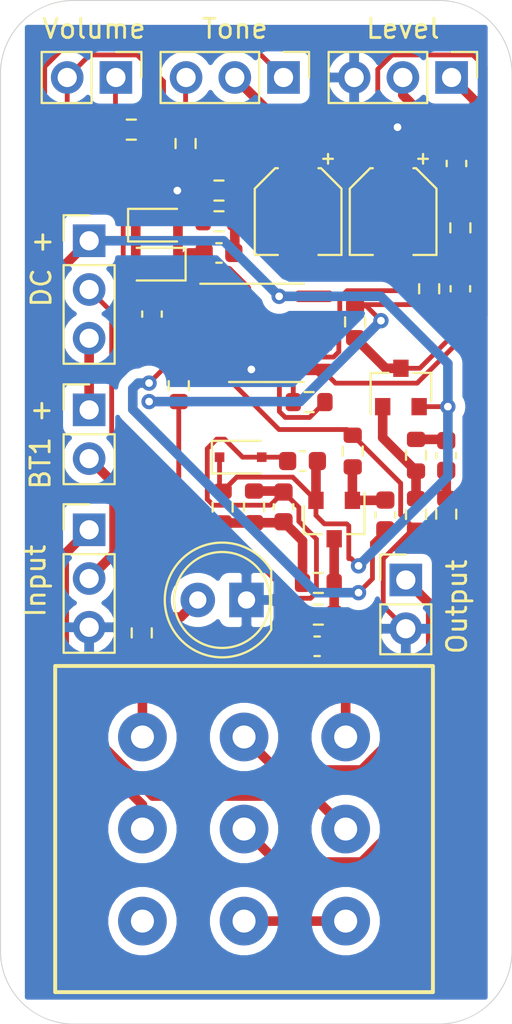
<source format=kicad_pcb>
(kicad_pcb (version 20171130) (host pcbnew "(5.1.7)-1")

  (general
    (thickness 1.6)
    (drawings 8)
    (tracks 277)
    (zones 0)
    (modules 44)
    (nets 33)
  )

  (page A4)
  (layers
    (0 F.Cu signal)
    (31 B.Cu signal hide)
    (32 B.Adhes user)
    (33 F.Adhes user)
    (34 B.Paste user)
    (35 F.Paste user)
    (36 B.SilkS user)
    (37 F.SilkS user)
    (38 B.Mask user)
    (39 F.Mask user)
    (40 Dwgs.User user)
    (41 Cmts.User user)
    (42 Eco1.User user)
    (43 Eco2.User user)
    (44 Edge.Cuts user)
    (45 Margin user)
    (46 B.CrtYd user)
    (47 F.CrtYd user)
    (48 B.Fab user)
    (49 F.Fab user hide)
  )

  (setup
    (last_trace_width 0.5)
    (user_trace_width 0.5)
    (trace_clearance 0.2)
    (zone_clearance 0.508)
    (zone_45_only no)
    (trace_min 0.2)
    (via_size 0.8)
    (via_drill 0.4)
    (via_min_size 0.4)
    (via_min_drill 0.3)
    (uvia_size 0.3)
    (uvia_drill 0.1)
    (uvias_allowed no)
    (uvia_min_size 0.2)
    (uvia_min_drill 0.1)
    (edge_width 0.05)
    (segment_width 0.2)
    (pcb_text_width 0.3)
    (pcb_text_size 1.5 1.5)
    (mod_edge_width 0.12)
    (mod_text_size 1 1)
    (mod_text_width 0.15)
    (pad_size 1.524 1.524)
    (pad_drill 0.762)
    (pad_to_mask_clearance 0)
    (aux_axis_origin 0 0)
    (visible_elements FFFFFF7F)
    (pcbplotparams
      (layerselection 0x010fc_ffffffff)
      (usegerberextensions false)
      (usegerberattributes true)
      (usegerberadvancedattributes true)
      (creategerberjobfile true)
      (excludeedgelayer true)
      (linewidth 0.100000)
      (plotframeref false)
      (viasonmask false)
      (mode 1)
      (useauxorigin false)
      (hpglpennumber 1)
      (hpglpenspeed 20)
      (hpglpendiameter 15.000000)
      (psnegative false)
      (psa4output false)
      (plotreference true)
      (plotvalue true)
      (plotinvisibletext false)
      (padsonsilk false)
      (subtractmaskfromsilk false)
      (outputformat 1)
      (mirror false)
      (drillshape 1)
      (scaleselection 1)
      (outputdirectory ""))
  )

  (net 0 "")
  (net 1 "Net-(BT1-Pad2)")
  (net 2 "Net-(BT1-Pad1)")
  (net 3 "Net-(C1-Pad2)")
  (net 4 "Net-(C1-Pad1)")
  (net 5 "Net-(C2-Pad1)")
  (net 6 +9V)
  (net 7 4V5)
  (net 8 "Net-(C4-Pad2)")
  (net 9 "Net-(C4-Pad1)")
  (net 10 "Net-(C5-Pad2)")
  (net 11 "Net-(C5-Pad1)")
  (net 12 "Net-(C6-Pad2)")
  (net 13 GND)
  (net 14 "Net-(C7-Pad1)")
  (net 15 "Net-(C8-Pad1)")
  (net 16 "Net-(C8-Pad2)")
  (net 17 "Net-(C9-Pad2)")
  (net 18 "Net-(C9-Pad1)")
  (net 19 "Net-(C10-Pad1)")
  (net 20 "Net-(C10-Pad2)")
  (net 21 "Net-(C11-Pad1)")
  (net 22 "Net-(C11-Pad2)")
  (net 23 "Net-(D4-Pad2)")
  (net 24 "Net-(J2-Pad1)")
  (net 25 "Net-(J3-Pad1)")
  (net 26 "Net-(P1-Pad1)")
  (net 27 "Net-(P2-Pad1)")
  (net 28 "Net-(P3-Pad1)")
  (net 29 "Net-(Q1-Pad3)")
  (net 30 "Net-(Q2-Pad1)")
  (net 31 "Net-(R18-Pad1)")
  (net 32 "Net-(S1-PadP$1)")

  (net_class Default "This is the default net class."
    (clearance 0.2)
    (trace_width 0.25)
    (via_dia 0.8)
    (via_drill 0.4)
    (uvia_dia 0.3)
    (uvia_drill 0.1)
    (add_net +9V)
    (add_net 4V5)
    (add_net GND)
    (add_net "Net-(BT1-Pad1)")
    (add_net "Net-(BT1-Pad2)")
    (add_net "Net-(C1-Pad1)")
    (add_net "Net-(C1-Pad2)")
    (add_net "Net-(C10-Pad1)")
    (add_net "Net-(C10-Pad2)")
    (add_net "Net-(C11-Pad1)")
    (add_net "Net-(C11-Pad2)")
    (add_net "Net-(C2-Pad1)")
    (add_net "Net-(C4-Pad1)")
    (add_net "Net-(C4-Pad2)")
    (add_net "Net-(C5-Pad1)")
    (add_net "Net-(C5-Pad2)")
    (add_net "Net-(C6-Pad2)")
    (add_net "Net-(C7-Pad1)")
    (add_net "Net-(C8-Pad1)")
    (add_net "Net-(C8-Pad2)")
    (add_net "Net-(C9-Pad1)")
    (add_net "Net-(C9-Pad2)")
    (add_net "Net-(D4-Pad2)")
    (add_net "Net-(J2-Pad1)")
    (add_net "Net-(J3-Pad1)")
    (add_net "Net-(P1-Pad1)")
    (add_net "Net-(P2-Pad1)")
    (add_net "Net-(P3-Pad1)")
    (add_net "Net-(Q1-Pad3)")
    (add_net "Net-(Q2-Pad1)")
    (add_net "Net-(R18-Pad1)")
    (add_net "Net-(S1-PadP$1)")
  )

  (module Connector_PinHeader_2.54mm:PinHeader_1x02_P2.54mm_Vertical (layer F.Cu) (tedit 59FED5CC) (tstamp 5FA22ACE)
    (at 132.8928 87.376)
    (descr "Through hole straight pin header, 1x02, 2.54mm pitch, single row")
    (tags "Through hole pin header THT 1x02 2.54mm single row")
    (path /5FA237E8)
    (fp_text reference "BT1 +" (at -2.54 1.778 90) (layer F.SilkS)
      (effects (font (size 1 1) (thickness 0.15)))
    )
    (fp_text value 9V (at 0 4.87) (layer F.Fab)
      (effects (font (size 1 1) (thickness 0.15)))
    )
    (fp_text user %R (at 0 1.27 90) (layer F.Fab)
      (effects (font (size 1 1) (thickness 0.15)))
    )
    (fp_line (start -0.635 -1.27) (end 1.27 -1.27) (layer F.Fab) (width 0.1))
    (fp_line (start 1.27 -1.27) (end 1.27 3.81) (layer F.Fab) (width 0.1))
    (fp_line (start 1.27 3.81) (end -1.27 3.81) (layer F.Fab) (width 0.1))
    (fp_line (start -1.27 3.81) (end -1.27 -0.635) (layer F.Fab) (width 0.1))
    (fp_line (start -1.27 -0.635) (end -0.635 -1.27) (layer F.Fab) (width 0.1))
    (fp_line (start -1.33 3.87) (end 1.33 3.87) (layer F.SilkS) (width 0.12))
    (fp_line (start -1.33 1.27) (end -1.33 3.87) (layer F.SilkS) (width 0.12))
    (fp_line (start 1.33 1.27) (end 1.33 3.87) (layer F.SilkS) (width 0.12))
    (fp_line (start -1.33 1.27) (end 1.33 1.27) (layer F.SilkS) (width 0.12))
    (fp_line (start -1.33 0) (end -1.33 -1.33) (layer F.SilkS) (width 0.12))
    (fp_line (start -1.33 -1.33) (end 0 -1.33) (layer F.SilkS) (width 0.12))
    (fp_line (start -1.8 -1.8) (end -1.8 4.35) (layer F.CrtYd) (width 0.05))
    (fp_line (start -1.8 4.35) (end 1.8 4.35) (layer F.CrtYd) (width 0.05))
    (fp_line (start 1.8 4.35) (end 1.8 -1.8) (layer F.CrtYd) (width 0.05))
    (fp_line (start 1.8 -1.8) (end -1.8 -1.8) (layer F.CrtYd) (width 0.05))
    (pad 2 thru_hole oval (at 0 2.54) (size 1.7 1.7) (drill 1) (layers *.Cu *.Mask)
      (net 1 "Net-(BT1-Pad2)"))
    (pad 1 thru_hole rect (at 0 0) (size 1.7 1.7) (drill 1) (layers *.Cu *.Mask)
      (net 2 "Net-(BT1-Pad1)"))
    (model ${KISYS3DMOD}/Connector_PinHeader_2.54mm.3dshapes/PinHeader_1x02_P2.54mm_Vertical.wrl
      (at (xyz 0 0 0))
      (scale (xyz 1 1 1))
      (rotate (xyz 0 0 0))
    )
  )

  (module Capacitor_SMD:C_0603_1608Metric (layer F.Cu) (tedit 5F68FEEE) (tstamp 5FA22ADF)
    (at 144.78 99.695 180)
    (descr "Capacitor SMD 0603 (1608 Metric), square (rectangular) end terminal, IPC_7351 nominal, (Body size source: IPC-SM-782 page 76, https://www.pcb-3d.com/wordpress/wp-content/uploads/ipc-sm-782a_amendment_1_and_2.pdf), generated with kicad-footprint-generator")
    (tags capacitor)
    (path /5FA25A3B)
    (attr smd)
    (fp_text reference C1 (at 0 -1.43) (layer F.SilkS) hide
      (effects (font (size 1 1) (thickness 0.15)))
    )
    (fp_text value 0.02uF (at 0 1.43) (layer F.Fab)
      (effects (font (size 1 1) (thickness 0.15)))
    )
    (fp_text user %R (at 0 0) (layer F.Fab)
      (effects (font (size 0.4 0.4) (thickness 0.06)))
    )
    (fp_line (start -0.8 0.4) (end -0.8 -0.4) (layer F.Fab) (width 0.1))
    (fp_line (start -0.8 -0.4) (end 0.8 -0.4) (layer F.Fab) (width 0.1))
    (fp_line (start 0.8 -0.4) (end 0.8 0.4) (layer F.Fab) (width 0.1))
    (fp_line (start 0.8 0.4) (end -0.8 0.4) (layer F.Fab) (width 0.1))
    (fp_line (start -0.14058 -0.51) (end 0.14058 -0.51) (layer F.SilkS) (width 0.12))
    (fp_line (start -0.14058 0.51) (end 0.14058 0.51) (layer F.SilkS) (width 0.12))
    (fp_line (start -1.48 0.73) (end -1.48 -0.73) (layer F.CrtYd) (width 0.05))
    (fp_line (start -1.48 -0.73) (end 1.48 -0.73) (layer F.CrtYd) (width 0.05))
    (fp_line (start 1.48 -0.73) (end 1.48 0.73) (layer F.CrtYd) (width 0.05))
    (fp_line (start 1.48 0.73) (end -1.48 0.73) (layer F.CrtYd) (width 0.05))
    (pad 2 smd roundrect (at 0.775 0 180) (size 0.9 0.95) (layers F.Cu F.Paste F.Mask) (roundrect_rratio 0.25)
      (net 3 "Net-(C1-Pad2)"))
    (pad 1 smd roundrect (at -0.775 0 180) (size 0.9 0.95) (layers F.Cu F.Paste F.Mask) (roundrect_rratio 0.25)
      (net 4 "Net-(C1-Pad1)"))
    (model ${KISYS3DMOD}/Capacitor_SMD.3dshapes/C_0603_1608Metric.wrl
      (at (xyz 0 0 0))
      (scale (xyz 1 1 1))
      (rotate (xyz 0 0 0))
    )
  )

  (module Capacitor_SMD:C_0603_1608Metric (layer F.Cu) (tedit 5F68FEEE) (tstamp 5FA22AF0)
    (at 144.018 90.043)
    (descr "Capacitor SMD 0603 (1608 Metric), square (rectangular) end terminal, IPC_7351 nominal, (Body size source: IPC-SM-782 page 76, https://www.pcb-3d.com/wordpress/wp-content/uploads/ipc-sm-782a_amendment_1_and_2.pdf), generated with kicad-footprint-generator")
    (tags capacitor)
    (path /5FA3B169)
    (attr smd)
    (fp_text reference C2 (at 0 -1.43) (layer F.SilkS) hide
      (effects (font (size 1 1) (thickness 0.15)))
    )
    (fp_text value 100F/10V (at 0 1.43) (layer F.Fab)
      (effects (font (size 1 1) (thickness 0.15)))
    )
    (fp_line (start 1.48 0.73) (end -1.48 0.73) (layer F.CrtYd) (width 0.05))
    (fp_line (start 1.48 -0.73) (end 1.48 0.73) (layer F.CrtYd) (width 0.05))
    (fp_line (start -1.48 -0.73) (end 1.48 -0.73) (layer F.CrtYd) (width 0.05))
    (fp_line (start -1.48 0.73) (end -1.48 -0.73) (layer F.CrtYd) (width 0.05))
    (fp_line (start -0.14058 0.51) (end 0.14058 0.51) (layer F.SilkS) (width 0.12))
    (fp_line (start -0.14058 -0.51) (end 0.14058 -0.51) (layer F.SilkS) (width 0.12))
    (fp_line (start 0.8 0.4) (end -0.8 0.4) (layer F.Fab) (width 0.1))
    (fp_line (start 0.8 -0.4) (end 0.8 0.4) (layer F.Fab) (width 0.1))
    (fp_line (start -0.8 -0.4) (end 0.8 -0.4) (layer F.Fab) (width 0.1))
    (fp_line (start -0.8 0.4) (end -0.8 -0.4) (layer F.Fab) (width 0.1))
    (fp_text user %R (at 0 0) (layer F.Fab)
      (effects (font (size 0.4 0.4) (thickness 0.06)))
    )
    (pad 1 smd roundrect (at -0.775 0) (size 0.9 0.95) (layers F.Cu F.Paste F.Mask) (roundrect_rratio 0.25)
      (net 5 "Net-(C2-Pad1)"))
    (pad 2 smd roundrect (at 0.775 0) (size 0.9 0.95) (layers F.Cu F.Paste F.Mask) (roundrect_rratio 0.25)
      (net 6 +9V))
    (model ${KISYS3DMOD}/Capacitor_SMD.3dshapes/C_0603_1608Metric.wrl
      (at (xyz 0 0 0))
      (scale (xyz 1 1 1))
      (rotate (xyz 0 0 0))
    )
  )

  (module Capacitor_SMD:C_0603_1608Metric (layer F.Cu) (tedit 5F68FEEE) (tstamp 5FA26401)
    (at 143.0274 92.4306 270)
    (descr "Capacitor SMD 0603 (1608 Metric), square (rectangular) end terminal, IPC_7351 nominal, (Body size source: IPC-SM-782 page 76, https://www.pcb-3d.com/wordpress/wp-content/uploads/ipc-sm-782a_amendment_1_and_2.pdf), generated with kicad-footprint-generator")
    (tags capacitor)
    (path /5FA4278A)
    (attr smd)
    (fp_text reference C3 (at 0 -1.43 90) (layer F.SilkS) hide
      (effects (font (size 1 1) (thickness 0.15)))
    )
    (fp_text value 47F/10V (at 0 1.43 90) (layer F.Fab)
      (effects (font (size 1 1) (thickness 0.15)))
    )
    (fp_line (start 1.48 0.73) (end -1.48 0.73) (layer F.CrtYd) (width 0.05))
    (fp_line (start 1.48 -0.73) (end 1.48 0.73) (layer F.CrtYd) (width 0.05))
    (fp_line (start -1.48 -0.73) (end 1.48 -0.73) (layer F.CrtYd) (width 0.05))
    (fp_line (start -1.48 0.73) (end -1.48 -0.73) (layer F.CrtYd) (width 0.05))
    (fp_line (start -0.14058 0.51) (end 0.14058 0.51) (layer F.SilkS) (width 0.12))
    (fp_line (start -0.14058 -0.51) (end 0.14058 -0.51) (layer F.SilkS) (width 0.12))
    (fp_line (start 0.8 0.4) (end -0.8 0.4) (layer F.Fab) (width 0.1))
    (fp_line (start 0.8 -0.4) (end 0.8 0.4) (layer F.Fab) (width 0.1))
    (fp_line (start -0.8 -0.4) (end 0.8 -0.4) (layer F.Fab) (width 0.1))
    (fp_line (start -0.8 0.4) (end -0.8 -0.4) (layer F.Fab) (width 0.1))
    (fp_text user %R (at 0 0 90) (layer F.Fab)
      (effects (font (size 0.4 0.4) (thickness 0.06)))
    )
    (pad 1 smd roundrect (at -0.775 0 270) (size 0.9 0.95) (layers F.Cu F.Paste F.Mask) (roundrect_rratio 0.25)
      (net 5 "Net-(C2-Pad1)"))
    (pad 2 smd roundrect (at 0.775 0 270) (size 0.9 0.95) (layers F.Cu F.Paste F.Mask) (roundrect_rratio 0.25)
      (net 7 4V5))
    (model ${KISYS3DMOD}/Capacitor_SMD.3dshapes/C_0603_1608Metric.wrl
      (at (xyz 0 0 0))
      (scale (xyz 1 1 1))
      (rotate (xyz 0 0 0))
    )
  )

  (module Capacitor_SMD:C_0603_1608Metric (layer F.Cu) (tedit 5F68FEEE) (tstamp 5FA22B12)
    (at 148.336 92.85 270)
    (descr "Capacitor SMD 0603 (1608 Metric), square (rectangular) end terminal, IPC_7351 nominal, (Body size source: IPC-SM-782 page 76, https://www.pcb-3d.com/wordpress/wp-content/uploads/ipc-sm-782a_amendment_1_and_2.pdf), generated with kicad-footprint-generator")
    (tags capacitor)
    (path /5FA44AA2)
    (attr smd)
    (fp_text reference C4 (at 0 -1.43 90) (layer F.SilkS) hide
      (effects (font (size 1 1) (thickness 0.15)))
    )
    (fp_text value 1uF/50V (at 0 1.43 90) (layer F.Fab)
      (effects (font (size 1 1) (thickness 0.15)))
    )
    (fp_text user %R (at 0 0 90) (layer F.Fab)
      (effects (font (size 0.4 0.4) (thickness 0.06)))
    )
    (fp_line (start -0.8 0.4) (end -0.8 -0.4) (layer F.Fab) (width 0.1))
    (fp_line (start -0.8 -0.4) (end 0.8 -0.4) (layer F.Fab) (width 0.1))
    (fp_line (start 0.8 -0.4) (end 0.8 0.4) (layer F.Fab) (width 0.1))
    (fp_line (start 0.8 0.4) (end -0.8 0.4) (layer F.Fab) (width 0.1))
    (fp_line (start -0.14058 -0.51) (end 0.14058 -0.51) (layer F.SilkS) (width 0.12))
    (fp_line (start -0.14058 0.51) (end 0.14058 0.51) (layer F.SilkS) (width 0.12))
    (fp_line (start -1.48 0.73) (end -1.48 -0.73) (layer F.CrtYd) (width 0.05))
    (fp_line (start -1.48 -0.73) (end 1.48 -0.73) (layer F.CrtYd) (width 0.05))
    (fp_line (start 1.48 -0.73) (end 1.48 0.73) (layer F.CrtYd) (width 0.05))
    (fp_line (start 1.48 0.73) (end -1.48 0.73) (layer F.CrtYd) (width 0.05))
    (pad 2 smd roundrect (at 0.775 0 270) (size 0.9 0.95) (layers F.Cu F.Paste F.Mask) (roundrect_rratio 0.25)
      (net 8 "Net-(C4-Pad2)"))
    (pad 1 smd roundrect (at -0.775 0 270) (size 0.9 0.95) (layers F.Cu F.Paste F.Mask) (roundrect_rratio 0.25)
      (net 9 "Net-(C4-Pad1)"))
    (model ${KISYS3DMOD}/Capacitor_SMD.3dshapes/C_0603_1608Metric.wrl
      (at (xyz 0 0 0))
      (scale (xyz 1 1 1))
      (rotate (xyz 0 0 0))
    )
  )

  (module Capacitor_SMD:C_0603_1608Metric (layer F.Cu) (tedit 5F68FEEE) (tstamp 5FA22B23)
    (at 139.6622 79.1972 180)
    (descr "Capacitor SMD 0603 (1608 Metric), square (rectangular) end terminal, IPC_7351 nominal, (Body size source: IPC-SM-782 page 76, https://www.pcb-3d.com/wordpress/wp-content/uploads/ipc-sm-782a_amendment_1_and_2.pdf), generated with kicad-footprint-generator")
    (tags capacitor)
    (path /5FA5599F)
    (attr smd)
    (fp_text reference C5 (at 0 -1.43) (layer F.SilkS) hide
      (effects (font (size 1 1) (thickness 0.15)))
    )
    (fp_text value 0.047uF (at 0 1.43) (layer F.Fab)
      (effects (font (size 1 1) (thickness 0.15)))
    )
    (fp_text user %R (at 0 0) (layer F.Fab)
      (effects (font (size 0.4 0.4) (thickness 0.06)))
    )
    (fp_line (start -0.8 0.4) (end -0.8 -0.4) (layer F.Fab) (width 0.1))
    (fp_line (start -0.8 -0.4) (end 0.8 -0.4) (layer F.Fab) (width 0.1))
    (fp_line (start 0.8 -0.4) (end 0.8 0.4) (layer F.Fab) (width 0.1))
    (fp_line (start 0.8 0.4) (end -0.8 0.4) (layer F.Fab) (width 0.1))
    (fp_line (start -0.14058 -0.51) (end 0.14058 -0.51) (layer F.SilkS) (width 0.12))
    (fp_line (start -0.14058 0.51) (end 0.14058 0.51) (layer F.SilkS) (width 0.12))
    (fp_line (start -1.48 0.73) (end -1.48 -0.73) (layer F.CrtYd) (width 0.05))
    (fp_line (start -1.48 -0.73) (end 1.48 -0.73) (layer F.CrtYd) (width 0.05))
    (fp_line (start 1.48 -0.73) (end 1.48 0.73) (layer F.CrtYd) (width 0.05))
    (fp_line (start 1.48 0.73) (end -1.48 0.73) (layer F.CrtYd) (width 0.05))
    (pad 2 smd roundrect (at 0.775 0 180) (size 0.9 0.95) (layers F.Cu F.Paste F.Mask) (roundrect_rratio 0.25)
      (net 10 "Net-(C5-Pad2)"))
    (pad 1 smd roundrect (at -0.775 0 180) (size 0.9 0.95) (layers F.Cu F.Paste F.Mask) (roundrect_rratio 0.25)
      (net 11 "Net-(C5-Pad1)"))
    (model ${KISYS3DMOD}/Capacitor_SMD.3dshapes/C_0603_1608Metric.wrl
      (at (xyz 0 0 0))
      (scale (xyz 1 1 1))
      (rotate (xyz 0 0 0))
    )
  )

  (module Capacitor_SMD:C_0603_1608Metric (layer F.Cu) (tedit 5F68FEEE) (tstamp 5FA24763)
    (at 136.1694 82.3852 90)
    (descr "Capacitor SMD 0603 (1608 Metric), square (rectangular) end terminal, IPC_7351 nominal, (Body size source: IPC-SM-782 page 76, https://www.pcb-3d.com/wordpress/wp-content/uploads/ipc-sm-782a_amendment_1_and_2.pdf), generated with kicad-footprint-generator")
    (tags capacitor)
    (path /5FA4CFD0)
    (attr smd)
    (fp_text reference C6 (at 0 -1.43 90) (layer F.SilkS) hide
      (effects (font (size 1 1) (thickness 0.15)))
    )
    (fp_text value 51pF (at 0 1.43 90) (layer F.Fab)
      (effects (font (size 1 1) (thickness 0.15)))
    )
    (fp_line (start 1.48 0.73) (end -1.48 0.73) (layer F.CrtYd) (width 0.05))
    (fp_line (start 1.48 -0.73) (end 1.48 0.73) (layer F.CrtYd) (width 0.05))
    (fp_line (start -1.48 -0.73) (end 1.48 -0.73) (layer F.CrtYd) (width 0.05))
    (fp_line (start -1.48 0.73) (end -1.48 -0.73) (layer F.CrtYd) (width 0.05))
    (fp_line (start -0.14058 0.51) (end 0.14058 0.51) (layer F.SilkS) (width 0.12))
    (fp_line (start -0.14058 -0.51) (end 0.14058 -0.51) (layer F.SilkS) (width 0.12))
    (fp_line (start 0.8 0.4) (end -0.8 0.4) (layer F.Fab) (width 0.1))
    (fp_line (start 0.8 -0.4) (end 0.8 0.4) (layer F.Fab) (width 0.1))
    (fp_line (start -0.8 -0.4) (end 0.8 -0.4) (layer F.Fab) (width 0.1))
    (fp_line (start -0.8 0.4) (end -0.8 -0.4) (layer F.Fab) (width 0.1))
    (fp_text user %R (at 0 0 90) (layer F.Fab)
      (effects (font (size 0.4 0.4) (thickness 0.06)))
    )
    (pad 1 smd roundrect (at -0.775 0 90) (size 0.9 0.95) (layers F.Cu F.Paste F.Mask) (roundrect_rratio 0.25)
      (net 10 "Net-(C5-Pad2)"))
    (pad 2 smd roundrect (at 0.775 0 90) (size 0.9 0.95) (layers F.Cu F.Paste F.Mask) (roundrect_rratio 0.25)
      (net 12 "Net-(C6-Pad2)"))
    (model ${KISYS3DMOD}/Capacitor_SMD.3dshapes/C_0603_1608Metric.wrl
      (at (xyz 0 0 0))
      (scale (xyz 1 1 1))
      (rotate (xyz 0 0 0))
    )
  )

  (module Capacitor_SMD:CP_Elec_4x5.3 (layer F.Cu) (tedit 5BCA39CF) (tstamp 5FA22B5C)
    (at 148.7424 77.0416 270)
    (descr "SMD capacitor, aluminum electrolytic, Vishay, 4.0x5.3mm")
    (tags "capacitor electrolytic")
    (path /5FA6BFC4)
    (attr smd)
    (fp_text reference C7 (at 0 -3.2 90) (layer F.SilkS) hide
      (effects (font (size 1 1) (thickness 0.15)))
    )
    (fp_text value 0.22/35V (at 0 3.2 90) (layer F.Fab)
      (effects (font (size 1 1) (thickness 0.15)))
    )
    (fp_text user %R (at 0 0 90) (layer F.Fab)
      (effects (font (size 0.8 0.8) (thickness 0.12)))
    )
    (fp_circle (center 0 0) (end 2 0) (layer F.Fab) (width 0.1))
    (fp_line (start 2.15 -2.15) (end 2.15 2.15) (layer F.Fab) (width 0.1))
    (fp_line (start -1.15 -2.15) (end 2.15 -2.15) (layer F.Fab) (width 0.1))
    (fp_line (start -1.15 2.15) (end 2.15 2.15) (layer F.Fab) (width 0.1))
    (fp_line (start -2.15 -1.15) (end -2.15 1.15) (layer F.Fab) (width 0.1))
    (fp_line (start -2.15 -1.15) (end -1.15 -2.15) (layer F.Fab) (width 0.1))
    (fp_line (start -2.15 1.15) (end -1.15 2.15) (layer F.Fab) (width 0.1))
    (fp_line (start -1.574773 -1) (end -1.174773 -1) (layer F.Fab) (width 0.1))
    (fp_line (start -1.374773 -1.2) (end -1.374773 -0.8) (layer F.Fab) (width 0.1))
    (fp_line (start 2.26 2.26) (end 2.26 1.06) (layer F.SilkS) (width 0.12))
    (fp_line (start 2.26 -2.26) (end 2.26 -1.06) (layer F.SilkS) (width 0.12))
    (fp_line (start -1.195563 -2.26) (end 2.26 -2.26) (layer F.SilkS) (width 0.12))
    (fp_line (start -1.195563 2.26) (end 2.26 2.26) (layer F.SilkS) (width 0.12))
    (fp_line (start -2.26 1.195563) (end -2.26 1.06) (layer F.SilkS) (width 0.12))
    (fp_line (start -2.26 -1.195563) (end -2.26 -1.06) (layer F.SilkS) (width 0.12))
    (fp_line (start -2.26 -1.195563) (end -1.195563 -2.26) (layer F.SilkS) (width 0.12))
    (fp_line (start -2.26 1.195563) (end -1.195563 2.26) (layer F.SilkS) (width 0.12))
    (fp_line (start -3 -1.56) (end -2.5 -1.56) (layer F.SilkS) (width 0.12))
    (fp_line (start -2.75 -1.81) (end -2.75 -1.31) (layer F.SilkS) (width 0.12))
    (fp_line (start 2.4 -2.4) (end 2.4 -1.05) (layer F.CrtYd) (width 0.05))
    (fp_line (start 2.4 -1.05) (end 3.35 -1.05) (layer F.CrtYd) (width 0.05))
    (fp_line (start 3.35 -1.05) (end 3.35 1.05) (layer F.CrtYd) (width 0.05))
    (fp_line (start 3.35 1.05) (end 2.4 1.05) (layer F.CrtYd) (width 0.05))
    (fp_line (start 2.4 1.05) (end 2.4 2.4) (layer F.CrtYd) (width 0.05))
    (fp_line (start -1.25 2.4) (end 2.4 2.4) (layer F.CrtYd) (width 0.05))
    (fp_line (start -1.25 -2.4) (end 2.4 -2.4) (layer F.CrtYd) (width 0.05))
    (fp_line (start -2.4 1.25) (end -1.25 2.4) (layer F.CrtYd) (width 0.05))
    (fp_line (start -2.4 -1.25) (end -1.25 -2.4) (layer F.CrtYd) (width 0.05))
    (fp_line (start -2.4 -1.25) (end -2.4 -1.05) (layer F.CrtYd) (width 0.05))
    (fp_line (start -2.4 1.05) (end -2.4 1.25) (layer F.CrtYd) (width 0.05))
    (fp_line (start -2.4 -1.05) (end -3.35 -1.05) (layer F.CrtYd) (width 0.05))
    (fp_line (start -3.35 -1.05) (end -3.35 1.05) (layer F.CrtYd) (width 0.05))
    (fp_line (start -3.35 1.05) (end -2.4 1.05) (layer F.CrtYd) (width 0.05))
    (pad 2 smd roundrect (at 1.8 0 270) (size 2.6 1.6) (layers F.Cu F.Paste F.Mask) (roundrect_rratio 0.15625)
      (net 13 GND))
    (pad 1 smd roundrect (at -1.8 0 270) (size 2.6 1.6) (layers F.Cu F.Paste F.Mask) (roundrect_rratio 0.15625)
      (net 14 "Net-(C7-Pad1)"))
    (model ${KISYS3DMOD}/Capacitor_SMD.3dshapes/CP_Elec_4x5.3.wrl
      (at (xyz 0 0 0))
      (scale (xyz 1 1 1))
      (rotate (xyz 0 0 0))
    )
  )

  (module Capacitor_SMD:CP_Elec_4x5.3 (layer F.Cu) (tedit 5BCA39CF) (tstamp 5FA22B84)
    (at 143.7894 77.0416 270)
    (descr "SMD capacitor, aluminum electrolytic, Vishay, 4.0x5.3mm")
    (tags "capacitor electrolytic")
    (path /5FA80A06)
    (attr smd)
    (fp_text reference C8 (at 0 0.127 180) (layer F.SilkS) hide
      (effects (font (size 1 1) (thickness 0.15)))
    )
    (fp_text value 0.22 (at 0 3.2 90) (layer F.Fab)
      (effects (font (size 1 1) (thickness 0.15)))
    )
    (fp_line (start -3.35 1.05) (end -2.4 1.05) (layer F.CrtYd) (width 0.05))
    (fp_line (start -3.35 -1.05) (end -3.35 1.05) (layer F.CrtYd) (width 0.05))
    (fp_line (start -2.4 -1.05) (end -3.35 -1.05) (layer F.CrtYd) (width 0.05))
    (fp_line (start -2.4 1.05) (end -2.4 1.25) (layer F.CrtYd) (width 0.05))
    (fp_line (start -2.4 -1.25) (end -2.4 -1.05) (layer F.CrtYd) (width 0.05))
    (fp_line (start -2.4 -1.25) (end -1.25 -2.4) (layer F.CrtYd) (width 0.05))
    (fp_line (start -2.4 1.25) (end -1.25 2.4) (layer F.CrtYd) (width 0.05))
    (fp_line (start -1.25 -2.4) (end 2.4 -2.4) (layer F.CrtYd) (width 0.05))
    (fp_line (start -1.25 2.4) (end 2.4 2.4) (layer F.CrtYd) (width 0.05))
    (fp_line (start 2.4 1.05) (end 2.4 2.4) (layer F.CrtYd) (width 0.05))
    (fp_line (start 3.35 1.05) (end 2.4 1.05) (layer F.CrtYd) (width 0.05))
    (fp_line (start 3.35 -1.05) (end 3.35 1.05) (layer F.CrtYd) (width 0.05))
    (fp_line (start 2.4 -1.05) (end 3.35 -1.05) (layer F.CrtYd) (width 0.05))
    (fp_line (start 2.4 -2.4) (end 2.4 -1.05) (layer F.CrtYd) (width 0.05))
    (fp_line (start -2.75 -1.81) (end -2.75 -1.31) (layer F.SilkS) (width 0.12))
    (fp_line (start -3 -1.56) (end -2.5 -1.56) (layer F.SilkS) (width 0.12))
    (fp_line (start -2.26 1.195563) (end -1.195563 2.26) (layer F.SilkS) (width 0.12))
    (fp_line (start -2.26 -1.195563) (end -1.195563 -2.26) (layer F.SilkS) (width 0.12))
    (fp_line (start -2.26 -1.195563) (end -2.26 -1.06) (layer F.SilkS) (width 0.12))
    (fp_line (start -2.26 1.195563) (end -2.26 1.06) (layer F.SilkS) (width 0.12))
    (fp_line (start -1.195563 2.26) (end 2.26 2.26) (layer F.SilkS) (width 0.12))
    (fp_line (start -1.195563 -2.26) (end 2.26 -2.26) (layer F.SilkS) (width 0.12))
    (fp_line (start 2.26 -2.26) (end 2.26 -1.06) (layer F.SilkS) (width 0.12))
    (fp_line (start 2.26 2.26) (end 2.26 1.06) (layer F.SilkS) (width 0.12))
    (fp_line (start -1.374773 -1.2) (end -1.374773 -0.8) (layer F.Fab) (width 0.1))
    (fp_line (start -1.574773 -1) (end -1.174773 -1) (layer F.Fab) (width 0.1))
    (fp_line (start -2.15 1.15) (end -1.15 2.15) (layer F.Fab) (width 0.1))
    (fp_line (start -2.15 -1.15) (end -1.15 -2.15) (layer F.Fab) (width 0.1))
    (fp_line (start -2.15 -1.15) (end -2.15 1.15) (layer F.Fab) (width 0.1))
    (fp_line (start -1.15 2.15) (end 2.15 2.15) (layer F.Fab) (width 0.1))
    (fp_line (start -1.15 -2.15) (end 2.15 -2.15) (layer F.Fab) (width 0.1))
    (fp_line (start 2.15 -2.15) (end 2.15 2.15) (layer F.Fab) (width 0.1))
    (fp_circle (center 0 0) (end 2 0) (layer F.Fab) (width 0.1))
    (fp_text user %R (at 0 0 90) (layer F.Fab)
      (effects (font (size 0.8 0.8) (thickness 0.12)))
    )
    (pad 1 smd roundrect (at -1.8 0 270) (size 2.6 1.6) (layers F.Cu F.Paste F.Mask) (roundrect_rratio 0.15625)
      (net 15 "Net-(C8-Pad1)"))
    (pad 2 smd roundrect (at 1.8 0 270) (size 2.6 1.6) (layers F.Cu F.Paste F.Mask) (roundrect_rratio 0.15625)
      (net 16 "Net-(C8-Pad2)"))
    (model ${KISYS3DMOD}/Capacitor_SMD.3dshapes/CP_Elec_4x5.3.wrl
      (at (xyz 0 0 0))
      (scale (xyz 1 1 1))
      (rotate (xyz 0 0 0))
    )
  )

  (module Capacitor_SMD:C_0603_1608Metric (layer F.Cu) (tedit 5F68FEEE) (tstamp 5FA22B95)
    (at 152.2476 81.0638 270)
    (descr "Capacitor SMD 0603 (1608 Metric), square (rectangular) end terminal, IPC_7351 nominal, (Body size source: IPC-SM-782 page 76, https://www.pcb-3d.com/wordpress/wp-content/uploads/ipc-sm-782a_amendment_1_and_2.pdf), generated with kicad-footprint-generator")
    (tags capacitor)
    (path /5FA9A735)
    (attr smd)
    (fp_text reference C9 (at 0 -1.43 90) (layer F.SilkS) hide
      (effects (font (size 1 1) (thickness 0.15)))
    )
    (fp_text value 1uF/50V (at 0 1.43 90) (layer F.Fab)
      (effects (font (size 1 1) (thickness 0.15)))
    )
    (fp_text user %R (at 0 0 90) (layer F.Fab)
      (effects (font (size 0.4 0.4) (thickness 0.06)))
    )
    (fp_line (start -0.8 0.4) (end -0.8 -0.4) (layer F.Fab) (width 0.1))
    (fp_line (start -0.8 -0.4) (end 0.8 -0.4) (layer F.Fab) (width 0.1))
    (fp_line (start 0.8 -0.4) (end 0.8 0.4) (layer F.Fab) (width 0.1))
    (fp_line (start 0.8 0.4) (end -0.8 0.4) (layer F.Fab) (width 0.1))
    (fp_line (start -0.14058 -0.51) (end 0.14058 -0.51) (layer F.SilkS) (width 0.12))
    (fp_line (start -0.14058 0.51) (end 0.14058 0.51) (layer F.SilkS) (width 0.12))
    (fp_line (start -1.48 0.73) (end -1.48 -0.73) (layer F.CrtYd) (width 0.05))
    (fp_line (start -1.48 -0.73) (end 1.48 -0.73) (layer F.CrtYd) (width 0.05))
    (fp_line (start 1.48 -0.73) (end 1.48 0.73) (layer F.CrtYd) (width 0.05))
    (fp_line (start 1.48 0.73) (end -1.48 0.73) (layer F.CrtYd) (width 0.05))
    (pad 2 smd roundrect (at 0.775 0 270) (size 0.9 0.95) (layers F.Cu F.Paste F.Mask) (roundrect_rratio 0.25)
      (net 17 "Net-(C9-Pad2)"))
    (pad 1 smd roundrect (at -0.775 0 270) (size 0.9 0.95) (layers F.Cu F.Paste F.Mask) (roundrect_rratio 0.25)
      (net 18 "Net-(C9-Pad1)"))
    (model ${KISYS3DMOD}/Capacitor_SMD.3dshapes/C_0603_1608Metric.wrl
      (at (xyz 0 0 0))
      (scale (xyz 1 1 1))
      (rotate (xyz 0 0 0))
    )
  )

  (module Capacitor_SMD:C_0603_1608Metric (layer F.Cu) (tedit 5F68FEEE) (tstamp 5FA22BA6)
    (at 152.0444 74.5366 90)
    (descr "Capacitor SMD 0603 (1608 Metric), square (rectangular) end terminal, IPC_7351 nominal, (Body size source: IPC-SM-782 page 76, https://www.pcb-3d.com/wordpress/wp-content/uploads/ipc-sm-782a_amendment_1_and_2.pdf), generated with kicad-footprint-generator")
    (tags capacitor)
    (path /5FAA02AD)
    (attr smd)
    (fp_text reference C10 (at 0 -1.43 90) (layer F.SilkS) hide
      (effects (font (size 1 1) (thickness 0.15)))
    )
    (fp_text value 0.1 (at 0 1.43 90) (layer F.Fab)
      (effects (font (size 1 1) (thickness 0.15)))
    )
    (fp_line (start 1.48 0.73) (end -1.48 0.73) (layer F.CrtYd) (width 0.05))
    (fp_line (start 1.48 -0.73) (end 1.48 0.73) (layer F.CrtYd) (width 0.05))
    (fp_line (start -1.48 -0.73) (end 1.48 -0.73) (layer F.CrtYd) (width 0.05))
    (fp_line (start -1.48 0.73) (end -1.48 -0.73) (layer F.CrtYd) (width 0.05))
    (fp_line (start -0.14058 0.51) (end 0.14058 0.51) (layer F.SilkS) (width 0.12))
    (fp_line (start -0.14058 -0.51) (end 0.14058 -0.51) (layer F.SilkS) (width 0.12))
    (fp_line (start 0.8 0.4) (end -0.8 0.4) (layer F.Fab) (width 0.1))
    (fp_line (start 0.8 -0.4) (end 0.8 0.4) (layer F.Fab) (width 0.1))
    (fp_line (start -0.8 -0.4) (end 0.8 -0.4) (layer F.Fab) (width 0.1))
    (fp_line (start -0.8 0.4) (end -0.8 -0.4) (layer F.Fab) (width 0.1))
    (fp_text user %R (at 0 0 90) (layer F.Fab)
      (effects (font (size 0.4 0.4) (thickness 0.06)))
    )
    (pad 1 smd roundrect (at -0.775 0 90) (size 0.9 0.95) (layers F.Cu F.Paste F.Mask) (roundrect_rratio 0.25)
      (net 19 "Net-(C10-Pad1)"))
    (pad 2 smd roundrect (at 0.775 0 90) (size 0.9 0.95) (layers F.Cu F.Paste F.Mask) (roundrect_rratio 0.25)
      (net 20 "Net-(C10-Pad2)"))
    (model ${KISYS3DMOD}/Capacitor_SMD.3dshapes/C_0603_1608Metric.wrl
      (at (xyz 0 0 0))
      (scale (xyz 1 1 1))
      (rotate (xyz 0 0 0))
    )
  )

  (module Capacitor_SMD:C_0603_1608Metric (layer F.Cu) (tedit 5F68FEEE) (tstamp 5FA22BB7)
    (at 151.511 89.7506 90)
    (descr "Capacitor SMD 0603 (1608 Metric), square (rectangular) end terminal, IPC_7351 nominal, (Body size source: IPC-SM-782 page 76, https://www.pcb-3d.com/wordpress/wp-content/uploads/ipc-sm-782a_amendment_1_and_2.pdf), generated with kicad-footprint-generator")
    (tags capacitor)
    (path /5FAB361E)
    (attr smd)
    (fp_text reference C11 (at 0 -1.43 90) (layer F.SilkS) hide
      (effects (font (size 1 1) (thickness 0.15)))
    )
    (fp_text value 10uF/16V (at 0 1.43 90) (layer F.Fab)
      (effects (font (size 1 1) (thickness 0.15)))
    )
    (fp_line (start 1.48 0.73) (end -1.48 0.73) (layer F.CrtYd) (width 0.05))
    (fp_line (start 1.48 -0.73) (end 1.48 0.73) (layer F.CrtYd) (width 0.05))
    (fp_line (start -1.48 -0.73) (end 1.48 -0.73) (layer F.CrtYd) (width 0.05))
    (fp_line (start -1.48 0.73) (end -1.48 -0.73) (layer F.CrtYd) (width 0.05))
    (fp_line (start -0.14058 0.51) (end 0.14058 0.51) (layer F.SilkS) (width 0.12))
    (fp_line (start -0.14058 -0.51) (end 0.14058 -0.51) (layer F.SilkS) (width 0.12))
    (fp_line (start 0.8 0.4) (end -0.8 0.4) (layer F.Fab) (width 0.1))
    (fp_line (start 0.8 -0.4) (end 0.8 0.4) (layer F.Fab) (width 0.1))
    (fp_line (start -0.8 -0.4) (end 0.8 -0.4) (layer F.Fab) (width 0.1))
    (fp_line (start -0.8 0.4) (end -0.8 -0.4) (layer F.Fab) (width 0.1))
    (fp_text user %R (at 0 0 90) (layer F.Fab)
      (effects (font (size 0.4 0.4) (thickness 0.06)))
    )
    (pad 1 smd roundrect (at -0.775 0 90) (size 0.9 0.95) (layers F.Cu F.Paste F.Mask) (roundrect_rratio 0.25)
      (net 21 "Net-(C11-Pad1)"))
    (pad 2 smd roundrect (at 0.775 0 90) (size 0.9 0.95) (layers F.Cu F.Paste F.Mask) (roundrect_rratio 0.25)
      (net 22 "Net-(C11-Pad2)"))
    (model ${KISYS3DMOD}/Capacitor_SMD.3dshapes/C_0603_1608Metric.wrl
      (at (xyz 0 0 0))
      (scale (xyz 1 1 1))
      (rotate (xyz 0 0 0))
    )
  )

  (module Diode_SMD:D_SOD-323F (layer F.Cu) (tedit 590A48EB) (tstamp 5FA28BCE)
    (at 140.7922 89.8398)
    (descr "SOD-323F http://www.nxp.com/documents/outline_drawing/SOD323F.pdf")
    (tags SOD-323F)
    (path /5FA39989)
    (attr smd)
    (fp_text reference D1 (at 0 -1.85) (layer F.SilkS) hide
      (effects (font (size 1 1) (thickness 0.15)))
    )
    (fp_text value 1N914 (at 0.1 1.9) (layer F.Fab)
      (effects (font (size 1 1) (thickness 0.15)))
    )
    (fp_line (start -1.5 -0.85) (end 1.05 -0.85) (layer F.SilkS) (width 0.12))
    (fp_line (start -1.5 0.85) (end 1.05 0.85) (layer F.SilkS) (width 0.12))
    (fp_line (start -1.6 -0.95) (end -1.6 0.95) (layer F.CrtYd) (width 0.05))
    (fp_line (start -1.6 0.95) (end 1.6 0.95) (layer F.CrtYd) (width 0.05))
    (fp_line (start 1.6 -0.95) (end 1.6 0.95) (layer F.CrtYd) (width 0.05))
    (fp_line (start -1.6 -0.95) (end 1.6 -0.95) (layer F.CrtYd) (width 0.05))
    (fp_line (start -0.9 -0.7) (end 0.9 -0.7) (layer F.Fab) (width 0.1))
    (fp_line (start 0.9 -0.7) (end 0.9 0.7) (layer F.Fab) (width 0.1))
    (fp_line (start 0.9 0.7) (end -0.9 0.7) (layer F.Fab) (width 0.1))
    (fp_line (start -0.9 0.7) (end -0.9 -0.7) (layer F.Fab) (width 0.1))
    (fp_line (start -0.3 -0.35) (end -0.3 0.35) (layer F.Fab) (width 0.1))
    (fp_line (start -0.3 0) (end -0.5 0) (layer F.Fab) (width 0.1))
    (fp_line (start -0.3 0) (end 0.2 -0.35) (layer F.Fab) (width 0.1))
    (fp_line (start 0.2 -0.35) (end 0.2 0.35) (layer F.Fab) (width 0.1))
    (fp_line (start 0.2 0.35) (end -0.3 0) (layer F.Fab) (width 0.1))
    (fp_line (start 0.2 0) (end 0.45 0) (layer F.Fab) (width 0.1))
    (fp_line (start -1.5 -0.85) (end -1.5 0.85) (layer F.SilkS) (width 0.12))
    (fp_text user %R (at 0 -1.85) (layer F.Fab)
      (effects (font (size 1 1) (thickness 0.15)))
    )
    (pad 1 smd rect (at -1.1 0) (size 0.5 0.5) (layers F.Cu F.Paste F.Mask)
      (net 6 +9V))
    (pad 2 smd rect (at 1.1 0) (size 0.5 0.5) (layers F.Cu F.Paste F.Mask)
      (net 5 "Net-(C2-Pad1)"))
    (model ${KISYS3DMOD}/Diode_SMD.3dshapes/D_SOD-323F.wrl
      (at (xyz 0 0 0))
      (scale (xyz 1 1 1))
      (rotate (xyz 0 0 0))
    )
  )

  (module Diode_SMD:D_SOD-323F (layer F.Cu) (tedit 590A48EB) (tstamp 5FA22BE7)
    (at 136.4234 77.7494)
    (descr "SOD-323F http://www.nxp.com/documents/outline_drawing/SOD323F.pdf")
    (tags SOD-323F)
    (path /5FA4D853)
    (attr smd)
    (fp_text reference D2 (at 0 0) (layer F.SilkS) hide
      (effects (font (size 1 1) (thickness 0.15)))
    )
    (fp_text value 1N914 (at 0.1 1.9) (layer F.Fab)
      (effects (font (size 1 1) (thickness 0.15)))
    )
    (fp_line (start -1.5 -0.85) (end 1.05 -0.85) (layer F.SilkS) (width 0.12))
    (fp_line (start -1.5 0.85) (end 1.05 0.85) (layer F.SilkS) (width 0.12))
    (fp_line (start -1.6 -0.95) (end -1.6 0.95) (layer F.CrtYd) (width 0.05))
    (fp_line (start -1.6 0.95) (end 1.6 0.95) (layer F.CrtYd) (width 0.05))
    (fp_line (start 1.6 -0.95) (end 1.6 0.95) (layer F.CrtYd) (width 0.05))
    (fp_line (start -1.6 -0.95) (end 1.6 -0.95) (layer F.CrtYd) (width 0.05))
    (fp_line (start -0.9 -0.7) (end 0.9 -0.7) (layer F.Fab) (width 0.1))
    (fp_line (start 0.9 -0.7) (end 0.9 0.7) (layer F.Fab) (width 0.1))
    (fp_line (start 0.9 0.7) (end -0.9 0.7) (layer F.Fab) (width 0.1))
    (fp_line (start -0.9 0.7) (end -0.9 -0.7) (layer F.Fab) (width 0.1))
    (fp_line (start -0.3 -0.35) (end -0.3 0.35) (layer F.Fab) (width 0.1))
    (fp_line (start -0.3 0) (end -0.5 0) (layer F.Fab) (width 0.1))
    (fp_line (start -0.3 0) (end 0.2 -0.35) (layer F.Fab) (width 0.1))
    (fp_line (start 0.2 -0.35) (end 0.2 0.35) (layer F.Fab) (width 0.1))
    (fp_line (start 0.2 0.35) (end -0.3 0) (layer F.Fab) (width 0.1))
    (fp_line (start 0.2 0) (end 0.45 0) (layer F.Fab) (width 0.1))
    (fp_line (start -1.5 -0.85) (end -1.5 0.85) (layer F.SilkS) (width 0.12))
    (fp_text user %R (at 0 -1.85) (layer F.Fab)
      (effects (font (size 1 1) (thickness 0.15)))
    )
    (pad 1 smd rect (at -1.1 0) (size 0.5 0.5) (layers F.Cu F.Paste F.Mask)
      (net 12 "Net-(C6-Pad2)"))
    (pad 2 smd rect (at 1.1 0) (size 0.5 0.5) (layers F.Cu F.Paste F.Mask)
      (net 10 "Net-(C5-Pad2)"))
    (model ${KISYS3DMOD}/Diode_SMD.3dshapes/D_SOD-323F.wrl
      (at (xyz 0 0 0))
      (scale (xyz 1 1 1))
      (rotate (xyz 0 0 0))
    )
  )

  (module Diode_SMD:D_SOD-323F (layer F.Cu) (tedit 590A48EB) (tstamp 5FA22BFF)
    (at 136.4234 79.7814 180)
    (descr "SOD-323F http://www.nxp.com/documents/outline_drawing/SOD323F.pdf")
    (tags SOD-323F)
    (path /5FA4E24B)
    (attr smd)
    (fp_text reference D3 (at 0 0.028999) (layer F.SilkS) hide
      (effects (font (size 1 1) (thickness 0.15)))
    )
    (fp_text value 1N914 (at 0.1 1.9) (layer F.Fab)
      (effects (font (size 1 1) (thickness 0.15)))
    )
    (fp_text user %R (at 0 -1.85) (layer F.Fab)
      (effects (font (size 1 1) (thickness 0.15)))
    )
    (fp_line (start -1.5 -0.85) (end -1.5 0.85) (layer F.SilkS) (width 0.12))
    (fp_line (start 0.2 0) (end 0.45 0) (layer F.Fab) (width 0.1))
    (fp_line (start 0.2 0.35) (end -0.3 0) (layer F.Fab) (width 0.1))
    (fp_line (start 0.2 -0.35) (end 0.2 0.35) (layer F.Fab) (width 0.1))
    (fp_line (start -0.3 0) (end 0.2 -0.35) (layer F.Fab) (width 0.1))
    (fp_line (start -0.3 0) (end -0.5 0) (layer F.Fab) (width 0.1))
    (fp_line (start -0.3 -0.35) (end -0.3 0.35) (layer F.Fab) (width 0.1))
    (fp_line (start -0.9 0.7) (end -0.9 -0.7) (layer F.Fab) (width 0.1))
    (fp_line (start 0.9 0.7) (end -0.9 0.7) (layer F.Fab) (width 0.1))
    (fp_line (start 0.9 -0.7) (end 0.9 0.7) (layer F.Fab) (width 0.1))
    (fp_line (start -0.9 -0.7) (end 0.9 -0.7) (layer F.Fab) (width 0.1))
    (fp_line (start -1.6 -0.95) (end 1.6 -0.95) (layer F.CrtYd) (width 0.05))
    (fp_line (start 1.6 -0.95) (end 1.6 0.95) (layer F.CrtYd) (width 0.05))
    (fp_line (start -1.6 0.95) (end 1.6 0.95) (layer F.CrtYd) (width 0.05))
    (fp_line (start -1.6 -0.95) (end -1.6 0.95) (layer F.CrtYd) (width 0.05))
    (fp_line (start -1.5 0.85) (end 1.05 0.85) (layer F.SilkS) (width 0.12))
    (fp_line (start -1.5 -0.85) (end 1.05 -0.85) (layer F.SilkS) (width 0.12))
    (pad 2 smd rect (at 1.1 0 180) (size 0.5 0.5) (layers F.Cu F.Paste F.Mask)
      (net 12 "Net-(C6-Pad2)"))
    (pad 1 smd rect (at -1.1 0 180) (size 0.5 0.5) (layers F.Cu F.Paste F.Mask)
      (net 10 "Net-(C5-Pad2)"))
    (model ${KISYS3DMOD}/Diode_SMD.3dshapes/D_SOD-323F.wrl
      (at (xyz 0 0 0))
      (scale (xyz 1 1 1))
      (rotate (xyz 0 0 0))
    )
  )

  (module LED_THT:LED_D5.0mm (layer F.Cu) (tedit 5995936A) (tstamp 5FA22C11)
    (at 141.097 97.282 180)
    (descr "LED, diameter 5.0mm, 2 pins, http://cdn-reichelt.de/documents/datenblatt/A500/LL-504BC2E-009.pdf")
    (tags "LED diameter 5.0mm 2 pins")
    (path /5FAE5603)
    (fp_text reference D4 (at 1.27 -3.96) (layer F.SilkS) hide
      (effects (font (size 1 1) (thickness 0.15)))
    )
    (fp_text value LED (at 1.27 3.96) (layer F.Fab)
      (effects (font (size 1 1) (thickness 0.15)))
    )
    (fp_line (start 4.5 -3.25) (end -1.95 -3.25) (layer F.CrtYd) (width 0.05))
    (fp_line (start 4.5 3.25) (end 4.5 -3.25) (layer F.CrtYd) (width 0.05))
    (fp_line (start -1.95 3.25) (end 4.5 3.25) (layer F.CrtYd) (width 0.05))
    (fp_line (start -1.95 -3.25) (end -1.95 3.25) (layer F.CrtYd) (width 0.05))
    (fp_line (start -1.29 -1.545) (end -1.29 1.545) (layer F.SilkS) (width 0.12))
    (fp_line (start -1.23 -1.469694) (end -1.23 1.469694) (layer F.Fab) (width 0.1))
    (fp_circle (center 1.27 0) (end 3.77 0) (layer F.SilkS) (width 0.12))
    (fp_circle (center 1.27 0) (end 3.77 0) (layer F.Fab) (width 0.1))
    (fp_arc (start 1.27 0) (end -1.23 -1.469694) (angle 299.1) (layer F.Fab) (width 0.1))
    (fp_arc (start 1.27 0) (end -1.29 -1.54483) (angle 148.9) (layer F.SilkS) (width 0.12))
    (fp_arc (start 1.27 0) (end -1.29 1.54483) (angle -148.9) (layer F.SilkS) (width 0.12))
    (fp_text user %R (at 1.25 0) (layer F.Fab)
      (effects (font (size 0.8 0.8) (thickness 0.2)))
    )
    (pad 1 thru_hole rect (at 0 0 180) (size 1.8 1.8) (drill 0.9) (layers *.Cu *.Mask)
      (net 13 GND))
    (pad 2 thru_hole circle (at 2.54 0 180) (size 1.8 1.8) (drill 0.9) (layers *.Cu *.Mask)
      (net 23 "Net-(D4-Pad2)"))
    (model ${KISYS3DMOD}/LED_THT.3dshapes/LED_D5.0mm.wrl
      (at (xyz 0 0 0))
      (scale (xyz 1 1 1))
      (rotate (xyz 0 0 0))
    )
  )

  (module Connector_PinHeader_2.54mm:PinHeader_1x03_P2.54mm_Vertical (layer F.Cu) (tedit 59FED5CC) (tstamp 5FA22C28)
    (at 132.8928 78.5622)
    (descr "Through hole straight pin header, 1x03, 2.54mm pitch, single row")
    (tags "Through hole pin header THT 1x03 2.54mm single row")
    (path /5FA273BF)
    (fp_text reference "DC +" (at -2.4892 1.4478 90) (layer F.SilkS)
      (effects (font (size 1 1) (thickness 0.15)))
    )
    (fp_text value Barrel_Jack_Switch (at 0 7.41) (layer F.Fab)
      (effects (font (size 1 1) (thickness 0.15)))
    )
    (fp_text user %R (at 0 2.54 90) (layer F.Fab)
      (effects (font (size 1 1) (thickness 0.15)))
    )
    (fp_line (start -0.635 -1.27) (end 1.27 -1.27) (layer F.Fab) (width 0.1))
    (fp_line (start 1.27 -1.27) (end 1.27 6.35) (layer F.Fab) (width 0.1))
    (fp_line (start 1.27 6.35) (end -1.27 6.35) (layer F.Fab) (width 0.1))
    (fp_line (start -1.27 6.35) (end -1.27 -0.635) (layer F.Fab) (width 0.1))
    (fp_line (start -1.27 -0.635) (end -0.635 -1.27) (layer F.Fab) (width 0.1))
    (fp_line (start -1.33 6.41) (end 1.33 6.41) (layer F.SilkS) (width 0.12))
    (fp_line (start -1.33 1.27) (end -1.33 6.41) (layer F.SilkS) (width 0.12))
    (fp_line (start 1.33 1.27) (end 1.33 6.41) (layer F.SilkS) (width 0.12))
    (fp_line (start -1.33 1.27) (end 1.33 1.27) (layer F.SilkS) (width 0.12))
    (fp_line (start -1.33 0) (end -1.33 -1.33) (layer F.SilkS) (width 0.12))
    (fp_line (start -1.33 -1.33) (end 0 -1.33) (layer F.SilkS) (width 0.12))
    (fp_line (start -1.8 -1.8) (end -1.8 6.85) (layer F.CrtYd) (width 0.05))
    (fp_line (start -1.8 6.85) (end 1.8 6.85) (layer F.CrtYd) (width 0.05))
    (fp_line (start 1.8 6.85) (end 1.8 -1.8) (layer F.CrtYd) (width 0.05))
    (fp_line (start 1.8 -1.8) (end -1.8 -1.8) (layer F.CrtYd) (width 0.05))
    (pad 3 thru_hole oval (at 0 5.08) (size 1.7 1.7) (drill 1) (layers *.Cu *.Mask)
      (net 2 "Net-(BT1-Pad1)"))
    (pad 2 thru_hole oval (at 0 2.54) (size 1.7 1.7) (drill 1) (layers *.Cu *.Mask)
      (net 5 "Net-(C2-Pad1)"))
    (pad 1 thru_hole rect (at 0 0) (size 1.7 1.7) (drill 1) (layers *.Cu *.Mask)
      (net 6 +9V))
    (model ${KISYS3DMOD}/Connector_PinHeader_2.54mm.3dshapes/PinHeader_1x03_P2.54mm_Vertical.wrl
      (at (xyz 0 0 0))
      (scale (xyz 1 1 1))
      (rotate (xyz 0 0 0))
    )
  )

  (module Connector_PinHeader_2.54mm:PinHeader_1x03_P2.54mm_Vertical (layer F.Cu) (tedit 59FED5CC) (tstamp 5FA22C3F)
    (at 132.8928 93.6244)
    (descr "Through hole straight pin header, 1x03, 2.54mm pitch, single row")
    (tags "Through hole pin header THT 1x03 2.54mm single row")
    (path /5FA22813)
    (fp_text reference Input (at -2.794 2.667 90) (layer F.SilkS)
      (effects (font (size 1 1) (thickness 0.15)))
    )
    (fp_text value AudioJack3 (at 0 7.41) (layer F.Fab)
      (effects (font (size 1 1) (thickness 0.15)))
    )
    (fp_text user %R (at 0 2.54 90) (layer F.Fab)
      (effects (font (size 1 1) (thickness 0.15)))
    )
    (fp_line (start -0.635 -1.27) (end 1.27 -1.27) (layer F.Fab) (width 0.1))
    (fp_line (start 1.27 -1.27) (end 1.27 6.35) (layer F.Fab) (width 0.1))
    (fp_line (start 1.27 6.35) (end -1.27 6.35) (layer F.Fab) (width 0.1))
    (fp_line (start -1.27 6.35) (end -1.27 -0.635) (layer F.Fab) (width 0.1))
    (fp_line (start -1.27 -0.635) (end -0.635 -1.27) (layer F.Fab) (width 0.1))
    (fp_line (start -1.33 6.41) (end 1.33 6.41) (layer F.SilkS) (width 0.12))
    (fp_line (start -1.33 1.27) (end -1.33 6.41) (layer F.SilkS) (width 0.12))
    (fp_line (start 1.33 1.27) (end 1.33 6.41) (layer F.SilkS) (width 0.12))
    (fp_line (start -1.33 1.27) (end 1.33 1.27) (layer F.SilkS) (width 0.12))
    (fp_line (start -1.33 0) (end -1.33 -1.33) (layer F.SilkS) (width 0.12))
    (fp_line (start -1.33 -1.33) (end 0 -1.33) (layer F.SilkS) (width 0.12))
    (fp_line (start -1.8 -1.8) (end -1.8 6.85) (layer F.CrtYd) (width 0.05))
    (fp_line (start -1.8 6.85) (end 1.8 6.85) (layer F.CrtYd) (width 0.05))
    (fp_line (start 1.8 6.85) (end 1.8 -1.8) (layer F.CrtYd) (width 0.05))
    (fp_line (start 1.8 -1.8) (end -1.8 -1.8) (layer F.CrtYd) (width 0.05))
    (pad 3 thru_hole oval (at 0 5.08) (size 1.7 1.7) (drill 1) (layers *.Cu *.Mask)
      (net 13 GND))
    (pad 2 thru_hole oval (at 0 2.54) (size 1.7 1.7) (drill 1) (layers *.Cu *.Mask)
      (net 1 "Net-(BT1-Pad2)"))
    (pad 1 thru_hole rect (at 0 0) (size 1.7 1.7) (drill 1) (layers *.Cu *.Mask)
      (net 24 "Net-(J2-Pad1)"))
    (model ${KISYS3DMOD}/Connector_PinHeader_2.54mm.3dshapes/PinHeader_1x03_P2.54mm_Vertical.wrl
      (at (xyz 0 0 0))
      (scale (xyz 1 1 1))
      (rotate (xyz 0 0 0))
    )
  )

  (module Connector_PinHeader_2.54mm:PinHeader_1x02_P2.54mm_Vertical (layer F.Cu) (tedit 59FED5CC) (tstamp 5FA22C55)
    (at 149.4028 96.2406)
    (descr "Through hole straight pin header, 1x02, 2.54mm pitch, single row")
    (tags "Through hole pin header THT 1x02 2.54mm single row")
    (path /5FAB6F0D)
    (fp_text reference Output (at 2.667 1.397 90) (layer F.SilkS)
      (effects (font (size 1 1) (thickness 0.15)))
    )
    (fp_text value AudioJack2 (at 0 4.87) (layer F.Fab)
      (effects (font (size 1 1) (thickness 0.15)))
    )
    (fp_line (start 1.8 -1.8) (end -1.8 -1.8) (layer F.CrtYd) (width 0.05))
    (fp_line (start 1.8 4.35) (end 1.8 -1.8) (layer F.CrtYd) (width 0.05))
    (fp_line (start -1.8 4.35) (end 1.8 4.35) (layer F.CrtYd) (width 0.05))
    (fp_line (start -1.8 -1.8) (end -1.8 4.35) (layer F.CrtYd) (width 0.05))
    (fp_line (start -1.33 -1.33) (end 0 -1.33) (layer F.SilkS) (width 0.12))
    (fp_line (start -1.33 0) (end -1.33 -1.33) (layer F.SilkS) (width 0.12))
    (fp_line (start -1.33 1.27) (end 1.33 1.27) (layer F.SilkS) (width 0.12))
    (fp_line (start 1.33 1.27) (end 1.33 3.87) (layer F.SilkS) (width 0.12))
    (fp_line (start -1.33 1.27) (end -1.33 3.87) (layer F.SilkS) (width 0.12))
    (fp_line (start -1.33 3.87) (end 1.33 3.87) (layer F.SilkS) (width 0.12))
    (fp_line (start -1.27 -0.635) (end -0.635 -1.27) (layer F.Fab) (width 0.1))
    (fp_line (start -1.27 3.81) (end -1.27 -0.635) (layer F.Fab) (width 0.1))
    (fp_line (start 1.27 3.81) (end -1.27 3.81) (layer F.Fab) (width 0.1))
    (fp_line (start 1.27 -1.27) (end 1.27 3.81) (layer F.Fab) (width 0.1))
    (fp_line (start -0.635 -1.27) (end 1.27 -1.27) (layer F.Fab) (width 0.1))
    (fp_text user %R (at 0 1.27 90) (layer F.Fab)
      (effects (font (size 1 1) (thickness 0.15)))
    )
    (pad 1 thru_hole rect (at 0 0) (size 1.7 1.7) (drill 1) (layers *.Cu *.Mask)
      (net 25 "Net-(J3-Pad1)"))
    (pad 2 thru_hole oval (at 0 2.54) (size 1.7 1.7) (drill 1) (layers *.Cu *.Mask)
      (net 13 GND))
    (model ${KISYS3DMOD}/Connector_PinHeader_2.54mm.3dshapes/PinHeader_1x02_P2.54mm_Vertical.wrl
      (at (xyz 0 0 0))
      (scale (xyz 1 1 1))
      (rotate (xyz 0 0 0))
    )
  )

  (module Connector_PinHeader_2.54mm:PinHeader_1x02_P2.54mm_Vertical (layer F.Cu) (tedit 59FED5CC) (tstamp 5FA22C6B)
    (at 134.2898 70.0532 270)
    (descr "Through hole straight pin header, 1x02, 2.54mm pitch, single row")
    (tags "Through hole pin header THT 1x02 2.54mm single row")
    (path /5FA5299A)
    (fp_text reference Volume (at -2.54 1.143 180) (layer F.SilkS)
      (effects (font (size 1 1) (thickness 0.15)))
    )
    (fp_text value "Distortion 500K Log" (at 0 4.87 90) (layer F.Fab)
      (effects (font (size 1 1) (thickness 0.15)))
    )
    (fp_line (start 1.8 -1.8) (end -1.8 -1.8) (layer F.CrtYd) (width 0.05))
    (fp_line (start 1.8 4.35) (end 1.8 -1.8) (layer F.CrtYd) (width 0.05))
    (fp_line (start -1.8 4.35) (end 1.8 4.35) (layer F.CrtYd) (width 0.05))
    (fp_line (start -1.8 -1.8) (end -1.8 4.35) (layer F.CrtYd) (width 0.05))
    (fp_line (start -1.33 -1.33) (end 0 -1.33) (layer F.SilkS) (width 0.12))
    (fp_line (start -1.33 0) (end -1.33 -1.33) (layer F.SilkS) (width 0.12))
    (fp_line (start -1.33 1.27) (end 1.33 1.27) (layer F.SilkS) (width 0.12))
    (fp_line (start 1.33 1.27) (end 1.33 3.87) (layer F.SilkS) (width 0.12))
    (fp_line (start -1.33 1.27) (end -1.33 3.87) (layer F.SilkS) (width 0.12))
    (fp_line (start -1.33 3.87) (end 1.33 3.87) (layer F.SilkS) (width 0.12))
    (fp_line (start -1.27 -0.635) (end -0.635 -1.27) (layer F.Fab) (width 0.1))
    (fp_line (start -1.27 3.81) (end -1.27 -0.635) (layer F.Fab) (width 0.1))
    (fp_line (start 1.27 3.81) (end -1.27 3.81) (layer F.Fab) (width 0.1))
    (fp_line (start 1.27 -1.27) (end 1.27 3.81) (layer F.Fab) (width 0.1))
    (fp_line (start -0.635 -1.27) (end 1.27 -1.27) (layer F.Fab) (width 0.1))
    (fp_text user %R (at 0 1.27) (layer F.Fab)
      (effects (font (size 1 1) (thickness 0.15)))
    )
    (pad 1 thru_hole rect (at 0 0 270) (size 1.7 1.7) (drill 1) (layers *.Cu *.Mask)
      (net 26 "Net-(P1-Pad1)"))
    (pad 2 thru_hole oval (at 0 2.54 270) (size 1.7 1.7) (drill 1) (layers *.Cu *.Mask)
      (net 12 "Net-(C6-Pad2)"))
    (model ${KISYS3DMOD}/Connector_PinHeader_2.54mm.3dshapes/PinHeader_1x02_P2.54mm_Vertical.wrl
      (at (xyz 0 0 0))
      (scale (xyz 1 1 1))
      (rotate (xyz 0 0 0))
    )
  )

  (module Connector_PinHeader_2.54mm:PinHeader_1x03_P2.54mm_Vertical (layer F.Cu) (tedit 59FED5CC) (tstamp 5FA22C82)
    (at 143.0274 70.0532 270)
    (descr "Through hole straight pin header, 1x03, 2.54mm pitch, single row")
    (tags "Through hole pin header THT 1x03 2.54mm single row")
    (path /5FA760FF)
    (fp_text reference Tone (at -2.54 2.54 180) (layer F.SilkS)
      (effects (font (size 1 1) (thickness 0.15)))
    )
    (fp_text value "Tone 20K" (at 0 7.41 90) (layer F.Fab)
      (effects (font (size 1 1) (thickness 0.15)))
    )
    (fp_text user %R (at 0 2.54) (layer F.Fab)
      (effects (font (size 1 1) (thickness 0.15)))
    )
    (fp_line (start -0.635 -1.27) (end 1.27 -1.27) (layer F.Fab) (width 0.1))
    (fp_line (start 1.27 -1.27) (end 1.27 6.35) (layer F.Fab) (width 0.1))
    (fp_line (start 1.27 6.35) (end -1.27 6.35) (layer F.Fab) (width 0.1))
    (fp_line (start -1.27 6.35) (end -1.27 -0.635) (layer F.Fab) (width 0.1))
    (fp_line (start -1.27 -0.635) (end -0.635 -1.27) (layer F.Fab) (width 0.1))
    (fp_line (start -1.33 6.41) (end 1.33 6.41) (layer F.SilkS) (width 0.12))
    (fp_line (start -1.33 1.27) (end -1.33 6.41) (layer F.SilkS) (width 0.12))
    (fp_line (start 1.33 1.27) (end 1.33 6.41) (layer F.SilkS) (width 0.12))
    (fp_line (start -1.33 1.27) (end 1.33 1.27) (layer F.SilkS) (width 0.12))
    (fp_line (start -1.33 0) (end -1.33 -1.33) (layer F.SilkS) (width 0.12))
    (fp_line (start -1.33 -1.33) (end 0 -1.33) (layer F.SilkS) (width 0.12))
    (fp_line (start -1.8 -1.8) (end -1.8 6.85) (layer F.CrtYd) (width 0.05))
    (fp_line (start -1.8 6.85) (end 1.8 6.85) (layer F.CrtYd) (width 0.05))
    (fp_line (start 1.8 6.85) (end 1.8 -1.8) (layer F.CrtYd) (width 0.05))
    (fp_line (start 1.8 -1.8) (end -1.8 -1.8) (layer F.CrtYd) (width 0.05))
    (pad 3 thru_hole oval (at 0 5.08 270) (size 1.7 1.7) (drill 1) (layers *.Cu *.Mask)
      (net 14 "Net-(C7-Pad1)"))
    (pad 2 thru_hole oval (at 0 2.54 270) (size 1.7 1.7) (drill 1) (layers *.Cu *.Mask)
      (net 15 "Net-(C8-Pad1)"))
    (pad 1 thru_hole rect (at 0 0 270) (size 1.7 1.7) (drill 1) (layers *.Cu *.Mask)
      (net 27 "Net-(P2-Pad1)"))
    (model ${KISYS3DMOD}/Connector_PinHeader_2.54mm.3dshapes/PinHeader_1x03_P2.54mm_Vertical.wrl
      (at (xyz 0 0 0))
      (scale (xyz 1 1 1))
      (rotate (xyz 0 0 0))
    )
  )

  (module Connector_PinHeader_2.54mm:PinHeader_1x03_P2.54mm_Vertical (layer F.Cu) (tedit 59FED5CC) (tstamp 5FA22C99)
    (at 151.7904 70.0532 270)
    (descr "Through hole straight pin header, 1x03, 2.54mm pitch, single row")
    (tags "Through hole pin header THT 1x03 2.54mm single row")
    (path /5FA9DB15)
    (fp_text reference Level (at -2.54 2.54 180) (layer F.SilkS)
      (effects (font (size 1 1) (thickness 0.15)))
    )
    (fp_text value "Level 100K" (at 0 7.41 90) (layer F.Fab)
      (effects (font (size 1 1) (thickness 0.15)))
    )
    (fp_line (start 1.8 -1.8) (end -1.8 -1.8) (layer F.CrtYd) (width 0.05))
    (fp_line (start 1.8 6.85) (end 1.8 -1.8) (layer F.CrtYd) (width 0.05))
    (fp_line (start -1.8 6.85) (end 1.8 6.85) (layer F.CrtYd) (width 0.05))
    (fp_line (start -1.8 -1.8) (end -1.8 6.85) (layer F.CrtYd) (width 0.05))
    (fp_line (start -1.33 -1.33) (end 0 -1.33) (layer F.SilkS) (width 0.12))
    (fp_line (start -1.33 0) (end -1.33 -1.33) (layer F.SilkS) (width 0.12))
    (fp_line (start -1.33 1.27) (end 1.33 1.27) (layer F.SilkS) (width 0.12))
    (fp_line (start 1.33 1.27) (end 1.33 6.41) (layer F.SilkS) (width 0.12))
    (fp_line (start -1.33 1.27) (end -1.33 6.41) (layer F.SilkS) (width 0.12))
    (fp_line (start -1.33 6.41) (end 1.33 6.41) (layer F.SilkS) (width 0.12))
    (fp_line (start -1.27 -0.635) (end -0.635 -1.27) (layer F.Fab) (width 0.1))
    (fp_line (start -1.27 6.35) (end -1.27 -0.635) (layer F.Fab) (width 0.1))
    (fp_line (start 1.27 6.35) (end -1.27 6.35) (layer F.Fab) (width 0.1))
    (fp_line (start 1.27 -1.27) (end 1.27 6.35) (layer F.Fab) (width 0.1))
    (fp_line (start -0.635 -1.27) (end 1.27 -1.27) (layer F.Fab) (width 0.1))
    (fp_text user %R (at 0 2.54) (layer F.Fab)
      (effects (font (size 1 1) (thickness 0.15)))
    )
    (pad 1 thru_hole rect (at 0 0 270) (size 1.7 1.7) (drill 1) (layers *.Cu *.Mask)
      (net 28 "Net-(P3-Pad1)"))
    (pad 2 thru_hole oval (at 0 2.54 270) (size 1.7 1.7) (drill 1) (layers *.Cu *.Mask)
      (net 20 "Net-(C10-Pad2)"))
    (pad 3 thru_hole oval (at 0 5.08 270) (size 1.7 1.7) (drill 1) (layers *.Cu *.Mask)
      (net 13 GND))
    (model ${KISYS3DMOD}/Connector_PinHeader_2.54mm.3dshapes/PinHeader_1x03_P2.54mm_Vertical.wrl
      (at (xyz 0 0 0))
      (scale (xyz 1 1 1))
      (rotate (xyz 0 0 0))
    )
  )

  (module Resistor_SMD:R_0603_1608Metric (layer F.Cu) (tedit 5F68FEEE) (tstamp 5FA22CCE)
    (at 144.843 98.044 180)
    (descr "Resistor SMD 0603 (1608 Metric), square (rectangular) end terminal, IPC_7351 nominal, (Body size source: IPC-SM-782 page 72, https://www.pcb-3d.com/wordpress/wp-content/uploads/ipc-sm-782a_amendment_1_and_2.pdf), generated with kicad-footprint-generator")
    (tags resistor)
    (path /5FA26585)
    (attr smd)
    (fp_text reference R1 (at 0 -1.43) (layer F.SilkS) hide
      (effects (font (size 1 1) (thickness 0.15)))
    )
    (fp_text value 1K (at 0 1.43) (layer F.Fab)
      (effects (font (size 1 1) (thickness 0.15)))
    )
    (fp_line (start 1.48 0.73) (end -1.48 0.73) (layer F.CrtYd) (width 0.05))
    (fp_line (start 1.48 -0.73) (end 1.48 0.73) (layer F.CrtYd) (width 0.05))
    (fp_line (start -1.48 -0.73) (end 1.48 -0.73) (layer F.CrtYd) (width 0.05))
    (fp_line (start -1.48 0.73) (end -1.48 -0.73) (layer F.CrtYd) (width 0.05))
    (fp_line (start -0.237258 0.5225) (end 0.237258 0.5225) (layer F.SilkS) (width 0.12))
    (fp_line (start -0.237258 -0.5225) (end 0.237258 -0.5225) (layer F.SilkS) (width 0.12))
    (fp_line (start 0.8 0.4125) (end -0.8 0.4125) (layer F.Fab) (width 0.1))
    (fp_line (start 0.8 -0.4125) (end 0.8 0.4125) (layer F.Fab) (width 0.1))
    (fp_line (start -0.8 -0.4125) (end 0.8 -0.4125) (layer F.Fab) (width 0.1))
    (fp_line (start -0.8 0.4125) (end -0.8 -0.4125) (layer F.Fab) (width 0.1))
    (fp_text user %R (at 0 0) (layer F.Fab)
      (effects (font (size 0.4 0.4) (thickness 0.06)))
    )
    (pad 1 smd roundrect (at -0.825 0 180) (size 0.8 0.95) (layers F.Cu F.Paste F.Mask) (roundrect_rratio 0.25)
      (net 29 "Net-(Q1-Pad3)"))
    (pad 2 smd roundrect (at 0.825 0 180) (size 0.8 0.95) (layers F.Cu F.Paste F.Mask) (roundrect_rratio 0.25)
      (net 3 "Net-(C1-Pad2)"))
    (model ${KISYS3DMOD}/Resistor_SMD.3dshapes/R_0603_1608Metric.wrl
      (at (xyz 0 0 0))
      (scale (xyz 1 1 1))
      (rotate (xyz 0 0 0))
    )
  )

  (module Resistor_SMD:R_0603_1608Metric (layer F.Cu) (tedit 5F68FEEE) (tstamp 5FA22CDF)
    (at 144.844 96.393 180)
    (descr "Resistor SMD 0603 (1608 Metric), square (rectangular) end terminal, IPC_7351 nominal, (Body size source: IPC-SM-782 page 72, https://www.pcb-3d.com/wordpress/wp-content/uploads/ipc-sm-782a_amendment_1_and_2.pdf), generated with kicad-footprint-generator")
    (tags resistor)
    (path /5FA2D49A)
    (attr smd)
    (fp_text reference R2 (at 0 -1.43) (layer F.SilkS) hide
      (effects (font (size 1 1) (thickness 0.15)))
    )
    (fp_text value 510K (at 0 1.43) (layer F.Fab)
      (effects (font (size 1 1) (thickness 0.15)))
    )
    (fp_text user %R (at 0 0) (layer F.Fab)
      (effects (font (size 0.4 0.4) (thickness 0.06)))
    )
    (fp_line (start -0.8 0.4125) (end -0.8 -0.4125) (layer F.Fab) (width 0.1))
    (fp_line (start -0.8 -0.4125) (end 0.8 -0.4125) (layer F.Fab) (width 0.1))
    (fp_line (start 0.8 -0.4125) (end 0.8 0.4125) (layer F.Fab) (width 0.1))
    (fp_line (start 0.8 0.4125) (end -0.8 0.4125) (layer F.Fab) (width 0.1))
    (fp_line (start -0.237258 -0.5225) (end 0.237258 -0.5225) (layer F.SilkS) (width 0.12))
    (fp_line (start -0.237258 0.5225) (end 0.237258 0.5225) (layer F.SilkS) (width 0.12))
    (fp_line (start -1.48 0.73) (end -1.48 -0.73) (layer F.CrtYd) (width 0.05))
    (fp_line (start -1.48 -0.73) (end 1.48 -0.73) (layer F.CrtYd) (width 0.05))
    (fp_line (start 1.48 -0.73) (end 1.48 0.73) (layer F.CrtYd) (width 0.05))
    (fp_line (start 1.48 0.73) (end -1.48 0.73) (layer F.CrtYd) (width 0.05))
    (pad 2 smd roundrect (at 0.825 0 180) (size 0.8 0.95) (layers F.Cu F.Paste F.Mask) (roundrect_rratio 0.25)
      (net 7 4V5))
    (pad 1 smd roundrect (at -0.825 0 180) (size 0.8 0.95) (layers F.Cu F.Paste F.Mask) (roundrect_rratio 0.25)
      (net 29 "Net-(Q1-Pad3)"))
    (model ${KISYS3DMOD}/Resistor_SMD.3dshapes/R_0603_1608Metric.wrl
      (at (xyz 0 0 0))
      (scale (xyz 1 1 1))
      (rotate (xyz 0 0 0))
    )
  )

  (module Resistor_SMD:R_0603_1608Metric (layer F.Cu) (tedit 5F68FEEE) (tstamp 5FA24C8A)
    (at 146.6342 89.5228 270)
    (descr "Resistor SMD 0603 (1608 Metric), square (rectangular) end terminal, IPC_7351 nominal, (Body size source: IPC-SM-782 page 72, https://www.pcb-3d.com/wordpress/wp-content/uploads/ipc-sm-782a_amendment_1_and_2.pdf), generated with kicad-footprint-generator")
    (tags resistor)
    (path /5FA40D23)
    (attr smd)
    (fp_text reference R3 (at 0 -1.43 90) (layer F.SilkS) hide
      (effects (font (size 1 1) (thickness 0.15)))
    )
    (fp_text value 10K (at 0 1.43 90) (layer F.Fab)
      (effects (font (size 1 1) (thickness 0.15)))
    )
    (fp_text user %R (at 0 0 90) (layer F.Fab)
      (effects (font (size 0.4 0.4) (thickness 0.06)))
    )
    (fp_line (start -0.8 0.4125) (end -0.8 -0.4125) (layer F.Fab) (width 0.1))
    (fp_line (start -0.8 -0.4125) (end 0.8 -0.4125) (layer F.Fab) (width 0.1))
    (fp_line (start 0.8 -0.4125) (end 0.8 0.4125) (layer F.Fab) (width 0.1))
    (fp_line (start 0.8 0.4125) (end -0.8 0.4125) (layer F.Fab) (width 0.1))
    (fp_line (start -0.237258 -0.5225) (end 0.237258 -0.5225) (layer F.SilkS) (width 0.12))
    (fp_line (start -0.237258 0.5225) (end 0.237258 0.5225) (layer F.SilkS) (width 0.12))
    (fp_line (start -1.48 0.73) (end -1.48 -0.73) (layer F.CrtYd) (width 0.05))
    (fp_line (start -1.48 -0.73) (end 1.48 -0.73) (layer F.CrtYd) (width 0.05))
    (fp_line (start 1.48 -0.73) (end 1.48 0.73) (layer F.CrtYd) (width 0.05))
    (fp_line (start 1.48 0.73) (end -1.48 0.73) (layer F.CrtYd) (width 0.05))
    (pad 2 smd roundrect (at 0.825 0 270) (size 0.8 0.95) (layers F.Cu F.Paste F.Mask) (roundrect_rratio 0.25)
      (net 9 "Net-(C4-Pad1)"))
    (pad 1 smd roundrect (at -0.825 0 270) (size 0.8 0.95) (layers F.Cu F.Paste F.Mask) (roundrect_rratio 0.25)
      (net 13 GND))
    (model ${KISYS3DMOD}/Resistor_SMD.3dshapes/R_0603_1608Metric.wrl
      (at (xyz 0 0 0))
      (scale (xyz 1 1 1))
      (rotate (xyz 0 0 0))
    )
  )

  (module Resistor_SMD:R_0603_1608Metric (layer F.Cu) (tedit 5F68FEEE) (tstamp 5FA22D01)
    (at 139.8524 92.4428 90)
    (descr "Resistor SMD 0603 (1608 Metric), square (rectangular) end terminal, IPC_7351 nominal, (Body size source: IPC-SM-782 page 72, https://www.pcb-3d.com/wordpress/wp-content/uploads/ipc-sm-782a_amendment_1_and_2.pdf), generated with kicad-footprint-generator")
    (tags resistor)
    (path /5FA3BE07)
    (attr smd)
    (fp_text reference R4 (at 0 -1.43 90) (layer F.SilkS) hide
      (effects (font (size 1 1) (thickness 0.15)))
    )
    (fp_text value 10K (at 0 1.43 90) (layer F.Fab)
      (effects (font (size 1 1) (thickness 0.15)))
    )
    (fp_text user %R (at 0 0 90) (layer F.Fab)
      (effects (font (size 0.4 0.4) (thickness 0.06)))
    )
    (fp_line (start -0.8 0.4125) (end -0.8 -0.4125) (layer F.Fab) (width 0.1))
    (fp_line (start -0.8 -0.4125) (end 0.8 -0.4125) (layer F.Fab) (width 0.1))
    (fp_line (start 0.8 -0.4125) (end 0.8 0.4125) (layer F.Fab) (width 0.1))
    (fp_line (start 0.8 0.4125) (end -0.8 0.4125) (layer F.Fab) (width 0.1))
    (fp_line (start -0.237258 -0.5225) (end 0.237258 -0.5225) (layer F.SilkS) (width 0.12))
    (fp_line (start -0.237258 0.5225) (end 0.237258 0.5225) (layer F.SilkS) (width 0.12))
    (fp_line (start -1.48 0.73) (end -1.48 -0.73) (layer F.CrtYd) (width 0.05))
    (fp_line (start -1.48 -0.73) (end 1.48 -0.73) (layer F.CrtYd) (width 0.05))
    (fp_line (start 1.48 -0.73) (end 1.48 0.73) (layer F.CrtYd) (width 0.05))
    (fp_line (start 1.48 0.73) (end -1.48 0.73) (layer F.CrtYd) (width 0.05))
    (pad 2 smd roundrect (at 0.825 0 90) (size 0.8 0.95) (layers F.Cu F.Paste F.Mask) (roundrect_rratio 0.25)
      (net 6 +9V))
    (pad 1 smd roundrect (at -0.825 0 90) (size 0.8 0.95) (layers F.Cu F.Paste F.Mask) (roundrect_rratio 0.25)
      (net 7 4V5))
    (model ${KISYS3DMOD}/Resistor_SMD.3dshapes/R_0603_1608Metric.wrl
      (at (xyz 0 0 0))
      (scale (xyz 1 1 1))
      (rotate (xyz 0 0 0))
    )
  )

  (module Resistor_SMD:R_0603_1608Metric (layer F.Cu) (tedit 5F68FEEE) (tstamp 5FA22D12)
    (at 141.4907 92.4306 270)
    (descr "Resistor SMD 0603 (1608 Metric), square (rectangular) end terminal, IPC_7351 nominal, (Body size source: IPC-SM-782 page 72, https://www.pcb-3d.com/wordpress/wp-content/uploads/ipc-sm-782a_amendment_1_and_2.pdf), generated with kicad-footprint-generator")
    (tags resistor)
    (path /5FA3C454)
    (attr smd)
    (fp_text reference R5 (at 0 -1.43 90) (layer F.SilkS) hide
      (effects (font (size 1 1) (thickness 0.15)))
    )
    (fp_text value 10K (at 0 1.43 90) (layer F.Fab)
      (effects (font (size 1 1) (thickness 0.15)))
    )
    (fp_line (start 1.48 0.73) (end -1.48 0.73) (layer F.CrtYd) (width 0.05))
    (fp_line (start 1.48 -0.73) (end 1.48 0.73) (layer F.CrtYd) (width 0.05))
    (fp_line (start -1.48 -0.73) (end 1.48 -0.73) (layer F.CrtYd) (width 0.05))
    (fp_line (start -1.48 0.73) (end -1.48 -0.73) (layer F.CrtYd) (width 0.05))
    (fp_line (start -0.237258 0.5225) (end 0.237258 0.5225) (layer F.SilkS) (width 0.12))
    (fp_line (start -0.237258 -0.5225) (end 0.237258 -0.5225) (layer F.SilkS) (width 0.12))
    (fp_line (start 0.8 0.4125) (end -0.8 0.4125) (layer F.Fab) (width 0.1))
    (fp_line (start 0.8 -0.4125) (end 0.8 0.4125) (layer F.Fab) (width 0.1))
    (fp_line (start -0.8 -0.4125) (end 0.8 -0.4125) (layer F.Fab) (width 0.1))
    (fp_line (start -0.8 0.4125) (end -0.8 -0.4125) (layer F.Fab) (width 0.1))
    (fp_text user %R (at 0 0 90) (layer F.Fab)
      (effects (font (size 0.4 0.4) (thickness 0.06)))
    )
    (pad 1 smd roundrect (at -0.825 0 270) (size 0.8 0.95) (layers F.Cu F.Paste F.Mask) (roundrect_rratio 0.25)
      (net 5 "Net-(C2-Pad1)"))
    (pad 2 smd roundrect (at 0.825 0 270) (size 0.8 0.95) (layers F.Cu F.Paste F.Mask) (roundrect_rratio 0.25)
      (net 7 4V5))
    (model ${KISYS3DMOD}/Resistor_SMD.3dshapes/R_0603_1608Metric.wrl
      (at (xyz 0 0 0))
      (scale (xyz 1 1 1))
      (rotate (xyz 0 0 0))
    )
  )

  (module Resistor_SMD:R_0603_1608Metric (layer F.Cu) (tedit 5F68FEEE) (tstamp 5FA26F8C)
    (at 139.6624 77.5462 180)
    (descr "Resistor SMD 0603 (1608 Metric), square (rectangular) end terminal, IPC_7351 nominal, (Body size source: IPC-SM-782 page 72, https://www.pcb-3d.com/wordpress/wp-content/uploads/ipc-sm-782a_amendment_1_and_2.pdf), generated with kicad-footprint-generator")
    (tags resistor)
    (path /5FA5702F)
    (attr smd)
    (fp_text reference R6 (at 0 -1.43) (layer F.SilkS) hide
      (effects (font (size 1 1) (thickness 0.15)))
    )
    (fp_text value 4.7K (at 0 1.43) (layer F.Fab)
      (effects (font (size 1 1) (thickness 0.15)))
    )
    (fp_line (start 1.48 0.73) (end -1.48 0.73) (layer F.CrtYd) (width 0.05))
    (fp_line (start 1.48 -0.73) (end 1.48 0.73) (layer F.CrtYd) (width 0.05))
    (fp_line (start -1.48 -0.73) (end 1.48 -0.73) (layer F.CrtYd) (width 0.05))
    (fp_line (start -1.48 0.73) (end -1.48 -0.73) (layer F.CrtYd) (width 0.05))
    (fp_line (start -0.237258 0.5225) (end 0.237258 0.5225) (layer F.SilkS) (width 0.12))
    (fp_line (start -0.237258 -0.5225) (end 0.237258 -0.5225) (layer F.SilkS) (width 0.12))
    (fp_line (start 0.8 0.4125) (end -0.8 0.4125) (layer F.Fab) (width 0.1))
    (fp_line (start 0.8 -0.4125) (end 0.8 0.4125) (layer F.Fab) (width 0.1))
    (fp_line (start -0.8 -0.4125) (end 0.8 -0.4125) (layer F.Fab) (width 0.1))
    (fp_line (start -0.8 0.4125) (end -0.8 -0.4125) (layer F.Fab) (width 0.1))
    (fp_text user %R (at 0 0) (layer F.Fab)
      (effects (font (size 0.4 0.4) (thickness 0.06)))
    )
    (pad 1 smd roundrect (at -0.825 0 180) (size 0.8 0.95) (layers F.Cu F.Paste F.Mask) (roundrect_rratio 0.25)
      (net 11 "Net-(C5-Pad1)"))
    (pad 2 smd roundrect (at 0.825 0 180) (size 0.8 0.95) (layers F.Cu F.Paste F.Mask) (roundrect_rratio 0.25)
      (net 13 GND))
    (model ${KISYS3DMOD}/Resistor_SMD.3dshapes/R_0603_1608Metric.wrl
      (at (xyz 0 0 0))
      (scale (xyz 1 1 1))
      (rotate (xyz 0 0 0))
    )
  )

  (module Resistor_SMD:R_0603_1608Metric (layer F.Cu) (tedit 5F68FEEE) (tstamp 5FA22D34)
    (at 137.5664 86.1182 270)
    (descr "Resistor SMD 0603 (1608 Metric), square (rectangular) end terminal, IPC_7351 nominal, (Body size source: IPC-SM-782 page 72, https://www.pcb-3d.com/wordpress/wp-content/uploads/ipc-sm-782a_amendment_1_and_2.pdf), generated with kicad-footprint-generator")
    (tags resistor)
    (path /5FA4B100)
    (attr smd)
    (fp_text reference R7 (at 0 -1.43 90) (layer F.SilkS) hide
      (effects (font (size 1 1) (thickness 0.15)))
    )
    (fp_text value 10K (at 0 1.43 90) (layer F.Fab)
      (effects (font (size 1 1) (thickness 0.15)))
    )
    (fp_line (start 1.48 0.73) (end -1.48 0.73) (layer F.CrtYd) (width 0.05))
    (fp_line (start 1.48 -0.73) (end 1.48 0.73) (layer F.CrtYd) (width 0.05))
    (fp_line (start -1.48 -0.73) (end 1.48 -0.73) (layer F.CrtYd) (width 0.05))
    (fp_line (start -1.48 0.73) (end -1.48 -0.73) (layer F.CrtYd) (width 0.05))
    (fp_line (start -0.237258 0.5225) (end 0.237258 0.5225) (layer F.SilkS) (width 0.12))
    (fp_line (start -0.237258 -0.5225) (end 0.237258 -0.5225) (layer F.SilkS) (width 0.12))
    (fp_line (start 0.8 0.4125) (end -0.8 0.4125) (layer F.Fab) (width 0.1))
    (fp_line (start 0.8 -0.4125) (end 0.8 0.4125) (layer F.Fab) (width 0.1))
    (fp_line (start -0.8 -0.4125) (end 0.8 -0.4125) (layer F.Fab) (width 0.1))
    (fp_line (start -0.8 0.4125) (end -0.8 -0.4125) (layer F.Fab) (width 0.1))
    (fp_text user %R (at 0 0 90) (layer F.Fab)
      (effects (font (size 0.4 0.4) (thickness 0.06)))
    )
    (pad 1 smd roundrect (at -0.825 0 270) (size 0.8 0.95) (layers F.Cu F.Paste F.Mask) (roundrect_rratio 0.25)
      (net 8 "Net-(C4-Pad2)"))
    (pad 2 smd roundrect (at 0.825 0 270) (size 0.8 0.95) (layers F.Cu F.Paste F.Mask) (roundrect_rratio 0.25)
      (net 7 4V5))
    (model ${KISYS3DMOD}/Resistor_SMD.3dshapes/R_0603_1608Metric.wrl
      (at (xyz 0 0 0))
      (scale (xyz 1 1 1))
      (rotate (xyz 0 0 0))
    )
  )

  (module Resistor_SMD:R_0603_1608Metric (layer F.Cu) (tedit 5F68FEEE) (tstamp 5FA22D45)
    (at 135.0904 72.771 180)
    (descr "Resistor SMD 0603 (1608 Metric), square (rectangular) end terminal, IPC_7351 nominal, (Body size source: IPC-SM-782 page 72, https://www.pcb-3d.com/wordpress/wp-content/uploads/ipc-sm-782a_amendment_1_and_2.pdf), generated with kicad-footprint-generator")
    (tags resistor)
    (path /5FA518CD)
    (attr smd)
    (fp_text reference R8 (at 0 -1.43) (layer F.SilkS) hide
      (effects (font (size 1 1) (thickness 0.15)))
    )
    (fp_text value 51K (at 0 1.43) (layer F.Fab)
      (effects (font (size 1 1) (thickness 0.15)))
    )
    (fp_text user %R (at 0 0) (layer F.Fab)
      (effects (font (size 0.4 0.4) (thickness 0.06)))
    )
    (fp_line (start -0.8 0.4125) (end -0.8 -0.4125) (layer F.Fab) (width 0.1))
    (fp_line (start -0.8 -0.4125) (end 0.8 -0.4125) (layer F.Fab) (width 0.1))
    (fp_line (start 0.8 -0.4125) (end 0.8 0.4125) (layer F.Fab) (width 0.1))
    (fp_line (start 0.8 0.4125) (end -0.8 0.4125) (layer F.Fab) (width 0.1))
    (fp_line (start -0.237258 -0.5225) (end 0.237258 -0.5225) (layer F.SilkS) (width 0.12))
    (fp_line (start -0.237258 0.5225) (end 0.237258 0.5225) (layer F.SilkS) (width 0.12))
    (fp_line (start -1.48 0.73) (end -1.48 -0.73) (layer F.CrtYd) (width 0.05))
    (fp_line (start -1.48 -0.73) (end 1.48 -0.73) (layer F.CrtYd) (width 0.05))
    (fp_line (start 1.48 -0.73) (end 1.48 0.73) (layer F.CrtYd) (width 0.05))
    (fp_line (start 1.48 0.73) (end -1.48 0.73) (layer F.CrtYd) (width 0.05))
    (pad 2 smd roundrect (at 0.825 0 180) (size 0.8 0.95) (layers F.Cu F.Paste F.Mask) (roundrect_rratio 0.25)
      (net 26 "Net-(P1-Pad1)"))
    (pad 1 smd roundrect (at -0.825 0 180) (size 0.8 0.95) (layers F.Cu F.Paste F.Mask) (roundrect_rratio 0.25)
      (net 10 "Net-(C5-Pad2)"))
    (model ${KISYS3DMOD}/Resistor_SMD.3dshapes/R_0603_1608Metric.wrl
      (at (xyz 0 0 0))
      (scale (xyz 1 1 1))
      (rotate (xyz 0 0 0))
    )
  )

  (module Resistor_SMD:R_0603_1608Metric (layer F.Cu) (tedit 5F68FEEE) (tstamp 5FA22D56)
    (at 137.922 73.4954 270)
    (descr "Resistor SMD 0603 (1608 Metric), square (rectangular) end terminal, IPC_7351 nominal, (Body size source: IPC-SM-782 page 72, https://www.pcb-3d.com/wordpress/wp-content/uploads/ipc-sm-782a_amendment_1_and_2.pdf), generated with kicad-footprint-generator")
    (tags resistor)
    (path /5FA682AE)
    (attr smd)
    (fp_text reference R9 (at 0 0 180) (layer F.SilkS) hide
      (effects (font (size 1 1) (thickness 0.15)))
    )
    (fp_text value 1K (at 0 1.43 90) (layer F.Fab)
      (effects (font (size 1 1) (thickness 0.15)))
    )
    (fp_line (start 1.48 0.73) (end -1.48 0.73) (layer F.CrtYd) (width 0.05))
    (fp_line (start 1.48 -0.73) (end 1.48 0.73) (layer F.CrtYd) (width 0.05))
    (fp_line (start -1.48 -0.73) (end 1.48 -0.73) (layer F.CrtYd) (width 0.05))
    (fp_line (start -1.48 0.73) (end -1.48 -0.73) (layer F.CrtYd) (width 0.05))
    (fp_line (start -0.237258 0.5225) (end 0.237258 0.5225) (layer F.SilkS) (width 0.12))
    (fp_line (start -0.237258 -0.5225) (end 0.237258 -0.5225) (layer F.SilkS) (width 0.12))
    (fp_line (start 0.8 0.4125) (end -0.8 0.4125) (layer F.Fab) (width 0.1))
    (fp_line (start 0.8 -0.4125) (end 0.8 0.4125) (layer F.Fab) (width 0.1))
    (fp_line (start -0.8 -0.4125) (end 0.8 -0.4125) (layer F.Fab) (width 0.1))
    (fp_line (start -0.8 0.4125) (end -0.8 -0.4125) (layer F.Fab) (width 0.1))
    (fp_text user %R (at 0 0 90) (layer F.Fab)
      (effects (font (size 0.4 0.4) (thickness 0.06)))
    )
    (pad 1 smd roundrect (at -0.825 0 270) (size 0.8 0.95) (layers F.Cu F.Paste F.Mask) (roundrect_rratio 0.25)
      (net 14 "Net-(C7-Pad1)"))
    (pad 2 smd roundrect (at 0.825 0 270) (size 0.8 0.95) (layers F.Cu F.Paste F.Mask) (roundrect_rratio 0.25)
      (net 12 "Net-(C6-Pad2)"))
    (model ${KISYS3DMOD}/Resistor_SMD.3dshapes/R_0603_1608Metric.wrl
      (at (xyz 0 0 0))
      (scale (xyz 1 1 1))
      (rotate (xyz 0 0 0))
    )
  )

  (module Resistor_SMD:R_0603_1608Metric (layer F.Cu) (tedit 5F68FEEE) (tstamp 5FA22D67)
    (at 139.6614 75.946 180)
    (descr "Resistor SMD 0603 (1608 Metric), square (rectangular) end terminal, IPC_7351 nominal, (Body size source: IPC-SM-782 page 72, https://www.pcb-3d.com/wordpress/wp-content/uploads/ipc-sm-782a_amendment_1_and_2.pdf), generated with kicad-footprint-generator")
    (tags resistor)
    (path /5FA81692)
    (attr smd)
    (fp_text reference R10 (at 0 -1.43) (layer F.SilkS) hide
      (effects (font (size 1 1) (thickness 0.15)))
    )
    (fp_text value 220 (at 0 1.43) (layer F.Fab)
      (effects (font (size 1 1) (thickness 0.15)))
    )
    (fp_text user %R (at 0 0) (layer F.Fab)
      (effects (font (size 0.4 0.4) (thickness 0.06)))
    )
    (fp_line (start -0.8 0.4125) (end -0.8 -0.4125) (layer F.Fab) (width 0.1))
    (fp_line (start -0.8 -0.4125) (end 0.8 -0.4125) (layer F.Fab) (width 0.1))
    (fp_line (start 0.8 -0.4125) (end 0.8 0.4125) (layer F.Fab) (width 0.1))
    (fp_line (start 0.8 0.4125) (end -0.8 0.4125) (layer F.Fab) (width 0.1))
    (fp_line (start -0.237258 -0.5225) (end 0.237258 -0.5225) (layer F.SilkS) (width 0.12))
    (fp_line (start -0.237258 0.5225) (end 0.237258 0.5225) (layer F.SilkS) (width 0.12))
    (fp_line (start -1.48 0.73) (end -1.48 -0.73) (layer F.CrtYd) (width 0.05))
    (fp_line (start -1.48 -0.73) (end 1.48 -0.73) (layer F.CrtYd) (width 0.05))
    (fp_line (start 1.48 -0.73) (end 1.48 0.73) (layer F.CrtYd) (width 0.05))
    (fp_line (start 1.48 0.73) (end -1.48 0.73) (layer F.CrtYd) (width 0.05))
    (pad 2 smd roundrect (at 0.825 0 180) (size 0.8 0.95) (layers F.Cu F.Paste F.Mask) (roundrect_rratio 0.25)
      (net 13 GND))
    (pad 1 smd roundrect (at -0.825 0 180) (size 0.8 0.95) (layers F.Cu F.Paste F.Mask) (roundrect_rratio 0.25)
      (net 16 "Net-(C8-Pad2)"))
    (model ${KISYS3DMOD}/Resistor_SMD.3dshapes/R_0603_1608Metric.wrl
      (at (xyz 0 0 0))
      (scale (xyz 1 1 1))
      (rotate (xyz 0 0 0))
    )
  )

  (module Resistor_SMD:R_0603_1608Metric (layer F.Cu) (tedit 5F68FEEE) (tstamp 5FA22D78)
    (at 150.622 81.0646 270)
    (descr "Resistor SMD 0603 (1608 Metric), square (rectangular) end terminal, IPC_7351 nominal, (Body size source: IPC-SM-782 page 72, https://www.pcb-3d.com/wordpress/wp-content/uploads/ipc-sm-782a_amendment_1_and_2.pdf), generated with kicad-footprint-generator")
    (tags resistor)
    (path /5FA6E3B9)
    (attr smd)
    (fp_text reference R11 (at 0 -1.43 90) (layer F.SilkS) hide
      (effects (font (size 1 1) (thickness 0.15)))
    )
    (fp_text value 10K (at 0 1.43 90) (layer F.Fab)
      (effects (font (size 1 1) (thickness 0.15)))
    )
    (fp_text user %R (at 0 0 90) (layer F.Fab)
      (effects (font (size 0.4 0.4) (thickness 0.06)))
    )
    (fp_line (start -0.8 0.4125) (end -0.8 -0.4125) (layer F.Fab) (width 0.1))
    (fp_line (start -0.8 -0.4125) (end 0.8 -0.4125) (layer F.Fab) (width 0.1))
    (fp_line (start 0.8 -0.4125) (end 0.8 0.4125) (layer F.Fab) (width 0.1))
    (fp_line (start 0.8 0.4125) (end -0.8 0.4125) (layer F.Fab) (width 0.1))
    (fp_line (start -0.237258 -0.5225) (end 0.237258 -0.5225) (layer F.SilkS) (width 0.12))
    (fp_line (start -0.237258 0.5225) (end 0.237258 0.5225) (layer F.SilkS) (width 0.12))
    (fp_line (start -1.48 0.73) (end -1.48 -0.73) (layer F.CrtYd) (width 0.05))
    (fp_line (start -1.48 -0.73) (end 1.48 -0.73) (layer F.CrtYd) (width 0.05))
    (fp_line (start 1.48 -0.73) (end 1.48 0.73) (layer F.CrtYd) (width 0.05))
    (fp_line (start 1.48 0.73) (end -1.48 0.73) (layer F.CrtYd) (width 0.05))
    (pad 2 smd roundrect (at 0.825 0 270) (size 0.8 0.95) (layers F.Cu F.Paste F.Mask) (roundrect_rratio 0.25)
      (net 7 4V5))
    (pad 1 smd roundrect (at -0.825 0 270) (size 0.8 0.95) (layers F.Cu F.Paste F.Mask) (roundrect_rratio 0.25)
      (net 14 "Net-(C7-Pad1)"))
    (model ${KISYS3DMOD}/Resistor_SMD.3dshapes/R_0603_1608Metric.wrl
      (at (xyz 0 0 0))
      (scale (xyz 1 1 1))
      (rotate (xyz 0 0 0))
    )
  )

  (module Resistor_SMD:R_0603_1608Metric (layer F.Cu) (tedit 5F68FEEE) (tstamp 5FA22D89)
    (at 144.3614 86.9696 180)
    (descr "Resistor SMD 0603 (1608 Metric), square (rectangular) end terminal, IPC_7351 nominal, (Body size source: IPC-SM-782 page 72, https://www.pcb-3d.com/wordpress/wp-content/uploads/ipc-sm-782a_amendment_1_and_2.pdf), generated with kicad-footprint-generator")
    (tags resistor)
    (path /5FA7792E)
    (attr smd)
    (fp_text reference R12 (at 0 -1.43) (layer F.SilkS) hide
      (effects (font (size 1 1) (thickness 0.15)))
    )
    (fp_text value 1K (at 0 1.43) (layer F.Fab)
      (effects (font (size 1 1) (thickness 0.15)))
    )
    (fp_line (start 1.48 0.73) (end -1.48 0.73) (layer F.CrtYd) (width 0.05))
    (fp_line (start 1.48 -0.73) (end 1.48 0.73) (layer F.CrtYd) (width 0.05))
    (fp_line (start -1.48 -0.73) (end 1.48 -0.73) (layer F.CrtYd) (width 0.05))
    (fp_line (start -1.48 0.73) (end -1.48 -0.73) (layer F.CrtYd) (width 0.05))
    (fp_line (start -0.237258 0.5225) (end 0.237258 0.5225) (layer F.SilkS) (width 0.12))
    (fp_line (start -0.237258 -0.5225) (end 0.237258 -0.5225) (layer F.SilkS) (width 0.12))
    (fp_line (start 0.8 0.4125) (end -0.8 0.4125) (layer F.Fab) (width 0.1))
    (fp_line (start 0.8 -0.4125) (end 0.8 0.4125) (layer F.Fab) (width 0.1))
    (fp_line (start -0.8 -0.4125) (end 0.8 -0.4125) (layer F.Fab) (width 0.1))
    (fp_line (start -0.8 0.4125) (end -0.8 -0.4125) (layer F.Fab) (width 0.1))
    (fp_text user %R (at 0 0) (layer F.Fab)
      (effects (font (size 0.4 0.4) (thickness 0.06)))
    )
    (pad 1 smd roundrect (at -0.825 0 180) (size 0.8 0.95) (layers F.Cu F.Paste F.Mask) (roundrect_rratio 0.25)
      (net 27 "Net-(P2-Pad1)"))
    (pad 2 smd roundrect (at 0.825 0 180) (size 0.8 0.95) (layers F.Cu F.Paste F.Mask) (roundrect_rratio 0.25)
      (net 17 "Net-(C9-Pad2)"))
    (model ${KISYS3DMOD}/Resistor_SMD.3dshapes/R_0603_1608Metric.wrl
      (at (xyz 0 0 0))
      (scale (xyz 1 1 1))
      (rotate (xyz 0 0 0))
    )
  )

  (module Resistor_SMD:R_0603_1608Metric (layer F.Cu) (tedit 5F68FEEE) (tstamp 5FA22D9A)
    (at 152.2476 77.8896 270)
    (descr "Resistor SMD 0603 (1608 Metric), square (rectangular) end terminal, IPC_7351 nominal, (Body size source: IPC-SM-782 page 72, https://www.pcb-3d.com/wordpress/wp-content/uploads/ipc-sm-782a_amendment_1_and_2.pdf), generated with kicad-footprint-generator")
    (tags resistor)
    (path /5FA99F86)
    (attr smd)
    (fp_text reference R13 (at 0 -1.43 90) (layer F.SilkS) hide
      (effects (font (size 1 1) (thickness 0.15)))
    )
    (fp_text value 1K (at 0 1.43 90) (layer F.Fab)
      (effects (font (size 1 1) (thickness 0.15)))
    )
    (fp_line (start 1.48 0.73) (end -1.48 0.73) (layer F.CrtYd) (width 0.05))
    (fp_line (start 1.48 -0.73) (end 1.48 0.73) (layer F.CrtYd) (width 0.05))
    (fp_line (start -1.48 -0.73) (end 1.48 -0.73) (layer F.CrtYd) (width 0.05))
    (fp_line (start -1.48 0.73) (end -1.48 -0.73) (layer F.CrtYd) (width 0.05))
    (fp_line (start -0.237258 0.5225) (end 0.237258 0.5225) (layer F.SilkS) (width 0.12))
    (fp_line (start -0.237258 -0.5225) (end 0.237258 -0.5225) (layer F.SilkS) (width 0.12))
    (fp_line (start 0.8 0.4125) (end -0.8 0.4125) (layer F.Fab) (width 0.1))
    (fp_line (start 0.8 -0.4125) (end 0.8 0.4125) (layer F.Fab) (width 0.1))
    (fp_line (start -0.8 -0.4125) (end 0.8 -0.4125) (layer F.Fab) (width 0.1))
    (fp_line (start -0.8 0.4125) (end -0.8 -0.4125) (layer F.Fab) (width 0.1))
    (fp_text user %R (at 0 0 90) (layer F.Fab)
      (effects (font (size 0.4 0.4) (thickness 0.06)))
    )
    (pad 1 smd roundrect (at -0.825 0 270) (size 0.8 0.95) (layers F.Cu F.Paste F.Mask) (roundrect_rratio 0.25)
      (net 28 "Net-(P3-Pad1)"))
    (pad 2 smd roundrect (at 0.825 0 270) (size 0.8 0.95) (layers F.Cu F.Paste F.Mask) (roundrect_rratio 0.25)
      (net 18 "Net-(C9-Pad1)"))
    (model ${KISYS3DMOD}/Resistor_SMD.3dshapes/R_0603_1608Metric.wrl
      (at (xyz 0 0 0))
      (scale (xyz 1 1 1))
      (rotate (xyz 0 0 0))
    )
  )

  (module Resistor_SMD:R_0603_1608Metric (layer F.Cu) (tedit 5F68FEEE) (tstamp 5FA282FA)
    (at 146.7612 82.7908 90)
    (descr "Resistor SMD 0603 (1608 Metric), square (rectangular) end terminal, IPC_7351 nominal, (Body size source: IPC-SM-782 page 72, https://www.pcb-3d.com/wordpress/wp-content/uploads/ipc-sm-782a_amendment_1_and_2.pdf), generated with kicad-footprint-generator")
    (tags resistor)
    (path /5FAA33C1)
    (attr smd)
    (fp_text reference R14 (at 0 -1.43 90) (layer F.SilkS) hide
      (effects (font (size 1 1) (thickness 0.15)))
    )
    (fp_text value 510K (at 0 1.43 90) (layer F.Fab)
      (effects (font (size 1 1) (thickness 0.15)))
    )
    (fp_text user %R (at 0 0 90) (layer F.Fab)
      (effects (font (size 0.4 0.4) (thickness 0.06)))
    )
    (fp_line (start -0.8 0.4125) (end -0.8 -0.4125) (layer F.Fab) (width 0.1))
    (fp_line (start -0.8 -0.4125) (end 0.8 -0.4125) (layer F.Fab) (width 0.1))
    (fp_line (start 0.8 -0.4125) (end 0.8 0.4125) (layer F.Fab) (width 0.1))
    (fp_line (start 0.8 0.4125) (end -0.8 0.4125) (layer F.Fab) (width 0.1))
    (fp_line (start -0.237258 -0.5225) (end 0.237258 -0.5225) (layer F.SilkS) (width 0.12))
    (fp_line (start -0.237258 0.5225) (end 0.237258 0.5225) (layer F.SilkS) (width 0.12))
    (fp_line (start -1.48 0.73) (end -1.48 -0.73) (layer F.CrtYd) (width 0.05))
    (fp_line (start -1.48 -0.73) (end 1.48 -0.73) (layer F.CrtYd) (width 0.05))
    (fp_line (start 1.48 -0.73) (end 1.48 0.73) (layer F.CrtYd) (width 0.05))
    (fp_line (start 1.48 0.73) (end -1.48 0.73) (layer F.CrtYd) (width 0.05))
    (pad 2 smd roundrect (at 0.825 0 90) (size 0.8 0.95) (layers F.Cu F.Paste F.Mask) (roundrect_rratio 0.25)
      (net 7 4V5))
    (pad 1 smd roundrect (at -0.825 0 90) (size 0.8 0.95) (layers F.Cu F.Paste F.Mask) (roundrect_rratio 0.25)
      (net 19 "Net-(C10-Pad1)"))
    (model ${KISYS3DMOD}/Resistor_SMD.3dshapes/R_0603_1608Metric.wrl
      (at (xyz 0 0 0))
      (scale (xyz 1 1 1))
      (rotate (xyz 0 0 0))
    )
  )

  (module Resistor_SMD:R_0603_1608Metric (layer F.Cu) (tedit 5F68FEEE) (tstamp 5FA22DBC)
    (at 149.9362 92.8238 90)
    (descr "Resistor SMD 0603 (1608 Metric), square (rectangular) end terminal, IPC_7351 nominal, (Body size source: IPC-SM-782 page 72, https://www.pcb-3d.com/wordpress/wp-content/uploads/ipc-sm-782a_amendment_1_and_2.pdf), generated with kicad-footprint-generator")
    (tags resistor)
    (path /5FAAC6DF)
    (attr smd)
    (fp_text reference R15 (at 0 -1.43 90) (layer F.SilkS) hide
      (effects (font (size 1 1) (thickness 0.15)))
    )
    (fp_text value 10K (at 0 1.43 90) (layer F.Fab)
      (effects (font (size 1 1) (thickness 0.15)))
    )
    (fp_line (start 1.48 0.73) (end -1.48 0.73) (layer F.CrtYd) (width 0.05))
    (fp_line (start 1.48 -0.73) (end 1.48 0.73) (layer F.CrtYd) (width 0.05))
    (fp_line (start -1.48 -0.73) (end 1.48 -0.73) (layer F.CrtYd) (width 0.05))
    (fp_line (start -1.48 0.73) (end -1.48 -0.73) (layer F.CrtYd) (width 0.05))
    (fp_line (start -0.237258 0.5225) (end 0.237258 0.5225) (layer F.SilkS) (width 0.12))
    (fp_line (start -0.237258 -0.5225) (end 0.237258 -0.5225) (layer F.SilkS) (width 0.12))
    (fp_line (start 0.8 0.4125) (end -0.8 0.4125) (layer F.Fab) (width 0.1))
    (fp_line (start 0.8 -0.4125) (end 0.8 0.4125) (layer F.Fab) (width 0.1))
    (fp_line (start -0.8 -0.4125) (end 0.8 -0.4125) (layer F.Fab) (width 0.1))
    (fp_line (start -0.8 0.4125) (end -0.8 -0.4125) (layer F.Fab) (width 0.1))
    (fp_text user %R (at 0 0 90) (layer F.Fab)
      (effects (font (size 0.4 0.4) (thickness 0.06)))
    )
    (pad 1 smd roundrect (at -0.825 0 90) (size 0.8 0.95) (layers F.Cu F.Paste F.Mask) (roundrect_rratio 0.25)
      (net 13 GND))
    (pad 2 smd roundrect (at 0.825 0 90) (size 0.8 0.95) (layers F.Cu F.Paste F.Mask) (roundrect_rratio 0.25)
      (net 30 "Net-(Q2-Pad1)"))
    (model ${KISYS3DMOD}/Resistor_SMD.3dshapes/R_0603_1608Metric.wrl
      (at (xyz 0 0 0))
      (scale (xyz 1 1 1))
      (rotate (xyz 0 0 0))
    )
  )

  (module Resistor_SMD:R_0603_1608Metric (layer F.Cu) (tedit 5F68FEEE) (tstamp 5FA2677E)
    (at 149.9362 89.7382 90)
    (descr "Resistor SMD 0603 (1608 Metric), square (rectangular) end terminal, IPC_7351 nominal, (Body size source: IPC-SM-782 page 72, https://www.pcb-3d.com/wordpress/wp-content/uploads/ipc-sm-782a_amendment_1_and_2.pdf), generated with kicad-footprint-generator")
    (tags resistor)
    (path /5FAAE3CF)
    (attr smd)
    (fp_text reference R16 (at 0 -1.43 90) (layer F.SilkS) hide
      (effects (font (size 1 1) (thickness 0.15)))
    )
    (fp_text value 100 (at 0 1.43 90) (layer F.Fab)
      (effects (font (size 1 1) (thickness 0.15)))
    )
    (fp_text user %R (at 0 0 90) (layer F.Fab)
      (effects (font (size 0.4 0.4) (thickness 0.06)))
    )
    (fp_line (start -0.8 0.4125) (end -0.8 -0.4125) (layer F.Fab) (width 0.1))
    (fp_line (start -0.8 -0.4125) (end 0.8 -0.4125) (layer F.Fab) (width 0.1))
    (fp_line (start 0.8 -0.4125) (end 0.8 0.4125) (layer F.Fab) (width 0.1))
    (fp_line (start 0.8 0.4125) (end -0.8 0.4125) (layer F.Fab) (width 0.1))
    (fp_line (start -0.237258 -0.5225) (end 0.237258 -0.5225) (layer F.SilkS) (width 0.12))
    (fp_line (start -0.237258 0.5225) (end 0.237258 0.5225) (layer F.SilkS) (width 0.12))
    (fp_line (start -1.48 0.73) (end -1.48 -0.73) (layer F.CrtYd) (width 0.05))
    (fp_line (start -1.48 -0.73) (end 1.48 -0.73) (layer F.CrtYd) (width 0.05))
    (fp_line (start 1.48 -0.73) (end 1.48 0.73) (layer F.CrtYd) (width 0.05))
    (fp_line (start 1.48 0.73) (end -1.48 0.73) (layer F.CrtYd) (width 0.05))
    (pad 2 smd roundrect (at 0.825 0 90) (size 0.8 0.95) (layers F.Cu F.Paste F.Mask) (roundrect_rratio 0.25)
      (net 22 "Net-(C11-Pad2)"))
    (pad 1 smd roundrect (at -0.825 0 90) (size 0.8 0.95) (layers F.Cu F.Paste F.Mask) (roundrect_rratio 0.25)
      (net 30 "Net-(Q2-Pad1)"))
    (model ${KISYS3DMOD}/Resistor_SMD.3dshapes/R_0603_1608Metric.wrl
      (at (xyz 0 0 0))
      (scale (xyz 1 1 1))
      (rotate (xyz 0 0 0))
    )
  )

  (module Resistor_SMD:R_0603_1608Metric (layer F.Cu) (tedit 5F68FEEE) (tstamp 5FA22DDE)
    (at 151.511 92.8116 270)
    (descr "Resistor SMD 0603 (1608 Metric), square (rectangular) end terminal, IPC_7351 nominal, (Body size source: IPC-SM-782 page 72, https://www.pcb-3d.com/wordpress/wp-content/uploads/ipc-sm-782a_amendment_1_and_2.pdf), generated with kicad-footprint-generator")
    (tags resistor)
    (path /5FAB49E0)
    (attr smd)
    (fp_text reference R17 (at 0 -1.43 90) (layer F.SilkS) hide
      (effects (font (size 1 1) (thickness 0.15)))
    )
    (fp_text value 10K (at 0 1.43 90) (layer F.Fab)
      (effects (font (size 1 1) (thickness 0.15)))
    )
    (fp_line (start 1.48 0.73) (end -1.48 0.73) (layer F.CrtYd) (width 0.05))
    (fp_line (start 1.48 -0.73) (end 1.48 0.73) (layer F.CrtYd) (width 0.05))
    (fp_line (start -1.48 -0.73) (end 1.48 -0.73) (layer F.CrtYd) (width 0.05))
    (fp_line (start -1.48 0.73) (end -1.48 -0.73) (layer F.CrtYd) (width 0.05))
    (fp_line (start -0.237258 0.5225) (end 0.237258 0.5225) (layer F.SilkS) (width 0.12))
    (fp_line (start -0.237258 -0.5225) (end 0.237258 -0.5225) (layer F.SilkS) (width 0.12))
    (fp_line (start 0.8 0.4125) (end -0.8 0.4125) (layer F.Fab) (width 0.1))
    (fp_line (start 0.8 -0.4125) (end 0.8 0.4125) (layer F.Fab) (width 0.1))
    (fp_line (start -0.8 -0.4125) (end 0.8 -0.4125) (layer F.Fab) (width 0.1))
    (fp_line (start -0.8 0.4125) (end -0.8 -0.4125) (layer F.Fab) (width 0.1))
    (fp_text user %R (at 0 0 90) (layer F.Fab)
      (effects (font (size 0.4 0.4) (thickness 0.06)))
    )
    (pad 1 smd roundrect (at -0.825 0 270) (size 0.8 0.95) (layers F.Cu F.Paste F.Mask) (roundrect_rratio 0.25)
      (net 21 "Net-(C11-Pad1)"))
    (pad 2 smd roundrect (at 0.825 0 270) (size 0.8 0.95) (layers F.Cu F.Paste F.Mask) (roundrect_rratio 0.25)
      (net 13 GND))
    (model ${KISYS3DMOD}/Resistor_SMD.3dshapes/R_0603_1608Metric.wrl
      (at (xyz 0 0 0))
      (scale (xyz 1 1 1))
      (rotate (xyz 0 0 0))
    )
  )

  (module Resistor_SMD:R_0603_1608Metric (layer F.Cu) (tedit 5F68FEEE) (tstamp 5FA22DEF)
    (at 135.636 98.997 90)
    (descr "Resistor SMD 0603 (1608 Metric), square (rectangular) end terminal, IPC_7351 nominal, (Body size source: IPC-SM-782 page 72, https://www.pcb-3d.com/wordpress/wp-content/uploads/ipc-sm-782a_amendment_1_and_2.pdf), generated with kicad-footprint-generator")
    (tags resistor)
    (path /5FAE82E5)
    (attr smd)
    (fp_text reference R18 (at 0 -1.43 90) (layer F.SilkS) hide
      (effects (font (size 1 1) (thickness 0.15)))
    )
    (fp_text value 100K (at 0 1.43 90) (layer F.Fab)
      (effects (font (size 1 1) (thickness 0.15)))
    )
    (fp_text user %R (at 0 0 90) (layer F.Fab)
      (effects (font (size 0.4 0.4) (thickness 0.06)))
    )
    (fp_line (start -0.8 0.4125) (end -0.8 -0.4125) (layer F.Fab) (width 0.1))
    (fp_line (start -0.8 -0.4125) (end 0.8 -0.4125) (layer F.Fab) (width 0.1))
    (fp_line (start 0.8 -0.4125) (end 0.8 0.4125) (layer F.Fab) (width 0.1))
    (fp_line (start 0.8 0.4125) (end -0.8 0.4125) (layer F.Fab) (width 0.1))
    (fp_line (start -0.237258 -0.5225) (end 0.237258 -0.5225) (layer F.SilkS) (width 0.12))
    (fp_line (start -0.237258 0.5225) (end 0.237258 0.5225) (layer F.SilkS) (width 0.12))
    (fp_line (start -1.48 0.73) (end -1.48 -0.73) (layer F.CrtYd) (width 0.05))
    (fp_line (start -1.48 -0.73) (end 1.48 -0.73) (layer F.CrtYd) (width 0.05))
    (fp_line (start 1.48 -0.73) (end 1.48 0.73) (layer F.CrtYd) (width 0.05))
    (fp_line (start 1.48 0.73) (end -1.48 0.73) (layer F.CrtYd) (width 0.05))
    (pad 2 smd roundrect (at 0.825 0 90) (size 0.8 0.95) (layers F.Cu F.Paste F.Mask) (roundrect_rratio 0.25)
      (net 23 "Net-(D4-Pad2)"))
    (pad 1 smd roundrect (at -0.825 0 90) (size 0.8 0.95) (layers F.Cu F.Paste F.Mask) (roundrect_rratio 0.25)
      (net 31 "Net-(R18-Pad1)"))
    (model ${KISYS3DMOD}/Resistor_SMD.3dshapes/R_0603_1608Metric.wrl
      (at (xyz 0 0 0))
      (scale (xyz 1 1 1))
      (rotate (xyz 0 0 0))
    )
  )

  (module MuffPi:STOMP_SWITCH_3PDT (layer F.Cu) (tedit 200000) (tstamp 5FA22E0D)
    (at 140.97 109.22 180)
    (descr "3-POLE, DOUBLE-THROW (3PDT) STOMP SWITCH")
    (tags "3-POLE, DOUBLE-THROW (3PDT) STOMP SWITCH")
    (path /5FAC62F2)
    (attr virtual)
    (fp_text reference S1 (at 0 -9.144) (layer F.SilkS) hide
      (effects (font (size 0.6096 0.6096) (thickness 0.127)))
    )
    (fp_text value SWITCH-3PDT-PTH-STOMP (at 0 9.271) (layer F.SilkS) hide
      (effects (font (size 0.6096 0.6096) (thickness 0.127)))
    )
    (fp_circle (center 0 0) (end 0 -6.09854) (layer Dwgs.User) (width 0.127))
    (fp_line (start -4.29768 -5.99948) (end -6.2992 -5.99948) (layer Dwgs.User) (width 0.127))
    (fp_line (start -4.29768 5.99948) (end -4.29768 -5.99948) (layer Dwgs.User) (width 0.127))
    (fp_line (start -6.2992 5.99948) (end -4.29768 5.99948) (layer Dwgs.User) (width 0.127))
    (fp_line (start -6.2992 -5.99948) (end -6.2992 5.99948) (layer Dwgs.User) (width 0.127))
    (fp_line (start 6.2992 5.99948) (end 6.2992 -5.99948) (layer Dwgs.User) (width 0.127))
    (fp_line (start 4.29768 5.99948) (end 6.2992 5.99948) (layer Dwgs.User) (width 0.127))
    (fp_line (start 4.29768 -5.99948) (end 4.29768 5.99948) (layer Dwgs.User) (width 0.127))
    (fp_line (start 6.2992 -5.99948) (end 4.29768 -5.99948) (layer Dwgs.User) (width 0.127))
    (fp_line (start -0.99822 -5.99948) (end 0.99822 -5.99948) (layer Dwgs.User) (width 0.127))
    (fp_line (start -0.99822 5.99948) (end -0.99822 -5.99948) (layer Dwgs.User) (width 0.127))
    (fp_line (start 0.99822 5.99948) (end -0.99822 5.99948) (layer Dwgs.User) (width 0.127))
    (fp_line (start 0.99822 -5.99948) (end 0.99822 5.99948) (layer Dwgs.User) (width 0.127))
    (fp_line (start -9.84758 8.49884) (end -9.84758 -8.49884) (layer F.SilkS) (width 0.2032))
    (fp_line (start 9.84758 8.49884) (end -9.84758 8.49884) (layer F.SilkS) (width 0.2032))
    (fp_line (start 9.84758 -8.49884) (end 9.84758 8.49884) (layer F.SilkS) (width 0.2032))
    (fp_line (start -9.84758 -8.49884) (end 9.84758 -8.49884) (layer F.SilkS) (width 0.2032))
    (pad P$1 thru_hole circle (at -5.29844 -4.79806 180) (size 2.54 2.54) (drill 1.19888) (layers *.Cu *.Mask)
      (net 32 "Net-(S1-PadP$1)") (solder_mask_margin 0.1016))
    (pad P$2 thru_hole circle (at -5.29844 0 180) (size 2.54 2.54) (drill 1.19888) (layers *.Cu *.Mask)
      (net 24 "Net-(J2-Pad1)") (solder_mask_margin 0.1016))
    (pad P$3 thru_hole circle (at -5.29844 4.79806 180) (size 2.54 2.54) (drill 1.19888) (layers *.Cu *.Mask)
      (net 4 "Net-(C1-Pad1)") (solder_mask_margin 0.1016))
    (pad P$4 thru_hole circle (at 0 -4.79806 180) (size 2.54 2.54) (drill 1.19888) (layers *.Cu *.Mask)
      (net 32 "Net-(S1-PadP$1)") (solder_mask_margin 0.1016))
    (pad P$5 thru_hole circle (at 0 0 180) (size 2.54 2.54) (drill 1.19888) (layers *.Cu *.Mask)
      (net 21 "Net-(C11-Pad1)") (solder_mask_margin 0.1016))
    (pad P$6 thru_hole circle (at 0 4.79806 180) (size 2.54 2.54) (drill 1.19888) (layers *.Cu *.Mask)
      (net 25 "Net-(J3-Pad1)") (solder_mask_margin 0.1016))
    (pad P$7 thru_hole circle (at 5.29844 -4.79806 180) (size 2.54 2.54) (drill 1.19888) (layers *.Cu *.Mask)
      (solder_mask_margin 0.1016))
    (pad P$8 thru_hole circle (at 5.29844 0 180) (size 2.54 2.54) (drill 1.19888) (layers *.Cu *.Mask)
      (net 6 +9V) (solder_mask_margin 0.1016))
    (pad P$9 thru_hole circle (at 5.29844 4.79806 180) (size 2.54 2.54) (drill 1.19888) (layers *.Cu *.Mask)
      (net 31 "Net-(R18-Pad1)") (solder_mask_margin 0.1016))
  )

  (module Package_SO:SOIC-8_3.9x4.9mm_P1.27mm (layer F.Cu) (tedit 5D9F72B1) (tstamp 5FA2601C)
    (at 142.1384 83.3628)
    (descr "SOIC, 8 Pin (JEDEC MS-012AA, https://www.analog.com/media/en/package-pcb-resources/package/pkg_pdf/soic_narrow-r/r_8.pdf), generated with kicad-footprint-generator ipc_gullwing_generator.py")
    (tags "SOIC SO")
    (path /5FA3003E)
    (attr smd)
    (fp_text reference U1 (at 0 0.029999) (layer F.SilkS) hide
      (effects (font (size 1 1) (thickness 0.15)))
    )
    (fp_text value Opamp_Dual_Generic (at 0 3.4) (layer F.Fab)
      (effects (font (size 1 1) (thickness 0.15)))
    )
    (fp_line (start 3.7 -2.7) (end -3.7 -2.7) (layer F.CrtYd) (width 0.05))
    (fp_line (start 3.7 2.7) (end 3.7 -2.7) (layer F.CrtYd) (width 0.05))
    (fp_line (start -3.7 2.7) (end 3.7 2.7) (layer F.CrtYd) (width 0.05))
    (fp_line (start -3.7 -2.7) (end -3.7 2.7) (layer F.CrtYd) (width 0.05))
    (fp_line (start -1.95 -1.475) (end -0.975 -2.45) (layer F.Fab) (width 0.1))
    (fp_line (start -1.95 2.45) (end -1.95 -1.475) (layer F.Fab) (width 0.1))
    (fp_line (start 1.95 2.45) (end -1.95 2.45) (layer F.Fab) (width 0.1))
    (fp_line (start 1.95 -2.45) (end 1.95 2.45) (layer F.Fab) (width 0.1))
    (fp_line (start -0.975 -2.45) (end 1.95 -2.45) (layer F.Fab) (width 0.1))
    (fp_line (start 0 -2.56) (end -3.45 -2.56) (layer F.SilkS) (width 0.12))
    (fp_line (start 0 -2.56) (end 1.95 -2.56) (layer F.SilkS) (width 0.12))
    (fp_line (start 0 2.56) (end -1.95 2.56) (layer F.SilkS) (width 0.12))
    (fp_line (start 0 2.56) (end 1.95 2.56) (layer F.SilkS) (width 0.12))
    (fp_text user %R (at 0 0) (layer F.Fab)
      (effects (font (size 0.98 0.98) (thickness 0.15)))
    )
    (pad 1 smd roundrect (at -2.475 -1.905) (size 1.95 0.6) (layers F.Cu F.Paste F.Mask) (roundrect_rratio 0.25)
      (net 12 "Net-(C6-Pad2)"))
    (pad 2 smd roundrect (at -2.475 -0.635) (size 1.95 0.6) (layers F.Cu F.Paste F.Mask) (roundrect_rratio 0.25)
      (net 10 "Net-(C5-Pad2)"))
    (pad 3 smd roundrect (at -2.475 0.635) (size 1.95 0.6) (layers F.Cu F.Paste F.Mask) (roundrect_rratio 0.25)
      (net 8 "Net-(C4-Pad2)"))
    (pad 4 smd roundrect (at -2.475 1.905) (size 1.95 0.6) (layers F.Cu F.Paste F.Mask) (roundrect_rratio 0.25)
      (net 13 GND))
    (pad 5 smd roundrect (at 2.475 1.905) (size 1.95 0.6) (layers F.Cu F.Paste F.Mask) (roundrect_rratio 0.25)
      (net 14 "Net-(C7-Pad1)"))
    (pad 6 smd roundrect (at 2.475 0.635) (size 1.95 0.6) (layers F.Cu F.Paste F.Mask) (roundrect_rratio 0.25)
      (net 27 "Net-(P2-Pad1)"))
    (pad 7 smd roundrect (at 2.475 -0.635) (size 1.95 0.6) (layers F.Cu F.Paste F.Mask) (roundrect_rratio 0.25)
      (net 17 "Net-(C9-Pad2)"))
    (pad 8 smd roundrect (at 2.475 -1.905) (size 1.95 0.6) (layers F.Cu F.Paste F.Mask) (roundrect_rratio 0.25)
      (net 6 +9V))
    (model ${KISYS3DMOD}/Package_SO.3dshapes/SOIC-8_3.9x4.9mm_P1.27mm.wrl
      (at (xyz 0 0 0))
      (scale (xyz 1 1 1))
      (rotate (xyz 0 0 0))
    )
  )

  (module Package_TO_SOT_SMD:SOT-23 (layer F.Cu) (tedit 5A02FF57) (tstamp 5FA23562)
    (at 145.669 93.091 270)
    (descr "SOT-23, Standard")
    (tags SOT-23)
    (path /5FA2E0F4)
    (attr smd)
    (fp_text reference Q1 (at 0 -2.5 90) (layer F.SilkS) hide
      (effects (font (size 1 1) (thickness 0.15)))
    )
    (fp_text value 2SC1815 (at 0 2.5 90) (layer F.Fab)
      (effects (font (size 1 1) (thickness 0.15)))
    )
    (fp_line (start 0.76 1.58) (end -0.7 1.58) (layer F.SilkS) (width 0.12))
    (fp_line (start 0.76 -1.58) (end -1.4 -1.58) (layer F.SilkS) (width 0.12))
    (fp_line (start -1.7 1.75) (end -1.7 -1.75) (layer F.CrtYd) (width 0.05))
    (fp_line (start 1.7 1.75) (end -1.7 1.75) (layer F.CrtYd) (width 0.05))
    (fp_line (start 1.7 -1.75) (end 1.7 1.75) (layer F.CrtYd) (width 0.05))
    (fp_line (start -1.7 -1.75) (end 1.7 -1.75) (layer F.CrtYd) (width 0.05))
    (fp_line (start 0.76 -1.58) (end 0.76 -0.65) (layer F.SilkS) (width 0.12))
    (fp_line (start 0.76 1.58) (end 0.76 0.65) (layer F.SilkS) (width 0.12))
    (fp_line (start -0.7 1.52) (end 0.7 1.52) (layer F.Fab) (width 0.1))
    (fp_line (start 0.7 -1.52) (end 0.7 1.52) (layer F.Fab) (width 0.1))
    (fp_line (start -0.7 -0.95) (end -0.15 -1.52) (layer F.Fab) (width 0.1))
    (fp_line (start -0.15 -1.52) (end 0.7 -1.52) (layer F.Fab) (width 0.1))
    (fp_line (start -0.7 -0.95) (end -0.7 1.5) (layer F.Fab) (width 0.1))
    (fp_text user %R (at 0 0) (layer F.Fab)
      (effects (font (size 0.5 0.5) (thickness 0.075)))
    )
    (pad 1 smd rect (at -1 -0.95 270) (size 0.9 0.8) (layers F.Cu F.Paste F.Mask)
      (net 9 "Net-(C4-Pad1)"))
    (pad 2 smd rect (at -1 0.95 270) (size 0.9 0.8) (layers F.Cu F.Paste F.Mask)
      (net 6 +9V))
    (pad 3 smd rect (at 1 0 270) (size 0.9 0.8) (layers F.Cu F.Paste F.Mask)
      (net 29 "Net-(Q1-Pad3)"))
    (model ${KISYS3DMOD}/Package_TO_SOT_SMD.3dshapes/SOT-23.wrl
      (at (xyz 0 0 0))
      (scale (xyz 1 1 1))
      (rotate (xyz 0 0 0))
    )
  )

  (module Package_TO_SOT_SMD:SOT-23 (layer F.Cu) (tedit 5A02FF57) (tstamp 5FA23576)
    (at 149.1488 86.2076 90)
    (descr "SOT-23, Standard")
    (tags SOT-23)
    (path /5FAA681C)
    (attr smd)
    (fp_text reference Q2 (at 0 -2.5 90) (layer F.SilkS) hide
      (effects (font (size 1 1) (thickness 0.15)))
    )
    (fp_text value 2SC1815 (at 0 2.5 90) (layer F.Fab)
      (effects (font (size 1 1) (thickness 0.15)))
    )
    (fp_text user %R (at 0 0) (layer F.Fab)
      (effects (font (size 0.5 0.5) (thickness 0.075)))
    )
    (fp_line (start -0.7 -0.95) (end -0.7 1.5) (layer F.Fab) (width 0.1))
    (fp_line (start -0.15 -1.52) (end 0.7 -1.52) (layer F.Fab) (width 0.1))
    (fp_line (start -0.7 -0.95) (end -0.15 -1.52) (layer F.Fab) (width 0.1))
    (fp_line (start 0.7 -1.52) (end 0.7 1.52) (layer F.Fab) (width 0.1))
    (fp_line (start -0.7 1.52) (end 0.7 1.52) (layer F.Fab) (width 0.1))
    (fp_line (start 0.76 1.58) (end 0.76 0.65) (layer F.SilkS) (width 0.12))
    (fp_line (start 0.76 -1.58) (end 0.76 -0.65) (layer F.SilkS) (width 0.12))
    (fp_line (start -1.7 -1.75) (end 1.7 -1.75) (layer F.CrtYd) (width 0.05))
    (fp_line (start 1.7 -1.75) (end 1.7 1.75) (layer F.CrtYd) (width 0.05))
    (fp_line (start 1.7 1.75) (end -1.7 1.75) (layer F.CrtYd) (width 0.05))
    (fp_line (start -1.7 1.75) (end -1.7 -1.75) (layer F.CrtYd) (width 0.05))
    (fp_line (start 0.76 -1.58) (end -1.4 -1.58) (layer F.SilkS) (width 0.12))
    (fp_line (start 0.76 1.58) (end -0.7 1.58) (layer F.SilkS) (width 0.12))
    (pad 3 smd rect (at 1 0 90) (size 0.9 0.8) (layers F.Cu F.Paste F.Mask)
      (net 19 "Net-(C10-Pad1)"))
    (pad 2 smd rect (at -1 0.95 90) (size 0.9 0.8) (layers F.Cu F.Paste F.Mask)
      (net 6 +9V))
    (pad 1 smd rect (at -1 -0.95 90) (size 0.9 0.8) (layers F.Cu F.Paste F.Mask)
      (net 30 "Net-(Q2-Pad1)"))
    (model ${KISYS3DMOD}/Package_TO_SOT_SMD.3dshapes/SOT-23.wrl
      (at (xyz 0 0 0))
      (scale (xyz 1 1 1))
      (rotate (xyz 0 0 0))
    )
  )

  (gr_line (start 132.08 119.38) (end 151.13 119.38) (layer Edge.Cuts) (width 0.05) (tstamp 5FA2BBB9))
  (gr_line (start 128.27 69.85) (end 128.27 115.57) (layer Edge.Cuts) (width 0.05) (tstamp 5FA2BBB8))
  (gr_line (start 154.94 69.85) (end 154.94 115.57) (layer Edge.Cuts) (width 0.05) (tstamp 5FA2BBB7))
  (gr_line (start 132.08 66.04) (end 151.13 66.04) (layer Edge.Cuts) (width 0.05) (tstamp 5FA2BBB6))
  (gr_arc (start 151.13 115.57) (end 151.13 119.38) (angle -90) (layer Edge.Cuts) (width 0.05) (tstamp 5FA2BBAA))
  (gr_arc (start 132.08 115.57) (end 128.27 115.57) (angle -90) (layer Edge.Cuts) (width 0.05) (tstamp 5FA2BBAA))
  (gr_arc (start 151.13 69.85) (end 154.94 69.85) (angle -90) (layer Edge.Cuts) (width 0.05) (tstamp 5FA2BBAA))
  (gr_arc (start 132.08 69.85) (end 132.08 66.04) (angle -90) (layer Edge.Cuts) (width 0.05))

  (segment (start 134.192801 91.216001) (end 132.8928 89.916) (width 0.5) (layer F.Cu) (net 1))
  (segment (start 134.192801 94.864399) (end 134.192801 91.216001) (width 0.5) (layer F.Cu) (net 1))
  (segment (start 132.8928 96.1644) (end 134.192801 94.864399) (width 0.5) (layer F.Cu) (net 1))
  (segment (start 132.8928 83.6422) (end 132.8928 87.376) (width 0.5) (layer F.Cu) (net 2))
  (segment (start 144.005 98.057) (end 144.018 98.044) (width 0.5) (layer F.Cu) (net 3))
  (segment (start 144.005 99.695) (end 144.005 98.057) (width 0.5) (layer F.Cu) (net 3))
  (segment (start 146.26844 100.40844) (end 145.555 99.695) (width 0.5) (layer F.Cu) (net 4))
  (segment (start 146.26844 104.42194) (end 146.26844 100.40844) (width 0.5) (layer F.Cu) (net 4))
  (segment (start 142.9774 91.6056) (end 143.0274 91.6556) (width 0.5) (layer F.Cu) (net 5))
  (segment (start 141.4907 91.6056) (end 142.9774 91.6056) (width 0.5) (layer F.Cu) (net 5))
  (segment (start 143.545068 97.19301) (end 140.344868 93.99281) (width 0.25) (layer F.Cu) (net 5))
  (segment (start 134.067801 82.277201) (end 132.8928 81.1022) (width 0.25) (layer F.Cu) (net 5))
  (segment (start 144.436468 97.19301) (end 143.545068 97.19301) (width 0.25) (layer F.Cu) (net 5))
  (segment (start 144.74401 96.885468) (end 144.436468 97.19301) (width 0.25) (layer F.Cu) (net 5))
  (segment (start 144.74401 94.109024) (end 144.74401 96.885468) (width 0.25) (layer F.Cu) (net 5))
  (segment (start 134.067801 88.700679) (end 134.067801 82.277201) (width 0.25) (layer F.Cu) (net 5))
  (segment (start 143.82741 93.192424) (end 144.74401 94.109024) (width 0.25) (layer F.Cu) (net 5))
  (segment (start 140.344868 93.99281) (end 139.359932 93.99281) (width 0.25) (layer F.Cu) (net 5))
  (segment (start 143.82741 92.45561) (end 143.82741 93.192424) (width 0.25) (layer F.Cu) (net 5))
  (segment (start 139.359932 93.99281) (end 134.067801 88.700679) (width 0.25) (layer F.Cu) (net 5))
  (segment (start 143.0274 91.6556) (end 143.82741 92.45561) (width 0.25) (layer F.Cu) (net 5))
  (segment (start 140.89239 89.8398) (end 141.8922 89.8398) (width 0.25) (layer F.Cu) (net 5))
  (segment (start 139.95259 88.9) (end 140.89239 89.8398) (width 0.25) (layer F.Cu) (net 5))
  (segment (start 139.05239 92.035268) (end 139.05239 89.394608) (width 0.25) (layer F.Cu) (net 5))
  (segment (start 139.546998 88.9) (end 139.95259 88.9) (width 0.25) (layer F.Cu) (net 5))
  (segment (start 139.05239 89.394608) (end 139.546998 88.9) (width 0.25) (layer F.Cu) (net 5))
  (segment (start 139.359932 92.34281) (end 139.05239 92.035268) (width 0.25) (layer F.Cu) (net 5))
  (segment (start 142.34019 92.34281) (end 139.359932 92.34281) (width 0.25) (layer F.Cu) (net 5))
  (segment (start 143.0274 91.6556) (end 142.34019 92.34281) (width 0.25) (layer F.Cu) (net 5))
  (segment (start 143.0398 89.8398) (end 143.243 90.043) (width 0.25) (layer F.Cu) (net 5))
  (segment (start 141.8922 89.8398) (end 143.0398 89.8398) (width 0.25) (layer F.Cu) (net 5))
  (segment (start 144.719 90.117) (end 144.793 90.043) (width 0.5) (layer F.Cu) (net 6))
  (segment (start 144.719 92.091) (end 144.719 90.117) (width 0.5) (layer F.Cu) (net 6))
  (segment (start 130.892789 80.562211) (end 132.8928 78.5622) (width 0.5) (layer F.Cu) (net 6))
  (segment (start 130.892789 103.178734) (end 130.892789 80.562211) (width 0.5) (layer F.Cu) (net 6))
  (segment (start 135.67156 107.957505) (end 130.892789 103.178734) (width 0.5) (layer F.Cu) (net 6))
  (segment (start 135.67156 109.22) (end 135.67156 107.957505) (width 0.5) (layer F.Cu) (net 6))
  (segment (start 144.6134 81.4578) (end 142.7988 81.4578) (width 0.25) (layer F.Cu) (net 6))
  (segment (start 142.7988 81.4578) (end 142.7988 81.4578) (width 0.25) (layer F.Cu) (net 6) (tstamp 5FA2AE62))
  (via (at 142.7988 81.4578) (size 0.8) (drill 0.4) (layers F.Cu B.Cu) (net 6))
  (segment (start 143.50859 90.88059) (end 140.58961 90.88059) (width 0.25) (layer F.Cu) (net 6))
  (segment (start 140.58961 90.88059) (end 139.8524 91.6178) (width 0.25) (layer F.Cu) (net 6))
  (segment (start 144.719 92.091) (end 143.50859 90.88059) (width 0.25) (layer F.Cu) (net 6))
  (segment (start 139.6922 91.4576) (end 139.8524 91.6178) (width 0.25) (layer F.Cu) (net 6))
  (segment (start 139.6922 89.8398) (end 139.6922 91.4576) (width 0.25) (layer F.Cu) (net 6))
  (segment (start 144.719 92.091) (end 144.719 92.873999) (width 0.25) (layer F.Cu) (net 6))
  (segment (start 144.719 92.873999) (end 145.161 93.315999) (width 0.25) (layer F.Cu) (net 6))
  (segment (start 146.329001 93.315999) (end 146.431 93.417998) (width 0.25) (layer F.Cu) (net 6))
  (segment (start 145.161 93.315999) (end 146.329001 93.315999) (width 0.25) (layer F.Cu) (net 6))
  (segment (start 146.431 93.417998) (end 146.431 95.123) (width 0.25) (layer F.Cu) (net 6))
  (segment (start 146.431 95.123) (end 146.558 95.123) (width 0.25) (layer F.Cu) (net 6))
  (segment (start 146.558 95.123) (end 146.939 95.504) (width 0.25) (layer F.Cu) (net 6))
  (segment (start 146.939 95.504) (end 146.939 95.504) (width 0.25) (layer F.Cu) (net 6) (tstamp 5FA2B3F7))
  (via (at 146.939 95.504) (size 0.8) (drill 0.4) (layers F.Cu B.Cu) (net 6))
  (segment (start 150.0988 87.2076) (end 151.5966 87.2076) (width 0.25) (layer F.Cu) (net 6))
  (segment (start 151.5966 87.2076) (end 151.5966 87.2076) (width 0.25) (layer F.Cu) (net 6) (tstamp 5FA2B5B5))
  (via (at 151.5966 87.2076) (size 0.8) (drill 0.4) (layers F.Cu B.Cu) (net 6))
  (segment (start 139.9032 78.5622) (end 142.7988 81.4578) (width 0.5) (layer B.Cu) (net 6))
  (segment (start 132.8928 78.5622) (end 139.9032 78.5622) (width 0.5) (layer B.Cu) (net 6))
  (segment (start 148.095402 81.4578) (end 142.7988 81.4578) (width 0.5) (layer B.Cu) (net 6))
  (segment (start 151.5966 84.958998) (end 148.095402 81.4578) (width 0.5) (layer B.Cu) (net 6))
  (segment (start 151.5966 87.2076) (end 151.5966 84.958998) (width 0.5) (layer B.Cu) (net 6))
  (segment (start 151.5966 90.8464) (end 146.939 95.504) (width 0.5) (layer B.Cu) (net 6))
  (segment (start 151.5966 87.2076) (end 151.5966 90.8464) (width 0.5) (layer B.Cu) (net 6))
  (segment (start 141.4785 93.2678) (end 141.4907 93.2556) (width 0.5) (layer F.Cu) (net 7))
  (segment (start 139.8524 93.2678) (end 141.4785 93.2678) (width 0.5) (layer F.Cu) (net 7))
  (segment (start 144.019 94.1972) (end 143.0274 93.2056) (width 0.5) (layer F.Cu) (net 7))
  (segment (start 144.019 96.393) (end 144.019 94.1972) (width 0.5) (layer F.Cu) (net 7))
  (segment (start 142.9774 93.2556) (end 143.0274 93.2056) (width 0.5) (layer F.Cu) (net 7))
  (segment (start 141.4907 93.2556) (end 142.9774 93.2556) (width 0.5) (layer F.Cu) (net 7))
  (segment (start 150.5458 81.9658) (end 150.622 81.8896) (width 0.5) (layer F.Cu) (net 7))
  (segment (start 146.8374 81.8896) (end 146.7612 81.9658) (width 0.25) (layer F.Cu) (net 7))
  (segment (start 150.622 81.8896) (end 146.8374 81.8896) (width 0.25) (layer F.Cu) (net 7))
  (segment (start 146.7612 81.9658) (end 147.3454 81.9658) (width 0.25) (layer F.Cu) (net 7))
  (segment (start 147.3454 81.9658) (end 148.1074 82.7278) (width 0.25) (layer F.Cu) (net 7))
  (segment (start 148.1074 82.7278) (end 148.1074 82.7278) (width 0.25) (layer F.Cu) (net 7) (tstamp 5FA2AEA6))
  (via (at 148.1074 82.7278) (size 0.8) (drill 0.4) (layers F.Cu B.Cu) (net 7))
  (segment (start 137.5664 86.9432) (end 136.018 86.9432) (width 0.25) (layer F.Cu) (net 7))
  (segment (start 136.018 86.9432) (end 136.018 86.9432) (width 0.25) (layer F.Cu) (net 7) (tstamp 5FA2AF49))
  (via (at 136.018 86.9432) (size 0.8) (drill 0.4) (layers F.Cu B.Cu) (net 7))
  (segment (start 139.8524 93.2678) (end 139.271332 93.2678) (width 0.25) (layer F.Cu) (net 7))
  (segment (start 139.271332 93.2678) (end 137.555766 91.552234) (width 0.25) (layer F.Cu) (net 7))
  (segment (start 137.5664 91.5416) (end 137.5664 90.4494) (width 0.25) (layer F.Cu) (net 7))
  (segment (start 137.5664 90.4494) (end 137.5664 90.9818) (width 0.25) (layer F.Cu) (net 7))
  (segment (start 137.555766 91.552234) (end 137.5664 91.5416) (width 0.25) (layer F.Cu) (net 7))
  (segment (start 137.5664 86.9432) (end 137.5664 90.4494) (width 0.25) (layer F.Cu) (net 7))
  (segment (start 143.892 86.9432) (end 148.1074 82.7278) (width 0.5) (layer B.Cu) (net 7))
  (segment (start 136.018 86.9432) (end 143.892 86.9432) (width 0.5) (layer B.Cu) (net 7))
  (segment (start 138.8618 83.9978) (end 137.5664 85.2932) (width 0.5) (layer F.Cu) (net 8))
  (segment (start 139.6634 83.9978) (end 138.8618 83.9978) (width 0.5) (layer F.Cu) (net 8))
  (segment (start 148.336 93.625) (end 148.026999 93.315999) (width 0.25) (layer F.Cu) (net 8))
  (segment (start 147.664001 94.296999) (end 147.664001 96.175999) (width 0.25) (layer F.Cu) (net 8))
  (segment (start 148.336 93.625) (end 147.664001 94.296999) (width 0.25) (layer F.Cu) (net 8))
  (segment (start 147.664001 96.175999) (end 146.939 96.901) (width 0.25) (layer F.Cu) (net 8))
  (segment (start 146.939 96.901) (end 146.939 96.901) (width 0.25) (layer F.Cu) (net 8) (tstamp 5FA2B43D))
  (via (at 146.939 96.901) (size 0.8) (drill 0.4) (layers F.Cu B.Cu) (net 8))
  (segment (start 137.5664 85.2932) (end 136.7028 85.2932) (width 0.25) (layer F.Cu) (net 8))
  (segment (start 136.7028 85.2932) (end 136.017 85.979) (width 0.25) (layer F.Cu) (net 8))
  (segment (start 136.017 85.979) (end 136.017 85.979) (width 0.25) (layer F.Cu) (net 8) (tstamp 5FA2B52F))
  (via (at 136.017 85.979) (size 0.8) (drill 0.4) (layers F.Cu B.Cu) (net 8))
  (segment (start 135.167999 87.351201) (end 144.717798 96.901) (width 0.5) (layer B.Cu) (net 8))
  (segment (start 135.167999 86.262316) (end 135.167999 87.351201) (width 0.5) (layer B.Cu) (net 8))
  (segment (start 144.717798 96.901) (end 146.939 96.901) (width 0.5) (layer B.Cu) (net 8))
  (segment (start 135.451315 85.979) (end 135.167999 86.262316) (width 0.5) (layer B.Cu) (net 8))
  (segment (start 136.017 85.979) (end 135.451315 85.979) (width 0.5) (layer B.Cu) (net 8))
  (segment (start 146.619 90.363) (end 146.6342 90.3478) (width 0.5) (layer F.Cu) (net 9))
  (segment (start 146.619 92.091) (end 146.619 90.363) (width 0.5) (layer F.Cu) (net 9))
  (segment (start 148.32 92.091) (end 148.336 92.075) (width 0.5) (layer F.Cu) (net 9))
  (segment (start 146.619 92.091) (end 148.32 92.091) (width 0.5) (layer F.Cu) (net 9))
  (segment (start 137.5234 79.7814) (end 137.5234 77.7494) (width 0.5) (layer F.Cu) (net 10))
  (segment (start 137.5234 79.7814) (end 137.5234 81.1712) (width 0.5) (layer F.Cu) (net 10))
  (segment (start 141.08841 81.059266) (end 140.151354 80.12221) (width 0.5) (layer F.Cu) (net 10))
  (segment (start 141.08841 82.27779) (end 141.08841 81.059266) (width 0.5) (layer F.Cu) (net 10))
  (segment (start 140.6384 82.7278) (end 141.08841 82.27779) (width 0.5) (layer F.Cu) (net 10))
  (segment (start 139.6634 82.7278) (end 140.6384 82.7278) (width 0.5) (layer F.Cu) (net 10))
  (segment (start 139.81221 80.12221) (end 138.8872 79.1972) (width 0.5) (layer F.Cu) (net 10))
  (segment (start 140.151354 80.12221) (end 139.81221 80.12221) (width 0.5) (layer F.Cu) (net 10))
  (segment (start 138.1076 79.1972) (end 137.5234 79.7814) (width 0.5) (layer F.Cu) (net 10))
  (segment (start 138.8872 79.1972) (end 138.1076 79.1972) (width 0.5) (layer F.Cu) (net 10))
  (segment (start 137.5234 81.8062) (end 137.5234 81.1712) (width 0.5) (layer F.Cu) (net 10))
  (segment (start 136.1694 83.1602) (end 137.5234 81.8062) (width 0.5) (layer F.Cu) (net 10))
  (segment (start 135.9154 76.1414) (end 137.5234 77.7494) (width 0.25) (layer F.Cu) (net 10))
  (segment (start 135.9154 72.771) (end 135.9154 76.1414) (width 0.25) (layer F.Cu) (net 10))
  (segment (start 140.4874 79.147) (end 140.4372 79.1972) (width 0.5) (layer F.Cu) (net 11))
  (segment (start 140.4874 77.5462) (end 140.4874 79.147) (width 0.5) (layer F.Cu) (net 11))
  (segment (start 135.3234 79.7814) (end 135.3234 77.7494) (width 0.5) (layer F.Cu) (net 12))
  (segment (start 135.3234 80.7642) (end 136.1694 81.6102) (width 0.5) (layer F.Cu) (net 12))
  (segment (start 135.3234 79.7814) (end 135.3234 80.7642) (width 0.5) (layer F.Cu) (net 12))
  (segment (start 135.24439 82.53521) (end 136.1694 81.6102) (width 0.5) (layer F.Cu) (net 12))
  (segment (start 135.24439 83.6648) (end 135.24439 82.53521) (width 0.5) (layer F.Cu) (net 12))
  (segment (start 135.6398 84.06021) (end 135.24439 83.6648) (width 0.5) (layer F.Cu) (net 12))
  (segment (start 136.699 84.06021) (end 135.6398 84.06021) (width 0.5) (layer F.Cu) (net 12))
  (segment (start 138.23839 82.52082) (end 136.699 84.06021) (width 0.5) (layer F.Cu) (net 12))
  (segment (start 138.23839 81.90781) (end 138.23839 82.52082) (width 0.5) (layer F.Cu) (net 12))
  (segment (start 138.6884 81.4578) (end 138.23839 81.90781) (width 0.5) (layer F.Cu) (net 12))
  (segment (start 139.6634 81.4578) (end 138.6884 81.4578) (width 0.5) (layer F.Cu) (net 12))
  (segment (start 132.924801 68.878199) (end 131.7498 70.0532) (width 0.25) (layer F.Cu) (net 12))
  (segment (start 135.399801 68.878199) (end 132.924801 68.878199) (width 0.25) (layer F.Cu) (net 12))
  (segment (start 136.772399 70.250797) (end 135.399801 68.878199) (width 0.25) (layer F.Cu) (net 12))
  (segment (start 136.772399 73.170799) (end 136.772399 70.250797) (width 0.25) (layer F.Cu) (net 12))
  (segment (start 137.922 74.3204) (end 136.772399 73.170799) (width 0.25) (layer F.Cu) (net 12))
  (segment (start 131.7498 74.1758) (end 135.3234 77.7494) (width 0.25) (layer F.Cu) (net 12))
  (segment (start 131.7498 70.0532) (end 131.7498 74.1758) (width 0.25) (layer F.Cu) (net 12))
  (segment (start 151.4988 93.6488) (end 151.511 93.6366) (width 0.5) (layer F.Cu) (net 13))
  (segment (start 149.9362 93.6488) (end 151.4988 93.6488) (width 0.5) (layer F.Cu) (net 13))
  (segment (start 149.709598 93.6488) (end 149.9362 93.6488) (width 0.25) (layer F.Cu) (net 13))
  (segment (start 148.227799 95.130599) (end 149.709598 93.6488) (width 0.25) (layer F.Cu) (net 13))
  (segment (start 148.227799 97.605599) (end 148.227799 95.130599) (width 0.25) (layer F.Cu) (net 13))
  (segment (start 149.4028 98.7806) (end 148.227799 97.605599) (width 0.25) (layer F.Cu) (net 13))
  (segment (start 149.13601 91.19961) (end 146.6342 88.6978) (width 0.25) (layer F.Cu) (net 13))
  (segment (start 149.13601 92.84861) (end 149.13601 91.19961) (width 0.25) (layer F.Cu) (net 13))
  (segment (start 149.9362 93.6488) (end 149.13601 92.84861) (width 0.25) (layer F.Cu) (net 13))
  (segment (start 138.8364 75.946) (end 137.4902 75.946) (width 0.25) (layer F.Cu) (net 13))
  (segment (start 137.4902 75.946) (end 137.4902 75.946) (width 0.25) (layer F.Cu) (net 13) (tstamp 5FA2A891))
  (via (at 137.4902 75.946) (size 0.8) (drill 0.4) (layers F.Cu B.Cu) (net 13))
  (segment (start 142.794791 88.399191) (end 139.6634 85.2678) (width 0.25) (layer F.Cu) (net 13))
  (segment (start 146.335591 88.399191) (end 142.794791 88.399191) (width 0.25) (layer F.Cu) (net 13))
  (segment (start 146.6342 88.6978) (end 146.335591 88.399191) (width 0.25) (layer F.Cu) (net 13))
  (segment (start 139.6634 85.2678) (end 141.351 85.2678) (width 0.25) (layer F.Cu) (net 13))
  (segment (start 141.351 85.2678) (end 141.351 85.2678) (width 0.25) (layer F.Cu) (net 13) (tstamp 5FA2AF8D))
  (via (at 141.351 85.2678) (size 0.8) (drill 0.4) (layers F.Cu B.Cu) (net 13))
  (segment (start 138.8364 77.5452) (end 138.8374 77.5462) (width 0.5) (layer F.Cu) (net 13))
  (segment (start 138.8364 75.946) (end 138.8364 77.5452) (width 0.5) (layer F.Cu) (net 13))
  (segment (start 149.86741 77.71659) (end 149.86741 73.54041) (width 0.25) (layer F.Cu) (net 13))
  (segment (start 148.7424 78.8416) (end 149.86741 77.71659) (width 0.25) (layer F.Cu) (net 13))
  (segment (start 149.86741 73.54041) (end 148.971 72.644) (width 0.25) (layer F.Cu) (net 13))
  (segment (start 148.971 72.644) (end 148.971 72.644) (width 0.25) (layer F.Cu) (net 13) (tstamp 5FA2B09A))
  (via (at 148.971 72.644) (size 0.8) (drill 0.4) (layers F.Cu B.Cu) (net 13))
  (segment (start 145.96119 78.02281) (end 148.7424 75.2416) (width 0.25) (layer F.Cu) (net 14))
  (segment (start 144.6134 85.2678) (end 145.5884 85.2678) (width 0.25) (layer F.Cu) (net 14))
  (segment (start 137.922 70.0786) (end 137.9474 70.0532) (width 0.25) (layer F.Cu) (net 14))
  (segment (start 137.922 72.6704) (end 137.922 70.0786) (width 0.25) (layer F.Cu) (net 14))
  (segment (start 145.15497 77.21659) (end 145.96119 78.02281) (width 0.25) (layer F.Cu) (net 14))
  (segment (start 142.974468 77.21659) (end 145.15497 77.21659) (width 0.25) (layer F.Cu) (net 14))
  (segment (start 138.428278 72.6704) (end 142.974468 77.21659) (width 0.25) (layer F.Cu) (net 14))
  (segment (start 137.922 72.6704) (end 138.428278 72.6704) (width 0.25) (layer F.Cu) (net 14))
  (segment (start 146.50661 80.46661) (end 145.96119 79.92119) (width 0.25) (layer F.Cu) (net 14))
  (segment (start 150.39499 80.46661) (end 146.50661 80.46661) (width 0.25) (layer F.Cu) (net 14))
  (segment (start 150.622 80.2396) (end 150.39499 80.46661) (width 0.25) (layer F.Cu) (net 14))
  (segment (start 145.96119 79.92119) (end 145.96119 78.02281) (width 0.25) (layer F.Cu) (net 14))
  (segment (start 147.9424 69.622198) (end 147.9424 74.4416) (width 0.25) (layer F.Cu) (net 14))
  (segment (start 148.686399 68.878199) (end 147.9424 69.622198) (width 0.25) (layer F.Cu) (net 14))
  (segment (start 152.900401 68.878199) (end 148.686399 68.878199) (width 0.25) (layer F.Cu) (net 14))
  (segment (start 149.993043 85.982601) (end 153.54442 82.431224) (width 0.25) (layer F.Cu) (net 14))
  (segment (start 145.741379 85.982601) (end 149.993043 85.982601) (width 0.25) (layer F.Cu) (net 14))
  (segment (start 145.326578 85.5678) (end 145.741379 85.982601) (width 0.25) (layer F.Cu) (net 14))
  (segment (start 153.54442 82.431224) (end 153.54442 69.522218) (width 0.25) (layer F.Cu) (net 14))
  (segment (start 144.9134 85.5678) (end 145.326578 85.5678) (width 0.25) (layer F.Cu) (net 14))
  (segment (start 147.9424 74.4416) (end 148.7424 75.2416) (width 0.25) (layer F.Cu) (net 14))
  (segment (start 153.54442 69.522218) (end 152.900401 68.878199) (width 0.25) (layer F.Cu) (net 14))
  (segment (start 144.6134 85.2678) (end 144.9134 85.5678) (width 0.25) (layer F.Cu) (net 14))
  (segment (start 143.7894 73.3552) (end 143.7894 75.2416) (width 0.5) (layer F.Cu) (net 15))
  (segment (start 140.4874 70.0532) (end 143.7894 73.3552) (width 0.5) (layer F.Cu) (net 15))
  (segment (start 140.8938 75.946) (end 143.7894 78.8416) (width 0.25) (layer F.Cu) (net 16))
  (segment (start 140.4864 75.946) (end 140.8938 75.946) (width 0.25) (layer F.Cu) (net 16))
  (segment (start 144.059856 82.7278) (end 144.6134 82.7278) (width 0.5) (layer F.Cu) (net 17))
  (segment (start 145.5884 82.7278) (end 144.6134 82.7278) (width 0.25) (layer F.Cu) (net 17))
  (segment (start 145.96119 82.35501) (end 145.5884 82.7278) (width 0.25) (layer F.Cu) (net 17))
  (segment (start 145.96119 81.548332) (end 145.96119 82.35501) (width 0.25) (layer F.Cu) (net 17))
  (segment (start 146.344932 81.16459) (end 145.96119 81.548332) (width 0.25) (layer F.Cu) (net 17))
  (segment (start 151.57339 81.16459) (end 146.344932 81.16459) (width 0.25) (layer F.Cu) (net 17))
  (segment (start 152.2476 81.8388) (end 151.57339 81.16459) (width 0.25) (layer F.Cu) (net 17))
  (segment (start 145.91341 84.344558) (end 145.91341 83.651042) (width 0.25) (layer F.Cu) (net 17))
  (segment (start 145.635158 84.62281) (end 145.91341 84.344558) (width 0.25) (layer F.Cu) (net 17))
  (segment (start 144.990168 82.7278) (end 144.6134 82.7278) (width 0.25) (layer F.Cu) (net 17))
  (segment (start 143.611622 84.62281) (end 145.635158 84.62281) (width 0.25) (layer F.Cu) (net 17))
  (segment (start 145.91341 83.651042) (end 144.990168 82.7278) (width 0.25) (layer F.Cu) (net 17))
  (segment (start 143.31339 84.921042) (end 143.611622 84.62281) (width 0.25) (layer F.Cu) (net 17))
  (segment (start 143.31339 85.614558) (end 143.31339 84.921042) (width 0.25) (layer F.Cu) (net 17))
  (segment (start 143.5364 85.837568) (end 143.31339 85.614558) (width 0.25) (layer F.Cu) (net 17))
  (segment (start 143.5364 86.9696) (end 143.5364 85.837568) (width 0.25) (layer F.Cu) (net 17))
  (segment (start 152.2476 80.2888) (end 152.2476 78.7146) (width 0.5) (layer F.Cu) (net 18))
  (segment (start 148.353 85.2076) (end 146.7612 83.6158) (width 0.5) (layer F.Cu) (net 19))
  (segment (start 149.1488 85.2076) (end 148.353 85.2076) (width 0.5) (layer F.Cu) (net 19))
  (segment (start 151.44759 75.90841) (end 152.0444 75.3116) (width 0.25) (layer F.Cu) (net 19))
  (segment (start 151.44759 77.482068) (end 151.44759 75.90841) (width 0.25) (layer F.Cu) (net 19))
  (segment (start 151.755132 77.78961) (end 151.44759 77.482068) (width 0.25) (layer F.Cu) (net 19))
  (segment (start 152.540088 77.78961) (end 151.755132 77.78961) (width 0.25) (layer F.Cu) (net 19))
  (segment (start 153.04761 78.297132) (end 152.540088 77.78961) (width 0.25) (layer F.Cu) (net 19))
  (segment (start 153.04761 82.291624) (end 153.04761 78.297132) (width 0.25) (layer F.Cu) (net 19))
  (segment (start 150.131634 85.2076) (end 153.04761 82.291624) (width 0.25) (layer F.Cu) (net 19))
  (segment (start 149.1488 85.2076) (end 150.131634 85.2076) (width 0.25) (layer F.Cu) (net 19))
  (segment (start 149.2504 70.9676) (end 152.0444 73.7616) (width 0.5) (layer F.Cu) (net 20))
  (segment (start 149.2504 70.0532) (end 149.2504 70.9676) (width 0.5) (layer F.Cu) (net 20))
  (segment (start 151.511 90.5256) (end 151.511 91.9866) (width 0.5) (layer F.Cu) (net 21))
  (segment (start 152.43601 92.91161) (end 151.511 91.9866) (width 0.5) (layer F.Cu) (net 21))
  (segment (start 152.43601 105.598032) (end 152.43601 92.91161) (width 0.5) (layer F.Cu) (net 21))
  (segment (start 147.094041 110.940001) (end 152.43601 105.598032) (width 0.5) (layer F.Cu) (net 21))
  (segment (start 142.690001 110.940001) (end 147.094041 110.940001) (width 0.5) (layer F.Cu) (net 21))
  (segment (start 140.97 109.22) (end 142.690001 110.940001) (width 0.5) (layer F.Cu) (net 21))
  (segment (start 151.4486 88.9132) (end 151.511 88.9756) (width 0.5) (layer F.Cu) (net 22))
  (segment (start 149.9362 88.9132) (end 151.4486 88.9132) (width 0.5) (layer F.Cu) (net 22))
  (segment (start 137.667 98.172) (end 138.557 97.282) (width 0.5) (layer F.Cu) (net 23))
  (segment (start 135.636 98.172) (end 137.667 98.172) (width 0.5) (layer F.Cu) (net 23))
  (segment (start 144.548439 107.499999) (end 146.26844 109.22) (width 0.5) (layer F.Cu) (net 24))
  (segment (start 136.204017 107.499999) (end 144.548439 107.499999) (width 0.5) (layer F.Cu) (net 24))
  (segment (start 131.592799 102.888781) (end 136.204017 107.499999) (width 0.5) (layer F.Cu) (net 24))
  (segment (start 131.592799 94.924401) (end 131.592799 102.888781) (width 0.5) (layer F.Cu) (net 24))
  (segment (start 132.8928 93.6244) (end 131.592799 94.924401) (width 0.5) (layer F.Cu) (net 24))
  (segment (start 142.690001 106.141941) (end 140.97 104.42194) (width 0.5) (layer F.Cu) (net 25))
  (segment (start 147.094041 106.141941) (end 142.690001 106.141941) (width 0.5) (layer F.Cu) (net 25))
  (segment (start 150.702801 102.533181) (end 147.094041 106.141941) (width 0.5) (layer F.Cu) (net 25))
  (segment (start 150.702801 97.540601) (end 150.702801 102.533181) (width 0.5) (layer F.Cu) (net 25))
  (segment (start 149.4028 96.2406) (end 150.702801 97.540601) (width 0.5) (layer F.Cu) (net 25))
  (segment (start 134.2654 70.0776) (end 134.2898 70.0532) (width 0.25) (layer F.Cu) (net 26))
  (segment (start 134.2654 72.771) (end 134.2654 70.0776) (width 0.25) (layer F.Cu) (net 26))
  (segment (start 145.166944 83.9978) (end 144.6134 83.9978) (width 0.5) (layer F.Cu) (net 27))
  (segment (start 130.574799 69.489199) (end 131.635809 68.428189) (width 0.25) (layer F.Cu) (net 27))
  (segment (start 131.635809 68.428189) (end 141.402389 68.428189) (width 0.25) (layer F.Cu) (net 27))
  (segment (start 130.574799 73.637209) (end 130.574799 69.489199) (width 0.25) (layer F.Cu) (net 27))
  (segment (start 134.66938 77.73179) (end 130.574799 73.637209) (width 0.25) (layer F.Cu) (net 27))
  (segment (start 134.66938 83.902976) (end 134.66938 77.73179) (width 0.25) (layer F.Cu) (net 27))
  (segment (start 141.402389 68.428189) (end 143.0274 70.0532) (width 0.25) (layer F.Cu) (net 27))
  (segment (start 135.401624 84.63522) (end 134.66938 83.902976) (width 0.25) (layer F.Cu) (net 27))
  (segment (start 142.99341 83.35281) (end 138.219586 83.35281) (width 0.25) (layer F.Cu) (net 27))
  (segment (start 136.937176 84.63522) (end 135.401624 84.63522) (width 0.25) (layer F.Cu) (net 27))
  (segment (start 138.219586 83.35281) (end 136.937176 84.63522) (width 0.25) (layer F.Cu) (net 27))
  (segment (start 143.6384 83.9978) (end 142.99341 83.35281) (width 0.25) (layer F.Cu) (net 27))
  (segment (start 144.6134 83.9978) (end 143.6384 83.9978) (width 0.25) (layer F.Cu) (net 27))
  (segment (start 143.600222 83.9978) (end 144.6134 83.9978) (width 0.25) (layer F.Cu) (net 27))
  (segment (start 142.81139 84.786632) (end 143.600222 83.9978) (width 0.25) (layer F.Cu) (net 27))
  (segment (start 142.81139 87.462068) (end 142.81139 84.786632) (width 0.25) (layer F.Cu) (net 27))
  (segment (start 143.118932 87.76961) (end 142.81139 87.462068) (width 0.25) (layer F.Cu) (net 27))
  (segment (start 144.38639 87.76961) (end 143.118932 87.76961) (width 0.25) (layer F.Cu) (net 27))
  (segment (start 145.1864 86.9696) (end 144.38639 87.76961) (width 0.25) (layer F.Cu) (net 27))
  (segment (start 152.96941 76.34279) (end 152.2476 77.0646) (width 0.5) (layer F.Cu) (net 28))
  (segment (start 152.96941 71.23221) (end 152.96941 76.34279) (width 0.5) (layer F.Cu) (net 28))
  (segment (start 151.7904 70.0532) (end 152.96941 71.23221) (width 0.5) (layer F.Cu) (net 28))
  (segment (start 145.668 96.394) (end 145.669 96.393) (width 0.5) (layer F.Cu) (net 29))
  (segment (start 145.668 98.044) (end 145.668 96.394) (width 0.5) (layer F.Cu) (net 29))
  (segment (start 145.669 96.393) (end 145.669 94.091) (width 0.5) (layer F.Cu) (net 29))
  (segment (start 149.9362 91.9988) (end 149.9362 90.5632) (width 0.5) (layer F.Cu) (net 30))
  (segment (start 148.1988 88.8258) (end 148.1988 87.2076) (width 0.5) (layer F.Cu) (net 30))
  (segment (start 149.9362 90.5632) (end 148.1988 88.8258) (width 0.5) (layer F.Cu) (net 30))
  (segment (start 135.67156 99.85756) (end 135.636 99.822) (width 0.5) (layer F.Cu) (net 31))
  (segment (start 135.67156 104.42194) (end 135.67156 99.85756) (width 0.5) (layer F.Cu) (net 31))
  (segment (start 140.97 114.01806) (end 146.26844 114.01806) (width 0.5) (layer F.Cu) (net 32))

  (zone (net 13) (net_name GND) (layer B.Cu) (tstamp 5FA2B0A0) (hatch edge 0.508)
    (connect_pads (clearance 0.508))
    (min_thickness 0.254)
    (fill yes (arc_segments 32) (thermal_gap 0.508) (thermal_bridge_width 0.508))
    (polygon
      (pts
        (xy 153.67 118.11) (xy 129.54 118.11) (xy 129.54 67.31) (xy 153.67 67.31)
      )
    )
    (filled_polygon
      (pts
        (xy 153.543 117.983) (xy 129.667 117.983) (xy 129.667 113.830434) (xy 133.76656 113.830434) (xy 133.76656 114.205686)
        (xy 133.839769 114.573728) (xy 133.983371 114.920416) (xy 134.19185 115.232426) (xy 134.457194 115.49777) (xy 134.769204 115.706249)
        (xy 135.115892 115.849851) (xy 135.483934 115.92306) (xy 135.859186 115.92306) (xy 136.227228 115.849851) (xy 136.573916 115.706249)
        (xy 136.885926 115.49777) (xy 137.15127 115.232426) (xy 137.359749 114.920416) (xy 137.503351 114.573728) (xy 137.57656 114.205686)
        (xy 137.57656 113.830434) (xy 139.065 113.830434) (xy 139.065 114.205686) (xy 139.138209 114.573728) (xy 139.281811 114.920416)
        (xy 139.49029 115.232426) (xy 139.755634 115.49777) (xy 140.067644 115.706249) (xy 140.414332 115.849851) (xy 140.782374 115.92306)
        (xy 141.157626 115.92306) (xy 141.525668 115.849851) (xy 141.872356 115.706249) (xy 142.184366 115.49777) (xy 142.44971 115.232426)
        (xy 142.658189 114.920416) (xy 142.801791 114.573728) (xy 142.875 114.205686) (xy 142.875 113.830434) (xy 144.36344 113.830434)
        (xy 144.36344 114.205686) (xy 144.436649 114.573728) (xy 144.580251 114.920416) (xy 144.78873 115.232426) (xy 145.054074 115.49777)
        (xy 145.366084 115.706249) (xy 145.712772 115.849851) (xy 146.080814 115.92306) (xy 146.456066 115.92306) (xy 146.824108 115.849851)
        (xy 147.170796 115.706249) (xy 147.482806 115.49777) (xy 147.74815 115.232426) (xy 147.956629 114.920416) (xy 148.100231 114.573728)
        (xy 148.17344 114.205686) (xy 148.17344 113.830434) (xy 148.100231 113.462392) (xy 147.956629 113.115704) (xy 147.74815 112.803694)
        (xy 147.482806 112.53835) (xy 147.170796 112.329871) (xy 146.824108 112.186269) (xy 146.456066 112.11306) (xy 146.080814 112.11306)
        (xy 145.712772 112.186269) (xy 145.366084 112.329871) (xy 145.054074 112.53835) (xy 144.78873 112.803694) (xy 144.580251 113.115704)
        (xy 144.436649 113.462392) (xy 144.36344 113.830434) (xy 142.875 113.830434) (xy 142.801791 113.462392) (xy 142.658189 113.115704)
        (xy 142.44971 112.803694) (xy 142.184366 112.53835) (xy 141.872356 112.329871) (xy 141.525668 112.186269) (xy 141.157626 112.11306)
        (xy 140.782374 112.11306) (xy 140.414332 112.186269) (xy 140.067644 112.329871) (xy 139.755634 112.53835) (xy 139.49029 112.803694)
        (xy 139.281811 113.115704) (xy 139.138209 113.462392) (xy 139.065 113.830434) (xy 137.57656 113.830434) (xy 137.503351 113.462392)
        (xy 137.359749 113.115704) (xy 137.15127 112.803694) (xy 136.885926 112.53835) (xy 136.573916 112.329871) (xy 136.227228 112.186269)
        (xy 135.859186 112.11306) (xy 135.483934 112.11306) (xy 135.115892 112.186269) (xy 134.769204 112.329871) (xy 134.457194 112.53835)
        (xy 134.19185 112.803694) (xy 133.983371 113.115704) (xy 133.839769 113.462392) (xy 133.76656 113.830434) (xy 129.667 113.830434)
        (xy 129.667 109.032374) (xy 133.76656 109.032374) (xy 133.76656 109.407626) (xy 133.839769 109.775668) (xy 133.983371 110.122356)
        (xy 134.19185 110.434366) (xy 134.457194 110.69971) (xy 134.769204 110.908189) (xy 135.115892 111.051791) (xy 135.483934 111.125)
        (xy 135.859186 111.125) (xy 136.227228 111.051791) (xy 136.573916 110.908189) (xy 136.885926 110.69971) (xy 137.15127 110.434366)
        (xy 137.359749 110.122356) (xy 137.503351 109.775668) (xy 137.57656 109.407626) (xy 137.57656 109.032374) (xy 139.065 109.032374)
        (xy 139.065 109.407626) (xy 139.138209 109.775668) (xy 139.281811 110.122356) (xy 139.49029 110.434366) (xy 139.755634 110.69971)
        (xy 140.067644 110.908189) (xy 140.414332 111.051791) (xy 140.782374 111.125) (xy 141.157626 111.125) (xy 141.525668 111.051791)
        (xy 141.872356 110.908189) (xy 142.184366 110.69971) (xy 142.44971 110.434366) (xy 142.658189 110.122356) (xy 142.801791 109.775668)
        (xy 142.875 109.407626) (xy 142.875 109.032374) (xy 144.36344 109.032374) (xy 144.36344 109.407626) (xy 144.436649 109.775668)
        (xy 144.580251 110.122356) (xy 144.78873 110.434366) (xy 145.054074 110.69971) (xy 145.366084 110.908189) (xy 145.712772 111.051791)
        (xy 146.080814 111.125) (xy 146.456066 111.125) (xy 146.824108 111.051791) (xy 147.170796 110.908189) (xy 147.482806 110.69971)
        (xy 147.74815 110.434366) (xy 147.956629 110.122356) (xy 148.100231 109.775668) (xy 148.17344 109.407626) (xy 148.17344 109.032374)
        (xy 148.100231 108.664332) (xy 147.956629 108.317644) (xy 147.74815 108.005634) (xy 147.482806 107.74029) (xy 147.170796 107.531811)
        (xy 146.824108 107.388209) (xy 146.456066 107.315) (xy 146.080814 107.315) (xy 145.712772 107.388209) (xy 145.366084 107.531811)
        (xy 145.054074 107.74029) (xy 144.78873 108.005634) (xy 144.580251 108.317644) (xy 144.436649 108.664332) (xy 144.36344 109.032374)
        (xy 142.875 109.032374) (xy 142.801791 108.664332) (xy 142.658189 108.317644) (xy 142.44971 108.005634) (xy 142.184366 107.74029)
        (xy 141.872356 107.531811) (xy 141.525668 107.388209) (xy 141.157626 107.315) (xy 140.782374 107.315) (xy 140.414332 107.388209)
        (xy 140.067644 107.531811) (xy 139.755634 107.74029) (xy 139.49029 108.005634) (xy 139.281811 108.317644) (xy 139.138209 108.664332)
        (xy 139.065 109.032374) (xy 137.57656 109.032374) (xy 137.503351 108.664332) (xy 137.359749 108.317644) (xy 137.15127 108.005634)
        (xy 136.885926 107.74029) (xy 136.573916 107.531811) (xy 136.227228 107.388209) (xy 135.859186 107.315) (xy 135.483934 107.315)
        (xy 135.115892 107.388209) (xy 134.769204 107.531811) (xy 134.457194 107.74029) (xy 134.19185 108.005634) (xy 133.983371 108.317644)
        (xy 133.839769 108.664332) (xy 133.76656 109.032374) (xy 129.667 109.032374) (xy 129.667 104.234314) (xy 133.76656 104.234314)
        (xy 133.76656 104.609566) (xy 133.839769 104.977608) (xy 133.983371 105.324296) (xy 134.19185 105.636306) (xy 134.457194 105.90165)
        (xy 134.769204 106.110129) (xy 135.115892 106.253731) (xy 135.483934 106.32694) (xy 135.859186 106.32694) (xy 136.227228 106.253731)
        (xy 136.573916 106.110129) (xy 136.885926 105.90165) (xy 137.15127 105.636306) (xy 137.359749 105.324296) (xy 137.503351 104.977608)
        (xy 137.57656 104.609566) (xy 137.57656 104.234314) (xy 139.065 104.234314) (xy 139.065 104.609566) (xy 139.138209 104.977608)
        (xy 139.281811 105.324296) (xy 139.49029 105.636306) (xy 139.755634 105.90165) (xy 140.067644 106.110129) (xy 140.414332 106.253731)
        (xy 140.782374 106.32694) (xy 141.157626 106.32694) (xy 141.525668 106.253731) (xy 141.872356 106.110129) (xy 142.184366 105.90165)
        (xy 142.44971 105.636306) (xy 142.658189 105.324296) (xy 142.801791 104.977608) (xy 142.875 104.609566) (xy 142.875 104.234314)
        (xy 144.36344 104.234314) (xy 144.36344 104.609566) (xy 144.436649 104.977608) (xy 144.580251 105.324296) (xy 144.78873 105.636306)
        (xy 145.054074 105.90165) (xy 145.366084 106.110129) (xy 145.712772 106.253731) (xy 146.080814 106.32694) (xy 146.456066 106.32694)
        (xy 146.824108 106.253731) (xy 147.170796 106.110129) (xy 147.482806 105.90165) (xy 147.74815 105.636306) (xy 147.956629 105.324296)
        (xy 148.100231 104.977608) (xy 148.17344 104.609566) (xy 148.17344 104.234314) (xy 148.100231 103.866272) (xy 147.956629 103.519584)
        (xy 147.74815 103.207574) (xy 147.482806 102.94223) (xy 147.170796 102.733751) (xy 146.824108 102.590149) (xy 146.456066 102.51694)
        (xy 146.080814 102.51694) (xy 145.712772 102.590149) (xy 145.366084 102.733751) (xy 145.054074 102.94223) (xy 144.78873 103.207574)
        (xy 144.580251 103.519584) (xy 144.436649 103.866272) (xy 144.36344 104.234314) (xy 142.875 104.234314) (xy 142.801791 103.866272)
        (xy 142.658189 103.519584) (xy 142.44971 103.207574) (xy 142.184366 102.94223) (xy 141.872356 102.733751) (xy 141.525668 102.590149)
        (xy 141.157626 102.51694) (xy 140.782374 102.51694) (xy 140.414332 102.590149) (xy 140.067644 102.733751) (xy 139.755634 102.94223)
        (xy 139.49029 103.207574) (xy 139.281811 103.519584) (xy 139.138209 103.866272) (xy 139.065 104.234314) (xy 137.57656 104.234314)
        (xy 137.503351 103.866272) (xy 137.359749 103.519584) (xy 137.15127 103.207574) (xy 136.885926 102.94223) (xy 136.573916 102.733751)
        (xy 136.227228 102.590149) (xy 135.859186 102.51694) (xy 135.483934 102.51694) (xy 135.115892 102.590149) (xy 134.769204 102.733751)
        (xy 134.457194 102.94223) (xy 134.19185 103.207574) (xy 133.983371 103.519584) (xy 133.839769 103.866272) (xy 133.76656 104.234314)
        (xy 129.667 104.234314) (xy 129.667 99.06129) (xy 131.451324 99.06129) (xy 131.495975 99.208499) (xy 131.621159 99.47132)
        (xy 131.795212 99.704669) (xy 132.011445 99.899578) (xy 132.261548 100.048557) (xy 132.535909 100.145881) (xy 132.7658 100.025214)
        (xy 132.7658 98.8314) (xy 133.0198 98.8314) (xy 133.0198 100.025214) (xy 133.249691 100.145881) (xy 133.524052 100.048557)
        (xy 133.774155 99.899578) (xy 133.990388 99.704669) (xy 134.164441 99.47132) (xy 134.289625 99.208499) (xy 134.311163 99.13749)
        (xy 147.961324 99.13749) (xy 148.005975 99.284699) (xy 148.131159 99.54752) (xy 148.305212 99.780869) (xy 148.521445 99.975778)
        (xy 148.771548 100.124757) (xy 149.045909 100.222081) (xy 149.2758 100.101414) (xy 149.2758 98.9076) (xy 149.5298 98.9076)
        (xy 149.5298 100.101414) (xy 149.759691 100.222081) (xy 150.034052 100.124757) (xy 150.284155 99.975778) (xy 150.500388 99.780869)
        (xy 150.674441 99.54752) (xy 150.799625 99.284699) (xy 150.844276 99.13749) (xy 150.722955 98.9076) (xy 149.5298 98.9076)
        (xy 149.2758 98.9076) (xy 148.082645 98.9076) (xy 147.961324 99.13749) (xy 134.311163 99.13749) (xy 134.334276 99.06129)
        (xy 134.212955 98.8314) (xy 133.0198 98.8314) (xy 132.7658 98.8314) (xy 131.572645 98.8314) (xy 131.451324 99.06129)
        (xy 129.667 99.06129) (xy 129.667 92.7744) (xy 131.404728 92.7744) (xy 131.404728 94.4744) (xy 131.416988 94.598882)
        (xy 131.453298 94.71858) (xy 131.512263 94.828894) (xy 131.591615 94.925585) (xy 131.688306 95.004937) (xy 131.79862 95.063902)
        (xy 131.87118 95.085913) (xy 131.739325 95.217768) (xy 131.57681 95.460989) (xy 131.464868 95.731242) (xy 131.4078 96.01814)
        (xy 131.4078 96.31066) (xy 131.464868 96.597558) (xy 131.57681 96.867811) (xy 131.739325 97.111032) (xy 131.946168 97.317875)
        (xy 132.128334 97.439595) (xy 132.011445 97.509222) (xy 131.795212 97.704131) (xy 131.621159 97.93748) (xy 131.495975 98.200301)
        (xy 131.451324 98.34751) (xy 131.572645 98.5774) (xy 132.7658 98.5774) (xy 132.7658 98.5574) (xy 133.0198 98.5574)
        (xy 133.0198 98.5774) (xy 134.212955 98.5774) (xy 134.334276 98.34751) (xy 134.289625 98.200301) (xy 134.164441 97.93748)
        (xy 133.990388 97.704131) (xy 133.774155 97.509222) (xy 133.657266 97.439595) (xy 133.839432 97.317875) (xy 134.026491 97.130816)
        (xy 137.022 97.130816) (xy 137.022 97.433184) (xy 137.080989 97.729743) (xy 137.196701 98.009095) (xy 137.364688 98.260505)
        (xy 137.578495 98.474312) (xy 137.829905 98.642299) (xy 138.109257 98.758011) (xy 138.405816 98.817) (xy 138.708184 98.817)
        (xy 139.004743 98.758011) (xy 139.284095 98.642299) (xy 139.535505 98.474312) (xy 139.601944 98.407873) (xy 139.607498 98.42618)
        (xy 139.666463 98.536494) (xy 139.745815 98.633185) (xy 139.842506 98.712537) (xy 139.95282 98.771502) (xy 140.072518 98.807812)
        (xy 140.197 98.820072) (xy 140.81125 98.817) (xy 140.97 98.65825) (xy 140.97 97.409) (xy 141.224 97.409)
        (xy 141.224 98.65825) (xy 141.38275 98.817) (xy 141.997 98.820072) (xy 142.121482 98.807812) (xy 142.24118 98.771502)
        (xy 142.351494 98.712537) (xy 142.448185 98.633185) (xy 142.527537 98.536494) (xy 142.586502 98.42618) (xy 142.622812 98.306482)
        (xy 142.635072 98.182) (xy 142.632 97.56775) (xy 142.47325 97.409) (xy 141.224 97.409) (xy 140.97 97.409)
        (xy 140.95 97.409) (xy 140.95 97.155) (xy 140.97 97.155) (xy 140.97 95.90575) (xy 141.224 95.90575)
        (xy 141.224 97.155) (xy 142.47325 97.155) (xy 142.632 96.99625) (xy 142.635072 96.382) (xy 142.622812 96.257518)
        (xy 142.586502 96.13782) (xy 142.527537 96.027506) (xy 142.448185 95.930815) (xy 142.351494 95.851463) (xy 142.24118 95.792498)
        (xy 142.121482 95.756188) (xy 141.997 95.743928) (xy 141.38275 95.747) (xy 141.224 95.90575) (xy 140.97 95.90575)
        (xy 140.81125 95.747) (xy 140.197 95.743928) (xy 140.072518 95.756188) (xy 139.95282 95.792498) (xy 139.842506 95.851463)
        (xy 139.745815 95.930815) (xy 139.666463 96.027506) (xy 139.607498 96.13782) (xy 139.601944 96.156127) (xy 139.535505 96.089688)
        (xy 139.284095 95.921701) (xy 139.004743 95.805989) (xy 138.708184 95.747) (xy 138.405816 95.747) (xy 138.109257 95.805989)
        (xy 137.829905 95.921701) (xy 137.578495 96.089688) (xy 137.364688 96.303495) (xy 137.196701 96.554905) (xy 137.080989 96.834257)
        (xy 137.022 97.130816) (xy 134.026491 97.130816) (xy 134.046275 97.111032) (xy 134.20879 96.867811) (xy 134.320732 96.597558)
        (xy 134.3778 96.31066) (xy 134.3778 96.01814) (xy 134.320732 95.731242) (xy 134.20879 95.460989) (xy 134.046275 95.217768)
        (xy 133.91442 95.085913) (xy 133.98698 95.063902) (xy 134.097294 95.004937) (xy 134.193985 94.925585) (xy 134.273337 94.828894)
        (xy 134.332302 94.71858) (xy 134.368612 94.598882) (xy 134.380872 94.4744) (xy 134.380872 92.7744) (xy 134.368612 92.649918)
        (xy 134.332302 92.53022) (xy 134.273337 92.419906) (xy 134.193985 92.323215) (xy 134.097294 92.243863) (xy 133.98698 92.184898)
        (xy 133.867282 92.148588) (xy 133.7428 92.136328) (xy 132.0428 92.136328) (xy 131.918318 92.148588) (xy 131.79862 92.184898)
        (xy 131.688306 92.243863) (xy 131.591615 92.323215) (xy 131.512263 92.419906) (xy 131.453298 92.53022) (xy 131.416988 92.649918)
        (xy 131.404728 92.7744) (xy 129.667 92.7744) (xy 129.667 77.7122) (xy 131.404728 77.7122) (xy 131.404728 79.4122)
        (xy 131.416988 79.536682) (xy 131.453298 79.65638) (xy 131.512263 79.766694) (xy 131.591615 79.863385) (xy 131.688306 79.942737)
        (xy 131.79862 80.001702) (xy 131.87118 80.023713) (xy 131.739325 80.155568) (xy 131.57681 80.398789) (xy 131.464868 80.669042)
        (xy 131.4078 80.95594) (xy 131.4078 81.24846) (xy 131.464868 81.535358) (xy 131.57681 81.805611) (xy 131.739325 82.048832)
        (xy 131.946168 82.255675) (xy 132.12056 82.3722) (xy 131.946168 82.488725) (xy 131.739325 82.695568) (xy 131.57681 82.938789)
        (xy 131.464868 83.209042) (xy 131.4078 83.49594) (xy 131.4078 83.78846) (xy 131.464868 84.075358) (xy 131.57681 84.345611)
        (xy 131.739325 84.588832) (xy 131.946168 84.795675) (xy 132.189389 84.95819) (xy 132.459642 85.070132) (xy 132.74654 85.1272)
        (xy 133.03906 85.1272) (xy 133.325958 85.070132) (xy 133.596211 84.95819) (xy 133.839432 84.795675) (xy 134.046275 84.588832)
        (xy 134.20879 84.345611) (xy 134.320732 84.075358) (xy 134.3778 83.78846) (xy 134.3778 83.49594) (xy 134.320732 83.209042)
        (xy 134.20879 82.938789) (xy 134.046275 82.695568) (xy 133.839432 82.488725) (xy 133.66504 82.3722) (xy 133.839432 82.255675)
        (xy 134.046275 82.048832) (xy 134.20879 81.805611) (xy 134.320732 81.535358) (xy 134.3778 81.24846) (xy 134.3778 80.95594)
        (xy 134.320732 80.669042) (xy 134.20879 80.398789) (xy 134.046275 80.155568) (xy 133.91442 80.023713) (xy 133.98698 80.001702)
        (xy 134.097294 79.942737) (xy 134.193985 79.863385) (xy 134.273337 79.766694) (xy 134.332302 79.65638) (xy 134.368612 79.536682)
        (xy 134.377425 79.4472) (xy 139.536622 79.4472) (xy 141.792265 81.702844) (xy 141.803574 81.759698) (xy 141.881595 81.948056)
        (xy 141.994863 82.117574) (xy 142.139026 82.261737) (xy 142.308544 82.375005) (xy 142.496902 82.453026) (xy 142.696861 82.4928)
        (xy 142.900739 82.4928) (xy 143.100698 82.453026) (xy 143.289056 82.375005) (xy 143.337254 82.3428) (xy 147.146596 82.3428)
        (xy 147.112174 82.425902) (xy 147.100865 82.482756) (xy 143.525422 86.0582) (xy 137.052 86.0582) (xy 137.052 85.877061)
        (xy 137.012226 85.677102) (xy 136.934205 85.488744) (xy 136.820937 85.319226) (xy 136.676774 85.175063) (xy 136.507256 85.061795)
        (xy 136.318898 84.983774) (xy 136.118939 84.944) (xy 135.915061 84.944) (xy 135.715102 84.983774) (xy 135.526744 85.061795)
        (xy 135.480631 85.092606) (xy 135.451314 85.089719) (xy 135.407848 85.094) (xy 135.407838 85.094) (xy 135.277825 85.106805)
        (xy 135.111002 85.157411) (xy 134.957256 85.239589) (xy 134.822498 85.350183) (xy 134.794781 85.383956) (xy 134.572955 85.605782)
        (xy 134.539182 85.633499) (xy 134.428588 85.768258) (xy 134.34641 85.922004) (xy 134.32912 85.979001) (xy 134.300055 86.074815)
        (xy 134.295804 86.088827) (xy 134.285432 86.194134) (xy 134.273337 86.171506) (xy 134.193985 86.074815) (xy 134.097294 85.995463)
        (xy 133.98698 85.936498) (xy 133.867282 85.900188) (xy 133.7428 85.887928) (xy 132.0428 85.887928) (xy 131.918318 85.900188)
        (xy 131.79862 85.936498) (xy 131.688306 85.995463) (xy 131.591615 86.074815) (xy 131.512263 86.171506) (xy 131.453298 86.28182)
        (xy 131.416988 86.401518) (xy 131.404728 86.526) (xy 131.404728 88.226) (xy 131.416988 88.350482) (xy 131.453298 88.47018)
        (xy 131.512263 88.580494) (xy 131.591615 88.677185) (xy 131.688306 88.756537) (xy 131.79862 88.815502) (xy 131.87118 88.837513)
        (xy 131.739325 88.969368) (xy 131.57681 89.212589) (xy 131.464868 89.482842) (xy 131.4078 89.76974) (xy 131.4078 90.06226)
        (xy 131.464868 90.349158) (xy 131.57681 90.619411) (xy 131.739325 90.862632) (xy 131.946168 91.069475) (xy 132.189389 91.23199)
        (xy 132.459642 91.343932) (xy 132.74654 91.401) (xy 133.03906 91.401) (xy 133.325958 91.343932) (xy 133.596211 91.23199)
        (xy 133.839432 91.069475) (xy 134.046275 90.862632) (xy 134.20879 90.619411) (xy 134.320732 90.349158) (xy 134.3778 90.06226)
        (xy 134.3778 89.76974) (xy 134.320732 89.482842) (xy 134.20879 89.212589) (xy 134.046275 88.969368) (xy 133.91442 88.837513)
        (xy 133.98698 88.815502) (xy 134.097294 88.756537) (xy 134.193985 88.677185) (xy 134.273337 88.580494) (xy 134.332302 88.47018)
        (xy 134.368612 88.350482) (xy 134.380872 88.226) (xy 134.380872 87.755987) (xy 134.428589 87.84526) (xy 134.511467 87.946247)
        (xy 134.51147 87.94625) (xy 134.539183 87.980018) (xy 134.572951 88.007731) (xy 144.061268 97.496049) (xy 144.088981 97.529817)
        (xy 144.122749 97.55753) (xy 144.122751 97.557532) (xy 144.135202 97.56775) (xy 144.223739 97.640411) (xy 144.377485 97.722589)
        (xy 144.544308 97.773195) (xy 144.674321 97.786) (xy 144.674331 97.786) (xy 144.717797 97.790281) (xy 144.761263 97.786)
        (xy 146.400546 97.786) (xy 146.448744 97.818205) (xy 146.637102 97.896226) (xy 146.837061 97.936) (xy 147.040939 97.936)
        (xy 147.240898 97.896226) (xy 147.429256 97.818205) (xy 147.598774 97.704937) (xy 147.742937 97.560774) (xy 147.856205 97.391256)
        (xy 147.927914 97.218136) (xy 147.963298 97.33478) (xy 148.022263 97.445094) (xy 148.101615 97.541785) (xy 148.198306 97.621137)
        (xy 148.30862 97.680102) (xy 148.389266 97.704566) (xy 148.305212 97.780331) (xy 148.131159 98.01368) (xy 148.005975 98.276501)
        (xy 147.961324 98.42371) (xy 148.082645 98.6536) (xy 149.2758 98.6536) (xy 149.2758 98.6336) (xy 149.5298 98.6336)
        (xy 149.5298 98.6536) (xy 150.722955 98.6536) (xy 150.844276 98.42371) (xy 150.799625 98.276501) (xy 150.674441 98.01368)
        (xy 150.500388 97.780331) (xy 150.416334 97.704566) (xy 150.49698 97.680102) (xy 150.607294 97.621137) (xy 150.703985 97.541785)
        (xy 150.783337 97.445094) (xy 150.842302 97.33478) (xy 150.878612 97.215082) (xy 150.890872 97.0906) (xy 150.890872 95.3906)
        (xy 150.878612 95.266118) (xy 150.842302 95.14642) (xy 150.783337 95.036106) (xy 150.703985 94.939415) (xy 150.607294 94.860063)
        (xy 150.49698 94.801098) (xy 150.377282 94.764788) (xy 150.2528 94.752528) (xy 148.94205 94.752528) (xy 152.191649 91.50293)
        (xy 152.225417 91.475217) (xy 152.336011 91.340459) (xy 152.418189 91.186713) (xy 152.468795 91.01989) (xy 152.4816 90.889877)
        (xy 152.4816 90.889867) (xy 152.485881 90.846401) (xy 152.4816 90.802934) (xy 152.4816 87.746054) (xy 152.513805 87.697856)
        (xy 152.591826 87.509498) (xy 152.6316 87.309539) (xy 152.6316 87.105661) (xy 152.591826 86.905702) (xy 152.513805 86.717344)
        (xy 152.4816 86.669146) (xy 152.4816 85.002467) (xy 152.485881 84.958998) (xy 152.4816 84.915529) (xy 152.4816 84.915521)
        (xy 152.468795 84.785508) (xy 152.418189 84.618685) (xy 152.336011 84.464939) (xy 152.225417 84.330181) (xy 152.191649 84.302468)
        (xy 148.751936 80.862756) (xy 148.724219 80.828983) (xy 148.589461 80.718389) (xy 148.435715 80.636211) (xy 148.268892 80.585605)
        (xy 148.138879 80.5728) (xy 148.138871 80.5728) (xy 148.095402 80.568519) (xy 148.051933 80.5728) (xy 143.337254 80.5728)
        (xy 143.289056 80.540595) (xy 143.100698 80.462574) (xy 143.043844 80.451265) (xy 140.559734 77.967156) (xy 140.532017 77.933383)
        (xy 140.397259 77.822789) (xy 140.243513 77.740611) (xy 140.07669 77.690005) (xy 139.946677 77.6772) (xy 139.946669 77.6772)
        (xy 139.9032 77.672919) (xy 139.859731 77.6772) (xy 134.377425 77.6772) (xy 134.368612 77.587718) (xy 134.332302 77.46802)
        (xy 134.273337 77.357706) (xy 134.193985 77.261015) (xy 134.097294 77.181663) (xy 133.98698 77.122698) (xy 133.867282 77.086388)
        (xy 133.7428 77.074128) (xy 132.0428 77.074128) (xy 131.918318 77.086388) (xy 131.79862 77.122698) (xy 131.688306 77.181663)
        (xy 131.591615 77.261015) (xy 131.512263 77.357706) (xy 131.453298 77.46802) (xy 131.416988 77.587718) (xy 131.404728 77.7122)
        (xy 129.667 77.7122) (xy 129.667 69.90694) (xy 130.2648 69.90694) (xy 130.2648 70.19946) (xy 130.321868 70.486358)
        (xy 130.43381 70.756611) (xy 130.596325 70.999832) (xy 130.803168 71.206675) (xy 131.046389 71.36919) (xy 131.316642 71.481132)
        (xy 131.60354 71.5382) (xy 131.89606 71.5382) (xy 132.182958 71.481132) (xy 132.453211 71.36919) (xy 132.696432 71.206675)
        (xy 132.828287 71.07482) (xy 132.850298 71.14738) (xy 132.909263 71.257694) (xy 132.988615 71.354385) (xy 133.085306 71.433737)
        (xy 133.19562 71.492702) (xy 133.315318 71.529012) (xy 133.4398 71.541272) (xy 135.1398 71.541272) (xy 135.264282 71.529012)
        (xy 135.38398 71.492702) (xy 135.494294 71.433737) (xy 135.590985 71.354385) (xy 135.670337 71.257694) (xy 135.729302 71.14738)
        (xy 135.765612 71.027682) (xy 135.777872 70.9032) (xy 135.777872 69.90694) (xy 136.4624 69.90694) (xy 136.4624 70.19946)
        (xy 136.519468 70.486358) (xy 136.63141 70.756611) (xy 136.793925 70.999832) (xy 137.000768 71.206675) (xy 137.243989 71.36919)
        (xy 137.514242 71.481132) (xy 137.80114 71.5382) (xy 138.09366 71.5382) (xy 138.380558 71.481132) (xy 138.650811 71.36919)
        (xy 138.894032 71.206675) (xy 139.100875 70.999832) (xy 139.2174 70.82544) (xy 139.333925 70.999832) (xy 139.540768 71.206675)
        (xy 139.783989 71.36919) (xy 140.054242 71.481132) (xy 140.34114 71.5382) (xy 140.63366 71.5382) (xy 140.920558 71.481132)
        (xy 141.190811 71.36919) (xy 141.434032 71.206675) (xy 141.565887 71.07482) (xy 141.587898 71.14738) (xy 141.646863 71.257694)
        (xy 141.726215 71.354385) (xy 141.822906 71.433737) (xy 141.93322 71.492702) (xy 142.052918 71.529012) (xy 142.1774 71.541272)
        (xy 143.8774 71.541272) (xy 144.001882 71.529012) (xy 144.12158 71.492702) (xy 144.231894 71.433737) (xy 144.328585 71.354385)
        (xy 144.407937 71.257694) (xy 144.466902 71.14738) (xy 144.503212 71.027682) (xy 144.515472 70.9032) (xy 144.515472 70.410091)
        (xy 145.268919 70.410091) (xy 145.366243 70.684452) (xy 145.515222 70.934555) (xy 145.710131 71.150788) (xy 145.94348 71.324841)
        (xy 146.206301 71.450025) (xy 146.35351 71.494676) (xy 146.5834 71.373355) (xy 146.5834 70.1802) (xy 145.389586 70.1802)
        (xy 145.268919 70.410091) (xy 144.515472 70.410091) (xy 144.515472 69.696309) (xy 145.268919 69.696309) (xy 145.389586 69.9262)
        (xy 146.5834 69.9262) (xy 146.5834 68.733045) (xy 146.8374 68.733045) (xy 146.8374 69.9262) (xy 146.8574 69.9262)
        (xy 146.8574 70.1802) (xy 146.8374 70.1802) (xy 146.8374 71.373355) (xy 147.06729 71.494676) (xy 147.214499 71.450025)
        (xy 147.47732 71.324841) (xy 147.710669 71.150788) (xy 147.905578 70.934555) (xy 147.975205 70.817666) (xy 148.096925 70.999832)
        (xy 148.303768 71.206675) (xy 148.546989 71.36919) (xy 148.817242 71.481132) (xy 149.10414 71.5382) (xy 149.39666 71.5382)
        (xy 149.683558 71.481132) (xy 149.953811 71.36919) (xy 150.197032 71.206675) (xy 150.328887 71.07482) (xy 150.350898 71.14738)
        (xy 150.409863 71.257694) (xy 150.489215 71.354385) (xy 150.585906 71.433737) (xy 150.69622 71.492702) (xy 150.815918 71.529012)
        (xy 150.9404 71.541272) (xy 152.6404 71.541272) (xy 152.764882 71.529012) (xy 152.88458 71.492702) (xy 152.994894 71.433737)
        (xy 153.091585 71.354385) (xy 153.170937 71.257694) (xy 153.229902 71.14738) (xy 153.266212 71.027682) (xy 153.278472 70.9032)
        (xy 153.278472 69.2032) (xy 153.266212 69.078718) (xy 153.229902 68.95902) (xy 153.170937 68.848706) (xy 153.091585 68.752015)
        (xy 152.994894 68.672663) (xy 152.88458 68.613698) (xy 152.764882 68.577388) (xy 152.6404 68.565128) (xy 150.9404 68.565128)
        (xy 150.815918 68.577388) (xy 150.69622 68.613698) (xy 150.585906 68.672663) (xy 150.489215 68.752015) (xy 150.409863 68.848706)
        (xy 150.350898 68.95902) (xy 150.328887 69.03158) (xy 150.197032 68.899725) (xy 149.953811 68.73721) (xy 149.683558 68.625268)
        (xy 149.39666 68.5682) (xy 149.10414 68.5682) (xy 148.817242 68.625268) (xy 148.546989 68.73721) (xy 148.303768 68.899725)
        (xy 148.096925 69.106568) (xy 147.975205 69.288734) (xy 147.905578 69.171845) (xy 147.710669 68.955612) (xy 147.47732 68.781559)
        (xy 147.214499 68.656375) (xy 147.06729 68.611724) (xy 146.8374 68.733045) (xy 146.5834 68.733045) (xy 146.35351 68.611724)
        (xy 146.206301 68.656375) (xy 145.94348 68.781559) (xy 145.710131 68.955612) (xy 145.515222 69.171845) (xy 145.366243 69.421948)
        (xy 145.268919 69.696309) (xy 144.515472 69.696309) (xy 144.515472 69.2032) (xy 144.503212 69.078718) (xy 144.466902 68.95902)
        (xy 144.407937 68.848706) (xy 144.328585 68.752015) (xy 144.231894 68.672663) (xy 144.12158 68.613698) (xy 144.001882 68.577388)
        (xy 143.8774 68.565128) (xy 142.1774 68.565128) (xy 142.052918 68.577388) (xy 141.93322 68.613698) (xy 141.822906 68.672663)
        (xy 141.726215 68.752015) (xy 141.646863 68.848706) (xy 141.587898 68.95902) (xy 141.565887 69.03158) (xy 141.434032 68.899725)
        (xy 141.190811 68.73721) (xy 140.920558 68.625268) (xy 140.63366 68.5682) (xy 140.34114 68.5682) (xy 140.054242 68.625268)
        (xy 139.783989 68.73721) (xy 139.540768 68.899725) (xy 139.333925 69.106568) (xy 139.2174 69.28096) (xy 139.100875 69.106568)
        (xy 138.894032 68.899725) (xy 138.650811 68.73721) (xy 138.380558 68.625268) (xy 138.09366 68.5682) (xy 137.80114 68.5682)
        (xy 137.514242 68.625268) (xy 137.243989 68.73721) (xy 137.000768 68.899725) (xy 136.793925 69.106568) (xy 136.63141 69.349789)
        (xy 136.519468 69.620042) (xy 136.4624 69.90694) (xy 135.777872 69.90694) (xy 135.777872 69.2032) (xy 135.765612 69.078718)
        (xy 135.729302 68.95902) (xy 135.670337 68.848706) (xy 135.590985 68.752015) (xy 135.494294 68.672663) (xy 135.38398 68.613698)
        (xy 135.264282 68.577388) (xy 135.1398 68.565128) (xy 133.4398 68.565128) (xy 133.315318 68.577388) (xy 133.19562 68.613698)
        (xy 133.085306 68.672663) (xy 132.988615 68.752015) (xy 132.909263 68.848706) (xy 132.850298 68.95902) (xy 132.828287 69.03158)
        (xy 132.696432 68.899725) (xy 132.453211 68.73721) (xy 132.182958 68.625268) (xy 131.89606 68.5682) (xy 131.60354 68.5682)
        (xy 131.316642 68.625268) (xy 131.046389 68.73721) (xy 130.803168 68.899725) (xy 130.596325 69.106568) (xy 130.43381 69.349789)
        (xy 130.321868 69.620042) (xy 130.2648 69.90694) (xy 129.667 69.90694) (xy 129.667 67.437) (xy 153.543 67.437)
      )
    )
  )
)

</source>
